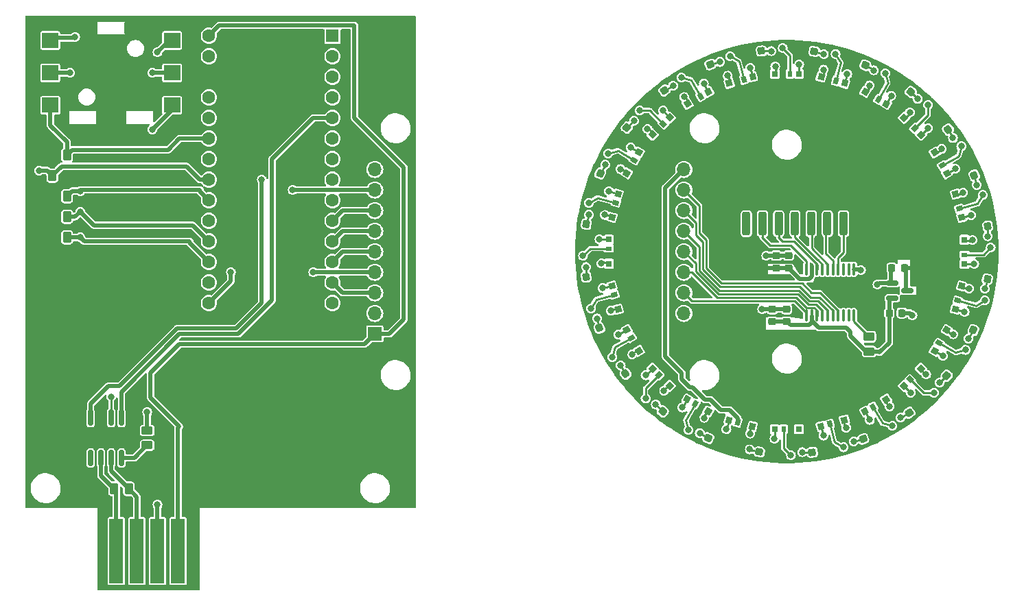
<source format=gbr>
G04 #@! TF.GenerationSoftware,KiCad,Pcbnew,7.0.2-0*
G04 #@! TF.CreationDate,2023-05-22T20:56:43-04:00*
G04 #@! TF.ProjectId,speed_joystick,73706565-645f-46a6-9f79-737469636b2e,rev?*
G04 #@! TF.SameCoordinates,Original*
G04 #@! TF.FileFunction,Copper,L1,Top*
G04 #@! TF.FilePolarity,Positive*
%FSLAX46Y46*%
G04 Gerber Fmt 4.6, Leading zero omitted, Abs format (unit mm)*
G04 Created by KiCad (PCBNEW 7.0.2-0) date 2023-05-22 20:56:43*
%MOMM*%
%LPD*%
G01*
G04 APERTURE LIST*
G04 Aperture macros list*
%AMRoundRect*
0 Rectangle with rounded corners*
0 $1 Rounding radius*
0 $2 $3 $4 $5 $6 $7 $8 $9 X,Y pos of 4 corners*
0 Add a 4 corners polygon primitive as box body*
4,1,4,$2,$3,$4,$5,$6,$7,$8,$9,$2,$3,0*
0 Add four circle primitives for the rounded corners*
1,1,$1+$1,$2,$3*
1,1,$1+$1,$4,$5*
1,1,$1+$1,$6,$7*
1,1,$1+$1,$8,$9*
0 Add four rect primitives between the rounded corners*
20,1,$1+$1,$2,$3,$4,$5,0*
20,1,$1+$1,$4,$5,$6,$7,0*
20,1,$1+$1,$6,$7,$8,$9,0*
20,1,$1+$1,$8,$9,$2,$3,0*%
%AMRotRect*
0 Rectangle, with rotation*
0 The origin of the aperture is its center*
0 $1 length*
0 $2 width*
0 $3 Rotation angle, in degrees counterclockwise*
0 Add horizontal line*
21,1,$1,$2,0,0,$3*%
G04 Aperture macros list end*
G04 #@! TA.AperFunction,SMDPad,CuDef*
%ADD10RoundRect,0.100000X0.100000X-0.637500X0.100000X0.637500X-0.100000X0.637500X-0.100000X-0.637500X0*%
G04 #@! TD*
G04 #@! TA.AperFunction,SMDPad,CuDef*
%ADD11RoundRect,0.150000X-0.587500X-0.150000X0.587500X-0.150000X0.587500X0.150000X-0.587500X0.150000X0*%
G04 #@! TD*
G04 #@! TA.AperFunction,SMDPad,CuDef*
%ADD12RoundRect,0.225000X0.225000X0.250000X-0.225000X0.250000X-0.225000X-0.250000X0.225000X-0.250000X0*%
G04 #@! TD*
G04 #@! TA.AperFunction,SMDPad,CuDef*
%ADD13RoundRect,0.225000X0.250000X-0.225000X0.250000X0.225000X-0.250000X0.225000X-0.250000X-0.225000X0*%
G04 #@! TD*
G04 #@! TA.AperFunction,SMDPad,CuDef*
%ADD14RoundRect,0.250000X0.450000X-0.262500X0.450000X0.262500X-0.450000X0.262500X-0.450000X-0.262500X0*%
G04 #@! TD*
G04 #@! TA.AperFunction,SMDPad,CuDef*
%ADD15RoundRect,0.225000X-0.225000X-0.250000X0.225000X-0.250000X0.225000X0.250000X-0.225000X0.250000X0*%
G04 #@! TD*
G04 #@! TA.AperFunction,SMDPad,CuDef*
%ADD16RoundRect,0.225000X-0.334506X0.035083X-0.070003X-0.328975X0.334506X-0.035083X0.070003X0.328975X0*%
G04 #@! TD*
G04 #@! TA.AperFunction,SMDPad,CuDef*
%ADD17RoundRect,0.225000X-0.035083X-0.334506X0.328975X-0.070003X0.035083X0.334506X-0.328975X0.070003X0*%
G04 #@! TD*
G04 #@! TA.AperFunction,ComponentPad*
%ADD18R,1.700000X1.700000*%
G04 #@! TD*
G04 #@! TA.AperFunction,ComponentPad*
%ADD19O,1.700000X1.700000*%
G04 #@! TD*
G04 #@! TA.AperFunction,SMDPad,CuDef*
%ADD20RotRect,0.750000X0.800000X165.000000*%
G04 #@! TD*
G04 #@! TA.AperFunction,SMDPad,CuDef*
%ADD21RotRect,0.600000X0.800000X165.000000*%
G04 #@! TD*
G04 #@! TA.AperFunction,SMDPad,CuDef*
%ADD22RotRect,0.400000X0.800000X165.000000*%
G04 #@! TD*
G04 #@! TA.AperFunction,SMDPad,CuDef*
%ADD23RotRect,0.800000X0.800000X165.000000*%
G04 #@! TD*
G04 #@! TA.AperFunction,SMDPad,CuDef*
%ADD24RoundRect,0.225000X0.035083X0.334506X-0.328975X0.070003X-0.035083X-0.334506X0.328975X-0.070003X0*%
G04 #@! TD*
G04 #@! TA.AperFunction,SMDPad,CuDef*
%ADD25R,0.800000X0.750000*%
G04 #@! TD*
G04 #@! TA.AperFunction,SMDPad,CuDef*
%ADD26R,0.800000X0.600000*%
G04 #@! TD*
G04 #@! TA.AperFunction,SMDPad,CuDef*
%ADD27R,0.800000X0.400000*%
G04 #@! TD*
G04 #@! TA.AperFunction,SMDPad,CuDef*
%ADD28R,0.800000X0.800000*%
G04 #@! TD*
G04 #@! TA.AperFunction,SMDPad,CuDef*
%ADD29RoundRect,0.225000X0.334506X-0.035083X0.070003X0.328975X-0.334506X0.035083X-0.070003X-0.328975X0*%
G04 #@! TD*
G04 #@! TA.AperFunction,SMDPad,CuDef*
%ADD30RoundRect,0.225000X-0.314028X0.120464X-0.152762X-0.299648X0.314028X-0.120464X0.152762X0.299648X0*%
G04 #@! TD*
G04 #@! TA.AperFunction,SMDPad,CuDef*
%ADD31RoundRect,0.225000X-0.272149X0.197635X-0.225112X-0.249900X0.272149X-0.197635X0.225112X0.249900X0*%
G04 #@! TD*
G04 #@! TA.AperFunction,SMDPad,CuDef*
%ADD32RotRect,0.750000X0.800000X45.000000*%
G04 #@! TD*
G04 #@! TA.AperFunction,SMDPad,CuDef*
%ADD33RotRect,0.600000X0.800000X45.000000*%
G04 #@! TD*
G04 #@! TA.AperFunction,SMDPad,CuDef*
%ADD34RotRect,0.400000X0.800000X45.000000*%
G04 #@! TD*
G04 #@! TA.AperFunction,SMDPad,CuDef*
%ADD35RotRect,0.800000X0.800000X45.000000*%
G04 #@! TD*
G04 #@! TA.AperFunction,SMDPad,CuDef*
%ADD36RotRect,0.750000X0.800000X345.000000*%
G04 #@! TD*
G04 #@! TA.AperFunction,SMDPad,CuDef*
%ADD37RotRect,0.600000X0.800000X345.000000*%
G04 #@! TD*
G04 #@! TA.AperFunction,SMDPad,CuDef*
%ADD38RotRect,0.400000X0.800000X345.000000*%
G04 #@! TD*
G04 #@! TA.AperFunction,SMDPad,CuDef*
%ADD39RotRect,0.800000X0.800000X345.000000*%
G04 #@! TD*
G04 #@! TA.AperFunction,SMDPad,CuDef*
%ADD40RotRect,0.750000X0.800000X315.000000*%
G04 #@! TD*
G04 #@! TA.AperFunction,SMDPad,CuDef*
%ADD41RotRect,0.600000X0.800000X315.000000*%
G04 #@! TD*
G04 #@! TA.AperFunction,SMDPad,CuDef*
%ADD42RotRect,0.400000X0.800000X315.000000*%
G04 #@! TD*
G04 #@! TA.AperFunction,SMDPad,CuDef*
%ADD43RotRect,0.800000X0.800000X315.000000*%
G04 #@! TD*
G04 #@! TA.AperFunction,SMDPad,CuDef*
%ADD44RotRect,0.750000X0.800000X195.000000*%
G04 #@! TD*
G04 #@! TA.AperFunction,SMDPad,CuDef*
%ADD45RotRect,0.600000X0.800000X195.000000*%
G04 #@! TD*
G04 #@! TA.AperFunction,SMDPad,CuDef*
%ADD46RotRect,0.400000X0.800000X195.000000*%
G04 #@! TD*
G04 #@! TA.AperFunction,SMDPad,CuDef*
%ADD47RotRect,0.800000X0.800000X195.000000*%
G04 #@! TD*
G04 #@! TA.AperFunction,SMDPad,CuDef*
%ADD48RotRect,0.750000X0.800000X150.000000*%
G04 #@! TD*
G04 #@! TA.AperFunction,SMDPad,CuDef*
%ADD49RotRect,0.600000X0.800000X150.000000*%
G04 #@! TD*
G04 #@! TA.AperFunction,SMDPad,CuDef*
%ADD50RotRect,0.400000X0.800000X150.000000*%
G04 #@! TD*
G04 #@! TA.AperFunction,SMDPad,CuDef*
%ADD51RotRect,0.800000X0.800000X150.000000*%
G04 #@! TD*
G04 #@! TA.AperFunction,SMDPad,CuDef*
%ADD52RotRect,0.750000X0.800000X75.000000*%
G04 #@! TD*
G04 #@! TA.AperFunction,SMDPad,CuDef*
%ADD53RotRect,0.600000X0.800000X75.000000*%
G04 #@! TD*
G04 #@! TA.AperFunction,SMDPad,CuDef*
%ADD54RotRect,0.400000X0.800000X75.000000*%
G04 #@! TD*
G04 #@! TA.AperFunction,SMDPad,CuDef*
%ADD55RotRect,0.800000X0.800000X75.000000*%
G04 #@! TD*
G04 #@! TA.AperFunction,SMDPad,CuDef*
%ADD56RotRect,0.750000X0.800000X285.000000*%
G04 #@! TD*
G04 #@! TA.AperFunction,SMDPad,CuDef*
%ADD57RotRect,0.600000X0.800000X285.000000*%
G04 #@! TD*
G04 #@! TA.AperFunction,SMDPad,CuDef*
%ADD58RotRect,0.400000X0.800000X285.000000*%
G04 #@! TD*
G04 #@! TA.AperFunction,SMDPad,CuDef*
%ADD59RotRect,0.800000X0.800000X285.000000*%
G04 #@! TD*
G04 #@! TA.AperFunction,SMDPad,CuDef*
%ADD60RotRect,0.750000X0.800000X30.000000*%
G04 #@! TD*
G04 #@! TA.AperFunction,SMDPad,CuDef*
%ADD61RotRect,0.600000X0.800000X30.000000*%
G04 #@! TD*
G04 #@! TA.AperFunction,SMDPad,CuDef*
%ADD62RotRect,0.400000X0.800000X30.000000*%
G04 #@! TD*
G04 #@! TA.AperFunction,SMDPad,CuDef*
%ADD63RotRect,0.800000X0.800000X30.000000*%
G04 #@! TD*
G04 #@! TA.AperFunction,SMDPad,CuDef*
%ADD64RoundRect,0.225000X-0.136871X0.307232X-0.319902X-0.103864X0.136871X-0.307232X0.319902X0.103864X0*%
G04 #@! TD*
G04 #@! TA.AperFunction,SMDPad,CuDef*
%ADD65RotRect,0.750000X0.800000X300.000000*%
G04 #@! TD*
G04 #@! TA.AperFunction,SMDPad,CuDef*
%ADD66RotRect,0.600000X0.800000X300.000000*%
G04 #@! TD*
G04 #@! TA.AperFunction,SMDPad,CuDef*
%ADD67RotRect,0.400000X0.800000X300.000000*%
G04 #@! TD*
G04 #@! TA.AperFunction,SMDPad,CuDef*
%ADD68RotRect,0.800000X0.800000X300.000000*%
G04 #@! TD*
G04 #@! TA.AperFunction,SMDPad,CuDef*
%ADD69RotRect,0.750000X0.800000X255.000000*%
G04 #@! TD*
G04 #@! TA.AperFunction,SMDPad,CuDef*
%ADD70RotRect,0.600000X0.800000X255.000000*%
G04 #@! TD*
G04 #@! TA.AperFunction,SMDPad,CuDef*
%ADD71RotRect,0.400000X0.800000X255.000000*%
G04 #@! TD*
G04 #@! TA.AperFunction,SMDPad,CuDef*
%ADD72RotRect,0.800000X0.800000X255.000000*%
G04 #@! TD*
G04 #@! TA.AperFunction,SMDPad,CuDef*
%ADD73RotRect,0.750000X0.800000X105.000000*%
G04 #@! TD*
G04 #@! TA.AperFunction,SMDPad,CuDef*
%ADD74RotRect,0.600000X0.800000X105.000000*%
G04 #@! TD*
G04 #@! TA.AperFunction,SMDPad,CuDef*
%ADD75RotRect,0.400000X0.800000X105.000000*%
G04 #@! TD*
G04 #@! TA.AperFunction,SMDPad,CuDef*
%ADD76RotRect,0.800000X0.800000X105.000000*%
G04 #@! TD*
G04 #@! TA.AperFunction,SMDPad,CuDef*
%ADD77RoundRect,0.150000X-0.150000X0.825000X-0.150000X-0.825000X0.150000X-0.825000X0.150000X0.825000X0*%
G04 #@! TD*
G04 #@! TA.AperFunction,SMDPad,CuDef*
%ADD78RotRect,0.750000X0.800000X15.000000*%
G04 #@! TD*
G04 #@! TA.AperFunction,SMDPad,CuDef*
%ADD79RotRect,0.600000X0.800000X15.000000*%
G04 #@! TD*
G04 #@! TA.AperFunction,SMDPad,CuDef*
%ADD80RotRect,0.400000X0.800000X15.000000*%
G04 #@! TD*
G04 #@! TA.AperFunction,SMDPad,CuDef*
%ADD81RotRect,0.800000X0.800000X15.000000*%
G04 #@! TD*
G04 #@! TA.AperFunction,SMDPad,CuDef*
%ADD82RoundRect,0.225000X0.197635X0.272149X-0.249900X0.225112X-0.197635X-0.272149X0.249900X-0.225112X0*%
G04 #@! TD*
G04 #@! TA.AperFunction,SMDPad,CuDef*
%ADD83RoundRect,0.225000X0.272149X-0.197635X0.225112X0.249900X-0.272149X0.197635X-0.225112X-0.249900X0*%
G04 #@! TD*
G04 #@! TA.AperFunction,SMDPad,CuDef*
%ADD84RoundRect,0.250000X-0.262500X-0.450000X0.262500X-0.450000X0.262500X0.450000X-0.262500X0.450000X0*%
G04 #@! TD*
G04 #@! TA.AperFunction,SMDPad,CuDef*
%ADD85RoundRect,0.250000X0.262500X0.450000X-0.262500X0.450000X-0.262500X-0.450000X0.262500X-0.450000X0*%
G04 #@! TD*
G04 #@! TA.AperFunction,SMDPad,CuDef*
%ADD86RotRect,0.750000X0.800000X210.000000*%
G04 #@! TD*
G04 #@! TA.AperFunction,SMDPad,CuDef*
%ADD87RotRect,0.600000X0.800000X210.000000*%
G04 #@! TD*
G04 #@! TA.AperFunction,SMDPad,CuDef*
%ADD88RotRect,0.400000X0.800000X210.000000*%
G04 #@! TD*
G04 #@! TA.AperFunction,SMDPad,CuDef*
%ADD89RotRect,0.800000X0.800000X210.000000*%
G04 #@! TD*
G04 #@! TA.AperFunction,SMDPad,CuDef*
%ADD90RoundRect,0.225000X0.136871X-0.307232X0.319902X0.103864X-0.136871X0.307232X-0.319902X-0.103864X0*%
G04 #@! TD*
G04 #@! TA.AperFunction,SMDPad,CuDef*
%ADD91RoundRect,0.225000X-0.120464X-0.314028X0.299648X-0.152762X0.120464X0.314028X-0.299648X0.152762X0*%
G04 #@! TD*
G04 #@! TA.AperFunction,SMDPad,CuDef*
%ADD92RotRect,0.750000X0.800000X240.000000*%
G04 #@! TD*
G04 #@! TA.AperFunction,SMDPad,CuDef*
%ADD93RotRect,0.600000X0.800000X240.000000*%
G04 #@! TD*
G04 #@! TA.AperFunction,SMDPad,CuDef*
%ADD94RotRect,0.400000X0.800000X240.000000*%
G04 #@! TD*
G04 #@! TA.AperFunction,SMDPad,CuDef*
%ADD95RotRect,0.800000X0.800000X240.000000*%
G04 #@! TD*
G04 #@! TA.AperFunction,SMDPad,CuDef*
%ADD96RoundRect,0.225000X0.211724X-0.261338X0.282120X0.183121X-0.211724X0.261338X-0.282120X-0.183121X0*%
G04 #@! TD*
G04 #@! TA.AperFunction,SMDPad,CuDef*
%ADD97RoundRect,0.225000X-0.307232X-0.136871X0.103864X-0.319902X0.307232X0.136871X-0.103864X0.319902X0*%
G04 #@! TD*
G04 #@! TA.AperFunction,SMDPad,CuDef*
%ADD98R,2.000000X1.900000*%
G04 #@! TD*
G04 #@! TA.AperFunction,SMDPad,CuDef*
%ADD99RotRect,0.750000X0.800000X225.000000*%
G04 #@! TD*
G04 #@! TA.AperFunction,SMDPad,CuDef*
%ADD100RotRect,0.600000X0.800000X225.000000*%
G04 #@! TD*
G04 #@! TA.AperFunction,SMDPad,CuDef*
%ADD101RotRect,0.400000X0.800000X225.000000*%
G04 #@! TD*
G04 #@! TA.AperFunction,SMDPad,CuDef*
%ADD102RotRect,0.800000X0.800000X225.000000*%
G04 #@! TD*
G04 #@! TA.AperFunction,ComponentPad*
%ADD103RoundRect,0.250000X-0.250000X-1.200000X0.250000X-1.200000X0.250000X1.200000X-0.250000X1.200000X0*%
G04 #@! TD*
G04 #@! TA.AperFunction,SMDPad,CuDef*
%ADD104RoundRect,0.225000X0.120464X0.314028X-0.299648X0.152762X-0.120464X-0.314028X0.299648X-0.152762X0*%
G04 #@! TD*
G04 #@! TA.AperFunction,SMDPad,CuDef*
%ADD105R,0.750000X0.800000*%
G04 #@! TD*
G04 #@! TA.AperFunction,SMDPad,CuDef*
%ADD106R,0.600000X0.800000*%
G04 #@! TD*
G04 #@! TA.AperFunction,SMDPad,CuDef*
%ADD107R,0.400000X0.800000*%
G04 #@! TD*
G04 #@! TA.AperFunction,SMDPad,CuDef*
%ADD108RoundRect,0.225000X-0.211724X0.261338X-0.282120X-0.183121X0.211724X-0.261338X0.282120X0.183121X0*%
G04 #@! TD*
G04 #@! TA.AperFunction,SMDPad,CuDef*
%ADD109RoundRect,0.225000X0.261338X0.211724X-0.183121X0.282120X-0.261338X-0.211724X0.183121X-0.282120X0*%
G04 #@! TD*
G04 #@! TA.AperFunction,SMDPad,CuDef*
%ADD110RoundRect,0.225000X0.052689X-0.332188X0.335884X0.017528X-0.052689X0.332188X-0.335884X-0.017528X0*%
G04 #@! TD*
G04 #@! TA.AperFunction,ConnectorPad*
%ADD111R,1.700000X8.000000*%
G04 #@! TD*
G04 #@! TA.AperFunction,SMDPad,CuDef*
%ADD112RoundRect,0.225000X0.307232X0.136871X-0.103864X0.319902X-0.307232X-0.136871X0.103864X-0.319902X0*%
G04 #@! TD*
G04 #@! TA.AperFunction,SMDPad,CuDef*
%ADD113RotRect,0.750000X0.800000X135.000000*%
G04 #@! TD*
G04 #@! TA.AperFunction,SMDPad,CuDef*
%ADD114RotRect,0.600000X0.800000X135.000000*%
G04 #@! TD*
G04 #@! TA.AperFunction,SMDPad,CuDef*
%ADD115RotRect,0.400000X0.800000X135.000000*%
G04 #@! TD*
G04 #@! TA.AperFunction,SMDPad,CuDef*
%ADD116RotRect,0.800000X0.800000X135.000000*%
G04 #@! TD*
G04 #@! TA.AperFunction,SMDPad,CuDef*
%ADD117RotRect,0.750000X0.800000X120.000000*%
G04 #@! TD*
G04 #@! TA.AperFunction,SMDPad,CuDef*
%ADD118RotRect,0.600000X0.800000X120.000000*%
G04 #@! TD*
G04 #@! TA.AperFunction,SMDPad,CuDef*
%ADD119RotRect,0.400000X0.800000X120.000000*%
G04 #@! TD*
G04 #@! TA.AperFunction,SMDPad,CuDef*
%ADD120RotRect,0.800000X0.800000X120.000000*%
G04 #@! TD*
G04 #@! TA.AperFunction,SMDPad,CuDef*
%ADD121RoundRect,0.225000X-0.197635X-0.272149X0.249900X-0.225112X0.197635X0.272149X-0.249900X0.225112X0*%
G04 #@! TD*
G04 #@! TA.AperFunction,SMDPad,CuDef*
%ADD122RoundRect,0.225000X0.332188X0.052689X-0.017528X0.335884X-0.332188X-0.052689X0.017528X-0.335884X0*%
G04 #@! TD*
G04 #@! TA.AperFunction,SMDPad,CuDef*
%ADD123RoundRect,0.225000X-0.261338X-0.211724X0.183121X-0.282120X0.261338X0.211724X-0.183121X0.282120X0*%
G04 #@! TD*
G04 #@! TA.AperFunction,SMDPad,CuDef*
%ADD124RoundRect,0.225000X-0.332188X-0.052689X0.017528X-0.335884X0.332188X0.052689X-0.017528X0.335884X0*%
G04 #@! TD*
G04 #@! TA.AperFunction,SMDPad,CuDef*
%ADD125RotRect,0.750000X0.800000X330.000000*%
G04 #@! TD*
G04 #@! TA.AperFunction,SMDPad,CuDef*
%ADD126RotRect,0.600000X0.800000X330.000000*%
G04 #@! TD*
G04 #@! TA.AperFunction,SMDPad,CuDef*
%ADD127RotRect,0.400000X0.800000X330.000000*%
G04 #@! TD*
G04 #@! TA.AperFunction,SMDPad,CuDef*
%ADD128RotRect,0.800000X0.800000X330.000000*%
G04 #@! TD*
G04 #@! TA.AperFunction,SMDPad,CuDef*
%ADD129RoundRect,0.225000X0.314028X-0.120464X0.152762X0.299648X-0.314028X0.120464X-0.152762X-0.299648X0*%
G04 #@! TD*
G04 #@! TA.AperFunction,SMDPad,CuDef*
%ADD130RoundRect,0.225000X-0.052689X0.332188X-0.335884X-0.017528X0.052689X-0.332188X0.335884X0.017528X0*%
G04 #@! TD*
G04 #@! TA.AperFunction,SMDPad,CuDef*
%ADD131RotRect,0.750000X0.800000X60.000000*%
G04 #@! TD*
G04 #@! TA.AperFunction,SMDPad,CuDef*
%ADD132RotRect,0.600000X0.800000X60.000000*%
G04 #@! TD*
G04 #@! TA.AperFunction,SMDPad,CuDef*
%ADD133RotRect,0.400000X0.800000X60.000000*%
G04 #@! TD*
G04 #@! TA.AperFunction,SMDPad,CuDef*
%ADD134RotRect,0.800000X0.800000X60.000000*%
G04 #@! TD*
G04 #@! TA.AperFunction,ComponentPad*
%ADD135R,1.600000X1.600000*%
G04 #@! TD*
G04 #@! TA.AperFunction,ComponentPad*
%ADD136C,1.600000*%
G04 #@! TD*
G04 #@! TA.AperFunction,ViaPad*
%ADD137C,0.800000*%
G04 #@! TD*
G04 #@! TA.AperFunction,Conductor*
%ADD138C,0.500000*%
G04 #@! TD*
G04 #@! TA.AperFunction,Conductor*
%ADD139C,0.250000*%
G04 #@! TD*
G04 APERTURE END LIST*
D10*
X116730400Y-71409400D03*
X117380400Y-71409400D03*
X118030400Y-71409400D03*
X118680400Y-71409400D03*
X119330400Y-71409400D03*
X119980400Y-71409400D03*
X120630400Y-71409400D03*
X121280400Y-71409400D03*
X121930400Y-71409400D03*
X122580400Y-71409400D03*
X122580400Y-65684400D03*
X121930400Y-65684400D03*
X121280400Y-65684400D03*
X120630400Y-65684400D03*
X119980400Y-65684400D03*
X119330400Y-65684400D03*
X118680400Y-65684400D03*
X118030400Y-65684400D03*
X117380400Y-65684400D03*
X116730400Y-65684400D03*
D11*
X127332500Y-67376000D03*
X127332500Y-69276000D03*
X129207500Y-68326000D03*
D12*
X128791000Y-65532000D03*
X127241000Y-65532000D03*
D13*
X112522000Y-72149000D03*
X112522000Y-70599000D03*
X113017000Y-65532000D03*
X113017000Y-63982000D03*
D14*
X124460000Y-75842500D03*
X124460000Y-74017500D03*
D15*
X126946500Y-71076000D03*
X128496500Y-71076000D03*
D13*
X114554000Y-65532000D03*
X114554000Y-63982000D03*
X114300000Y-72149000D03*
X114300000Y-70599000D03*
D16*
X128485611Y-82136220D03*
X129396679Y-83390196D03*
D17*
X132936220Y-49314389D03*
X134190196Y-48403321D03*
D18*
X63475000Y-73660000D03*
D19*
X63475000Y-71120000D03*
X63475000Y-68580000D03*
X63475000Y-66040000D03*
X63475000Y-63500000D03*
X63475000Y-60960000D03*
X63475000Y-58420000D03*
X63475000Y-55880000D03*
X63475000Y-53340000D03*
D20*
X121434449Y-42708063D03*
D21*
X120342953Y-42415598D03*
D22*
X119492938Y-42187837D03*
D23*
X118546331Y-41934194D03*
D24*
X95663780Y-77685611D03*
X94409804Y-78596679D03*
D25*
X92370000Y-61990000D03*
D26*
X92370000Y-63120000D03*
D27*
X92370000Y-64000000D03*
D28*
X92370000Y-64980000D03*
D29*
X100114389Y-44863780D03*
X99203321Y-43609804D03*
D30*
X123178840Y-85172712D03*
X123734310Y-86619762D03*
D31*
X117266990Y-86732246D03*
X117429010Y-88273754D03*
D32*
X128739120Y-80074583D03*
D33*
X129538151Y-79275552D03*
D34*
X130160405Y-78653298D03*
D35*
X130853369Y-77960333D03*
D25*
X136230000Y-65010000D03*
D26*
X136230000Y-63880000D03*
D27*
X136230000Y-63000000D03*
D28*
X136230000Y-62020000D03*
D36*
X107165551Y-84291937D03*
D37*
X108257047Y-84584402D03*
D38*
X109107062Y-84812163D03*
D39*
X110053669Y-85065806D03*
D40*
X97725417Y-77939120D03*
D41*
X98524448Y-78738151D03*
D42*
X99146702Y-79360405D03*
D43*
X99839667Y-80053369D03*
D44*
X110082647Y-41926430D03*
D45*
X108991151Y-42218895D03*
D46*
X108141136Y-42446656D03*
D47*
X107194529Y-42700299D03*
D48*
X126572698Y-45263063D03*
D49*
X125594090Y-44698063D03*
D50*
X124831987Y-44258063D03*
D51*
X123983282Y-43768063D03*
D52*
X135091937Y-70634449D03*
D53*
X135384402Y-69542953D03*
D54*
X135612163Y-68692938D03*
D55*
X135865806Y-67746331D03*
D56*
X92726430Y-67717353D03*
D57*
X93018895Y-68808849D03*
D58*
X93246656Y-69658864D03*
D59*
X93500299Y-70605471D03*
D60*
X123957302Y-83246937D03*
D61*
X124935910Y-82681937D03*
D62*
X125698013Y-82241937D03*
D63*
X126546718Y-81751937D03*
D64*
X105253366Y-85103210D03*
X104622924Y-86519206D03*
D65*
X94553063Y-73157302D03*
D66*
X95118063Y-74135910D03*
D67*
X95558063Y-74898013D03*
D68*
X96048063Y-75746718D03*
D69*
X93508063Y-56365551D03*
D70*
X93215598Y-57457047D03*
D71*
X92987837Y-58307062D03*
D72*
X92734194Y-59253669D03*
D73*
X135873570Y-59282647D03*
D74*
X135581105Y-58191151D03*
D75*
X135353344Y-57341136D03*
D76*
X135099701Y-56394529D03*
D77*
X32220000Y-84025000D03*
X30950000Y-84025000D03*
X29680000Y-84025000D03*
X28410000Y-84025000D03*
X28410000Y-88975000D03*
X29680000Y-88975000D03*
X30950000Y-88975000D03*
X32220000Y-88975000D03*
D78*
X118517353Y-85073570D03*
D79*
X119608849Y-84781105D03*
D80*
X120458864Y-84553344D03*
D81*
X121405471Y-84299701D03*
D82*
X91067754Y-66466990D03*
X89526246Y-66629010D03*
D83*
X111333010Y-40267754D03*
X111170990Y-38726246D03*
D84*
X23687500Y-56655000D03*
X25512500Y-56655000D03*
D85*
X25512500Y-54115000D03*
X23687500Y-54115000D03*
D86*
X104642698Y-43753063D03*
D87*
X103664090Y-44318063D03*
D88*
X102901987Y-44758063D03*
D89*
X102053282Y-45248063D03*
D90*
X123346634Y-41896790D03*
X123977076Y-40480794D03*
D91*
X135972712Y-54621160D03*
X137419762Y-54065690D03*
D92*
X96063063Y-51227302D03*
D93*
X95498063Y-52205910D03*
D94*
X95058063Y-52968013D03*
D95*
X94568063Y-53816718D03*
D96*
X117447055Y-40291460D03*
X117689529Y-38760544D03*
D97*
X135903210Y-72546634D03*
X137319206Y-73177076D03*
D98*
X23450000Y-37415000D03*
X23450000Y-41415000D03*
X23450000Y-45415000D03*
X38450000Y-37415000D03*
X38450000Y-41415000D03*
X38450000Y-45415000D03*
D99*
X99860880Y-46925417D03*
D100*
X99061849Y-47724448D03*
D101*
X98439595Y-48346702D03*
D102*
X97746631Y-49039667D03*
D14*
X35395000Y-87412500D03*
X35395000Y-85587500D03*
D103*
X107300000Y-60050000D03*
X109300000Y-60050000D03*
X111300000Y-60050000D03*
X113300000Y-60050000D03*
X115300000Y-60050000D03*
X117300000Y-60050000D03*
X119300000Y-60050000D03*
X121300000Y-60050000D03*
D104*
X92627288Y-72378840D03*
X91180238Y-72934310D03*
D105*
X112790000Y-85430000D03*
D106*
X113920000Y-85430000D03*
D107*
X114800000Y-85430000D03*
D28*
X115780000Y-85430000D03*
D84*
X23687500Y-61735000D03*
X25512500Y-61735000D03*
D108*
X111152945Y-86708540D03*
X110910471Y-88239456D03*
D109*
X91091460Y-60352945D03*
X89560544Y-60110471D03*
D84*
X23687500Y-51575000D03*
X25512500Y-51575000D03*
D110*
X128629700Y-44974342D03*
X129605146Y-43769766D03*
D18*
X101600000Y-73660000D03*
D19*
X101600000Y-71120000D03*
X101600000Y-68580000D03*
X101600000Y-66040000D03*
X101600000Y-63500000D03*
X101600000Y-60960000D03*
X101600000Y-58420000D03*
X101600000Y-55880000D03*
X101600000Y-53340000D03*
D111*
X31585000Y-100470000D03*
X34125000Y-100470000D03*
X36665000Y-100470000D03*
X39205000Y-100470000D03*
D105*
X115810000Y-41570000D03*
D106*
X114680000Y-41570000D03*
D107*
X113800000Y-41570000D03*
D28*
X112820000Y-41570000D03*
D112*
X92696790Y-54453366D03*
X91280794Y-53822924D03*
D113*
X130874583Y-49060880D03*
D114*
X130075552Y-48261849D03*
D115*
X129453298Y-47639595D03*
D116*
X128760333Y-46946631D03*
D117*
X134046937Y-53842698D03*
D118*
X133481937Y-52864090D03*
D119*
X133041937Y-52101987D03*
D120*
X132551937Y-51253282D03*
D121*
X137532246Y-60533010D03*
X139073754Y-60370990D03*
D84*
X31307500Y-92785000D03*
X33132500Y-92785000D03*
D122*
X95774342Y-49170300D03*
X94569766Y-48194854D03*
D84*
X23687500Y-59195000D03*
X25512500Y-59195000D03*
D123*
X137508540Y-66647055D03*
X139039456Y-66889529D03*
D124*
X132825658Y-77829700D03*
X134030234Y-78805146D03*
D125*
X102027302Y-81736937D03*
D126*
X103005910Y-82301937D03*
D127*
X103768013Y-82741937D03*
D128*
X104616718Y-83231937D03*
D129*
X105421160Y-41827288D03*
X104865690Y-40380238D03*
D130*
X99970300Y-82025658D03*
X98994854Y-83230234D03*
D131*
X132536937Y-75772698D03*
D132*
X133101937Y-74794090D03*
D133*
X133541937Y-74031987D03*
D134*
X134031937Y-73183282D03*
D135*
X58255000Y-36830000D03*
D136*
X58255000Y-39370000D03*
X58255000Y-41910000D03*
X58255000Y-44450000D03*
X58255000Y-46990000D03*
X58255000Y-49530000D03*
X58255000Y-52070000D03*
X58255000Y-54610000D03*
X58255000Y-57150000D03*
X58255000Y-59690000D03*
X58255000Y-62230000D03*
X58255000Y-64770000D03*
X58255000Y-67310000D03*
X58255000Y-69850000D03*
X43015000Y-69850000D03*
X43015000Y-67310000D03*
X43015000Y-64770000D03*
X43015000Y-62230000D03*
X43015000Y-59690000D03*
X43015000Y-57150000D03*
X43015000Y-54610000D03*
X43015000Y-52070000D03*
X43015000Y-49530000D03*
X43015000Y-46990000D03*
X43015000Y-44450000D03*
X43015000Y-41910000D03*
X43015000Y-39370000D03*
X43015000Y-36830000D03*
D137*
X123444000Y-65786000D03*
X125476000Y-67564000D03*
X129794000Y-71374000D03*
X111252000Y-70612000D03*
X111760000Y-64008000D03*
X36665000Y-94755000D03*
X26505000Y-36970000D03*
X35395000Y-83325000D03*
X30950000Y-81420000D03*
X49530000Y-54610000D03*
X25870000Y-41415000D03*
X22060000Y-53480000D03*
X36665000Y-38875000D03*
X27140000Y-56020000D03*
X36030000Y-41415000D03*
X27140000Y-58560000D03*
X36030000Y-48400000D03*
X27140000Y-61735000D03*
X124504076Y-42967613D03*
X131721697Y-45359883D03*
X129470553Y-46308246D03*
X135823075Y-50487059D03*
X55880000Y-66040000D03*
X45720000Y-66040000D03*
X53340000Y-55880000D03*
X121603219Y-85233961D03*
X114808000Y-88646000D03*
X126979531Y-82603182D03*
X121298954Y-87657691D03*
X131491754Y-78670553D03*
X127312941Y-85023075D03*
X134832387Y-73704076D03*
X132440117Y-80921697D03*
X136773772Y-68042207D03*
X136331075Y-75633059D03*
X138720651Y-69517573D03*
X137183606Y-62070795D03*
X139446000Y-62992000D03*
X136033961Y-56196781D03*
X133403182Y-50820469D03*
X138457691Y-56501046D03*
X118842207Y-41026228D03*
X126433059Y-41468925D03*
X120317573Y-39079349D03*
X112870795Y-40616394D03*
X106996781Y-41766039D03*
X113792000Y-38354000D03*
X107301046Y-39342309D03*
X101620469Y-44396818D03*
X97108246Y-48329447D03*
X101287059Y-41976925D03*
X96159883Y-46078303D03*
X93767613Y-53295924D03*
X92268925Y-51366941D03*
X91826228Y-58957793D03*
X89879349Y-57482427D03*
X91416394Y-64929205D03*
X92566039Y-70803219D03*
X89154000Y-64008000D03*
X90142309Y-70498954D03*
X95196818Y-76179531D03*
X99129447Y-80691754D03*
X92776925Y-76512941D03*
X96878303Y-81640117D03*
X104095924Y-84032387D03*
X102166941Y-85531075D03*
X109757793Y-85973772D03*
X89885797Y-58930435D03*
X91186000Y-61976000D03*
X138714203Y-68069565D03*
X129566435Y-80921697D03*
X122549742Y-86928103D03*
X124537177Y-84279311D03*
X109730435Y-87914203D03*
X109789728Y-40779150D03*
X99033565Y-46078303D03*
X127176823Y-44244689D03*
X112395000Y-38735000D03*
X95044689Y-50623177D03*
X131721697Y-48233565D03*
X89535000Y-65405000D03*
X98135539Y-82358538D03*
X130464461Y-44641462D03*
X137414000Y-65024000D03*
X115824000Y-40386000D03*
X106050258Y-40071897D03*
X92368031Y-56045586D03*
X128332278Y-83994619D03*
X93520689Y-73737177D03*
X125032722Y-41100381D03*
X118810272Y-86220850D03*
X134794619Y-49467722D03*
X101423177Y-82755311D03*
X106845586Y-85431969D03*
X100267722Y-43005381D03*
X91579150Y-68010272D03*
X118869565Y-39085797D03*
X95441462Y-47335539D03*
X133555311Y-76376823D03*
X135079311Y-53262823D03*
X121754414Y-41568031D03*
X90871897Y-71749742D03*
X136699619Y-74232722D03*
X93805381Y-77532278D03*
X137020850Y-58989728D03*
X116205000Y-88265000D03*
X137728103Y-55250258D03*
X139065000Y-61595000D03*
X91900381Y-52767278D03*
X103567278Y-85899619D03*
X96878303Y-78766435D03*
X136231969Y-70954414D03*
X133158538Y-79664461D03*
X104062823Y-42720689D03*
X112776000Y-86614000D03*
D138*
X63475000Y-73660000D02*
X65278000Y-73660000D01*
X65278000Y-73660000D02*
X67056000Y-71882000D01*
X67056000Y-71882000D02*
X67056000Y-53086000D01*
X60960000Y-46990000D02*
X60960000Y-35560000D01*
X60960000Y-35560000D02*
X44285000Y-35560000D01*
X67056000Y-53086000D02*
X60960000Y-46990000D01*
X44285000Y-35560000D02*
X43015000Y-36830000D01*
X28410000Y-84025000D02*
X28410000Y-82296000D01*
X28410000Y-82296000D02*
X30594400Y-80111600D01*
X30594400Y-80111600D02*
X31985020Y-80111600D01*
X49530000Y-69850000D02*
X49530000Y-54610000D01*
X31985020Y-80111600D02*
X39097020Y-72999600D01*
X39097020Y-72999600D02*
X46380400Y-72999600D01*
X46380400Y-72999600D02*
X49530000Y-69850000D01*
D139*
X118050000Y-71442500D02*
X118050000Y-70810528D01*
X102551372Y-66040000D02*
X101600000Y-66040000D01*
X118050000Y-70810528D02*
X117659472Y-70420000D01*
X117659472Y-70420000D02*
X116719828Y-70420000D01*
X105697372Y-69186000D02*
X102551372Y-66040000D01*
X116719828Y-70420000D02*
X115485828Y-69186000D01*
X115485828Y-69186000D02*
X105697372Y-69186000D01*
X120650000Y-71442500D02*
X120650000Y-70810528D01*
X104339114Y-65502514D02*
X104339114Y-62019114D01*
X120650000Y-70810528D02*
X118419472Y-68580000D01*
X116176000Y-67408000D02*
X106244600Y-67408000D01*
X104339114Y-62019114D02*
X103534000Y-61214000D01*
X118419472Y-68580000D02*
X117348000Y-68580000D01*
X103534000Y-61214000D02*
X103534000Y-57814000D01*
X117348000Y-68580000D02*
X116176000Y-67408000D01*
X106244600Y-67408000D02*
X104339114Y-65502514D01*
X103534000Y-57814000D02*
X101600000Y-55880000D01*
X120000000Y-71442500D02*
X120000000Y-70810528D01*
X117259828Y-69176172D02*
X115901656Y-67818000D01*
X115901656Y-67818000D02*
X106068856Y-67818000D01*
X103929114Y-62273114D02*
X103124000Y-61468000D01*
X120000000Y-70810528D02*
X118365644Y-69176172D01*
X103124000Y-59944000D02*
X101600000Y-58420000D01*
X118365644Y-69176172D02*
X117259828Y-69176172D01*
X106068856Y-67818000D02*
X103929114Y-65678258D01*
X103929114Y-65678258D02*
X103929114Y-62273114D01*
X103124000Y-61468000D02*
X103124000Y-59944000D01*
X119350000Y-71442500D02*
X119350000Y-70810528D01*
X103519114Y-62879114D02*
X101600000Y-60960000D01*
X119350000Y-70810528D02*
X118132558Y-69593086D01*
X118132558Y-69593086D02*
X117096914Y-69593086D01*
X117096914Y-69593086D02*
X115829828Y-68326000D01*
X115829828Y-68326000D02*
X105997028Y-68326000D01*
X105997028Y-68326000D02*
X103519114Y-65848086D01*
X103519114Y-65848086D02*
X103519114Y-62879114D01*
X118700000Y-71442500D02*
X118700000Y-70810528D01*
X118700000Y-70810528D02*
X117899471Y-70009999D01*
X117899471Y-70009999D02*
X116934000Y-70010000D01*
X115699999Y-68775999D02*
X105867200Y-68776000D01*
X103060500Y-64960500D02*
X101600000Y-63500000D01*
X116934000Y-70010000D02*
X115699999Y-68775999D01*
X105867200Y-68776000D02*
X103060500Y-65969300D01*
X103060500Y-65969300D02*
X103060500Y-64960500D01*
D138*
X43015000Y-62230000D02*
X41033800Y-60248800D01*
X41033800Y-60248800D02*
X28828800Y-60248800D01*
X28828800Y-60248800D02*
X27140000Y-58560000D01*
X111633000Y-65532000D02*
X111506000Y-65659000D01*
X113017000Y-65532000D02*
X111633000Y-65532000D01*
X113017000Y-65532000D02*
X114554000Y-65532000D01*
X122600000Y-65717500D02*
X123375500Y-65717500D01*
X117400000Y-71442500D02*
X117400000Y-71882000D01*
D139*
X122600000Y-71442500D02*
X122600000Y-72157500D01*
X122600000Y-72157500D02*
X124460000Y-74017500D01*
X120650000Y-64262000D02*
X120650000Y-65717500D01*
X120000000Y-65717500D02*
X120000000Y-64628000D01*
X119350000Y-65717500D02*
X119350000Y-65085528D01*
X119350000Y-65085528D02*
X117359064Y-63094592D01*
X117359064Y-63094592D02*
X117359064Y-60109064D01*
X118700000Y-65717500D02*
X118700000Y-65085528D01*
X118700000Y-65085528D02*
X118130472Y-64516000D01*
X118050000Y-65717500D02*
X118050000Y-65085528D01*
X118050000Y-65085528D02*
X115194472Y-62230000D01*
X115194472Y-62230000D02*
X113792000Y-62230000D01*
X116750000Y-65717500D02*
X116750000Y-64680000D01*
X116750000Y-71442500D02*
X116750000Y-71030000D01*
D138*
X123375500Y-65717500D02*
X123444000Y-65786000D01*
D139*
X121300000Y-63612000D02*
X120650000Y-64262000D01*
X120000000Y-64628000D02*
X119126000Y-63754000D01*
X119126000Y-63754000D02*
X119126000Y-60224000D01*
X117359064Y-60109064D02*
X117300000Y-60050000D01*
X118130472Y-64516000D02*
X118060300Y-64516000D01*
X118060300Y-64516000D02*
X115300000Y-61755700D01*
X115300000Y-61755700D02*
X115300000Y-60050000D01*
X113792000Y-62230000D02*
X113284000Y-61722000D01*
X113284000Y-61722000D02*
X113300000Y-61706000D01*
X116750000Y-64680000D02*
X114808000Y-62738000D01*
X116750000Y-71030000D02*
X115316000Y-69596000D01*
X115316000Y-69596000D02*
X102616000Y-69596000D01*
X102616000Y-69596000D02*
X101600000Y-68580000D01*
X121300000Y-60050000D02*
X121300000Y-63612000D01*
X119126000Y-60224000D02*
X119300000Y-60050000D01*
X113300000Y-61706000D02*
X113300000Y-60050000D01*
X114808000Y-62738000D02*
X112268000Y-62738000D01*
X112268000Y-62738000D02*
X111252000Y-61722000D01*
X111252000Y-61722000D02*
X111300000Y-61674000D01*
X111300000Y-61674000D02*
X111300000Y-60050000D01*
D138*
X117400000Y-72074472D02*
X117400000Y-71882000D01*
X108257047Y-84584402D02*
X108257047Y-84048542D01*
X108257047Y-84048542D02*
X107266505Y-83058000D01*
X107266505Y-83058000D02*
X106172000Y-83058000D01*
X106172000Y-83058000D02*
X104902000Y-81788000D01*
X99314000Y-55626000D02*
X101600000Y-53340000D01*
X104902000Y-81788000D02*
X104218152Y-81788000D01*
X104218152Y-81788000D02*
X102694152Y-80264000D01*
X102694152Y-80264000D02*
X102362000Y-80264000D01*
X102362000Y-80264000D02*
X101346000Y-79248000D01*
X101346000Y-79248000D02*
X101346000Y-78486000D01*
X101346000Y-78486000D02*
X99314000Y-76454000D01*
X99314000Y-76454000D02*
X99314000Y-55626000D01*
X128791000Y-65532000D02*
X130302000Y-65532000D01*
X129032000Y-68326000D02*
X129032000Y-65769500D01*
X129032000Y-65769500D02*
X128750500Y-65488000D01*
X127157000Y-67376000D02*
X127157000Y-65531500D01*
X127157000Y-65531500D02*
X127200500Y-65488000D01*
X125664000Y-67376000D02*
X125476000Y-67564000D01*
X127157000Y-67376000D02*
X125664000Y-67376000D01*
X126946500Y-71076000D02*
X126946500Y-69486500D01*
X126946500Y-69486500D02*
X127157000Y-69276000D01*
X129496000Y-71076000D02*
X129794000Y-71374000D01*
X128496500Y-71076000D02*
X129496000Y-71076000D01*
X126946500Y-74729500D02*
X125730000Y-75946000D01*
X126946500Y-71076000D02*
X126946500Y-74729500D01*
X125730000Y-75946000D02*
X125626500Y-75842500D01*
X125626500Y-75842500D02*
X124460000Y-75842500D01*
X122174000Y-73914000D02*
X122174000Y-73406000D01*
X117400000Y-71882000D02*
X117400000Y-72251249D01*
X122174000Y-73406000D02*
X121666000Y-72898000D01*
X124460000Y-75842500D02*
X124102500Y-75842500D01*
X124102500Y-75842500D02*
X122174000Y-73914000D01*
X121666000Y-72898000D02*
X118223528Y-72898000D01*
X118223528Y-72898000D02*
X117400000Y-72074472D01*
X111265000Y-70599000D02*
X111252000Y-70612000D01*
X112522000Y-70599000D02*
X111265000Y-70599000D01*
X114300000Y-70599000D02*
X112522000Y-70599000D01*
X111786000Y-63982000D02*
X111760000Y-64008000D01*
X113017000Y-63982000D02*
X111786000Y-63982000D01*
X114554000Y-63982000D02*
X113017000Y-63982000D01*
X117400000Y-65717500D02*
X117400000Y-66526249D01*
X115887000Y-66865000D02*
X114554000Y-65532000D01*
X117400000Y-66526249D02*
X117061249Y-66865000D01*
X117061249Y-66865000D02*
X115887000Y-66865000D01*
X114300000Y-72149000D02*
X112522000Y-72149000D01*
X117400000Y-72251249D02*
X117061249Y-72590000D01*
X117061249Y-72590000D02*
X114741000Y-72590000D01*
X114741000Y-72590000D02*
X114300000Y-72149000D01*
X63475000Y-73660000D02*
X62205000Y-74930000D01*
X62205000Y-74930000D02*
X39370000Y-74930000D01*
X39205000Y-85255000D02*
X39205000Y-100470000D01*
X39370000Y-74930000D02*
X35814000Y-78486000D01*
X35814000Y-81534000D02*
X39370000Y-85090000D01*
X39370000Y-85090000D02*
X39205000Y-85255000D01*
X35814000Y-78486000D02*
X35814000Y-81534000D01*
X23750000Y-37115000D02*
X26360000Y-37115000D01*
X26360000Y-37115000D02*
X26505000Y-36970000D01*
D139*
X30950000Y-84025000D02*
X30950000Y-81420000D01*
D138*
X35395000Y-85587500D02*
X35395000Y-83325000D01*
X23450000Y-37415000D02*
X23750000Y-37115000D01*
X36665000Y-100470000D02*
X36665000Y-94755000D01*
X32220000Y-84025000D02*
X32220000Y-80810000D01*
X46653380Y-73660000D02*
X50800000Y-69513380D01*
X50800000Y-52070000D02*
X55880000Y-46990000D01*
X50800000Y-69513380D02*
X50800000Y-52070000D01*
X39370000Y-73660000D02*
X46653380Y-73660000D01*
X32220000Y-80810000D02*
X39370000Y-73660000D01*
X55880000Y-46990000D02*
X58255000Y-46990000D01*
X23052500Y-53480000D02*
X23687500Y-54115000D01*
X41910000Y-54610000D02*
X43015000Y-54610000D01*
X23687500Y-54115000D02*
X24840267Y-52962233D01*
X22060000Y-53480000D02*
X23052500Y-53480000D01*
X40262233Y-52962233D02*
X41910000Y-54610000D01*
X23450000Y-41415000D02*
X25870000Y-41415000D01*
X24840267Y-52962233D02*
X40262233Y-52962233D01*
X27140000Y-56020000D02*
X26147500Y-56020000D01*
X27280000Y-55880000D02*
X27140000Y-56020000D01*
X41910000Y-55880000D02*
X27280000Y-55880000D01*
X38125000Y-37415000D02*
X36665000Y-38875000D01*
X26147500Y-56020000D02*
X25512500Y-56655000D01*
X41910000Y-56045000D02*
X41910000Y-55880000D01*
X38450000Y-37415000D02*
X38125000Y-37415000D01*
X43015000Y-57150000D02*
X41910000Y-56045000D01*
X25512500Y-59195000D02*
X26505000Y-59195000D01*
X26505000Y-59195000D02*
X27140000Y-58560000D01*
X36030000Y-41415000D02*
X38450000Y-41415000D01*
X40640000Y-62395000D02*
X40640000Y-62230000D01*
X27140000Y-61735000D02*
X25512500Y-61735000D01*
X43015000Y-64770000D02*
X40640000Y-62395000D01*
X40640000Y-62230000D02*
X27635000Y-62230000D01*
X38450000Y-45415000D02*
X38450000Y-45980000D01*
X38450000Y-45980000D02*
X36030000Y-48400000D01*
X27635000Y-62230000D02*
X27140000Y-61735000D01*
X29680000Y-91157500D02*
X29680000Y-88975000D01*
X31585000Y-93062500D02*
X31585000Y-100470000D01*
X31307500Y-92785000D02*
X29680000Y-91157500D01*
X31307500Y-92785000D02*
X31585000Y-93062500D01*
X34125000Y-100470000D02*
X34125000Y-93777500D01*
X30950000Y-90602500D02*
X30950000Y-88975000D01*
X34125000Y-93777500D02*
X33132500Y-92785000D01*
X33132500Y-92785000D02*
X30950000Y-90602500D01*
X37960000Y-50940000D02*
X39370000Y-49530000D01*
X39370000Y-49530000D02*
X43015000Y-49530000D01*
X23450000Y-45415000D02*
X23450000Y-47885000D01*
X25512500Y-51575000D02*
X26147500Y-50940000D01*
X23450000Y-47885000D02*
X25512500Y-49947500D01*
X26147500Y-50940000D02*
X37960000Y-50940000D01*
X25512500Y-49947500D02*
X25512500Y-51575000D01*
X32220000Y-88975000D02*
X33832500Y-88975000D01*
X33832500Y-88975000D02*
X35395000Y-87412500D01*
D139*
X130075552Y-48261849D02*
X131721697Y-46615704D01*
X124504076Y-43247271D02*
X124504076Y-42967613D01*
X131721697Y-46615704D02*
X131721697Y-45359882D01*
X123983283Y-43768064D02*
X124504076Y-43247271D01*
X133481937Y-52864090D02*
X135498044Y-51700090D01*
X129398172Y-46578375D02*
X129470553Y-46308246D01*
X135498044Y-51700090D02*
X135823075Y-50487059D01*
X128760334Y-46946631D02*
X129398172Y-46578375D01*
D138*
X63475000Y-66040000D02*
X55880000Y-66040000D01*
X45720000Y-67145000D02*
X45720000Y-66040000D01*
X43015000Y-69850000D02*
X45720000Y-67145000D01*
X63475000Y-68580000D02*
X59525000Y-68580000D01*
X59525000Y-68580000D02*
X58255000Y-67310000D01*
X63475000Y-60960000D02*
X59525000Y-60960000D01*
X59525000Y-60960000D02*
X58255000Y-62230000D01*
X59525000Y-58420000D02*
X58255000Y-59690000D01*
X63475000Y-58420000D02*
X59525000Y-58420000D01*
X63475000Y-63500000D02*
X59525000Y-63500000D01*
X59525000Y-63500000D02*
X58255000Y-64770000D01*
X63475000Y-55880000D02*
X53340000Y-55880000D01*
D139*
X113920000Y-87758000D02*
X114808000Y-88646000D01*
X121405471Y-85036213D02*
X121603219Y-85233961D01*
X113920000Y-85430000D02*
X113920000Y-87758000D01*
X121405471Y-84299701D02*
X121405471Y-85036213D01*
X119608850Y-84781105D02*
X120211381Y-87029780D01*
X120211381Y-87029780D02*
X121298954Y-87657691D01*
X126546717Y-81751937D02*
X126737340Y-82463353D01*
X126737340Y-82463353D02*
X126979531Y-82603182D01*
X124935910Y-82681937D02*
X126099910Y-84698044D01*
X130853369Y-77960334D02*
X131221625Y-78598172D01*
X126099910Y-84698044D02*
X127312941Y-85023075D01*
X131221625Y-78598172D02*
X131491754Y-78670553D01*
X134552729Y-73704076D02*
X134832387Y-73704076D01*
X131184296Y-80921697D02*
X132440118Y-80921697D01*
X129538151Y-79275552D02*
X131184296Y-80921697D01*
X134031936Y-73183283D02*
X134552729Y-73704076D01*
X135118044Y-75958090D02*
X136331075Y-75633059D01*
X135865805Y-67746332D02*
X136503643Y-68114588D01*
X133101937Y-74794090D02*
X135118044Y-75958090D01*
X136503643Y-68114588D02*
X136773772Y-68042207D01*
X136941416Y-62210624D02*
X137183607Y-62070795D01*
X137633077Y-70145484D02*
X138720650Y-69517573D01*
X136230000Y-62020001D02*
X136941416Y-62210624D01*
X135384402Y-69542953D02*
X137633077Y-70145484D01*
X135099701Y-56394529D02*
X135836213Y-56394529D01*
X136230000Y-63880000D02*
X138558000Y-63880000D01*
X138558000Y-63880000D02*
X139446000Y-62992000D01*
X135836213Y-56394529D02*
X136033961Y-56196781D01*
X132551937Y-51253283D02*
X133263353Y-51062660D01*
X137829780Y-57588619D02*
X138457691Y-56501046D01*
X133263353Y-51062660D02*
X133403182Y-50820469D01*
X135581105Y-58191150D02*
X137829780Y-57588619D01*
X118546332Y-41934195D02*
X118914588Y-41296357D01*
X125594090Y-44698063D02*
X126758090Y-42681956D01*
X126758090Y-42681956D02*
X126433059Y-41468925D01*
X118914588Y-41296357D02*
X118842207Y-41026228D01*
X113010624Y-40858584D02*
X112870795Y-40616393D01*
X120342953Y-42415598D02*
X120945484Y-40166923D01*
X112820001Y-41570000D02*
X113010624Y-40858584D01*
X120945484Y-40166923D02*
X120317573Y-39079350D01*
X114680000Y-41570000D02*
X114680000Y-39242000D01*
X114680000Y-39242000D02*
X113792000Y-38354000D01*
X107194529Y-41963787D02*
X106996781Y-41766039D01*
X107194529Y-42700299D02*
X107194529Y-41963787D01*
X101862660Y-44536647D02*
X101620469Y-44396818D01*
X102053283Y-45248063D02*
X101862660Y-44536647D01*
X108991150Y-42218895D02*
X108388619Y-39970220D01*
X108388619Y-39970220D02*
X107301046Y-39342309D01*
X103664090Y-44318063D02*
X102500090Y-42301956D01*
X102500090Y-42301956D02*
X101287059Y-41976925D01*
X97378375Y-48401828D02*
X97108246Y-48329447D01*
X97746631Y-49039666D02*
X97378375Y-48401828D01*
X94047271Y-53295924D02*
X93767613Y-53295924D01*
X94568064Y-53816717D02*
X94047271Y-53295924D01*
X99061849Y-47724448D02*
X97415704Y-46078303D01*
X97415704Y-46078303D02*
X96159882Y-46078303D01*
X93481956Y-51041910D02*
X92268925Y-51366941D01*
X95498063Y-52205910D02*
X93481956Y-51041910D01*
X92096357Y-58885412D02*
X91826228Y-58957793D01*
X92734195Y-59253668D02*
X92096357Y-58885412D01*
X93215598Y-57457047D02*
X90966923Y-56854516D01*
X90966923Y-56854516D02*
X89879350Y-57482427D01*
X92370000Y-64979999D02*
X91658584Y-64789376D01*
X91658584Y-64789376D02*
X91416393Y-64929205D01*
X92763787Y-70605471D02*
X92566039Y-70803219D01*
X92370000Y-63120000D02*
X90042000Y-63120000D01*
X93500299Y-70605471D02*
X92763787Y-70605471D01*
X90042000Y-63120000D02*
X89154000Y-64008000D01*
X90770220Y-69411381D02*
X90142309Y-70498954D01*
X93018895Y-68808850D02*
X90770220Y-69411381D01*
X95336647Y-75937340D02*
X95196818Y-76179531D01*
X96048063Y-75746717D02*
X95336647Y-75937340D01*
X99201828Y-80421625D02*
X99129447Y-80691754D01*
X93101956Y-75299910D02*
X92776925Y-76512941D01*
X95118063Y-74135910D02*
X93101956Y-75299910D01*
X99839666Y-80053369D02*
X99201828Y-80421625D01*
X98524448Y-78738151D02*
X96878303Y-80384296D01*
X104616717Y-83231936D02*
X104095924Y-83752729D01*
X96878303Y-80384296D02*
X96878303Y-81640118D01*
X104095924Y-83752729D02*
X104095924Y-84032387D01*
X109685412Y-85703643D02*
X109757793Y-85973772D01*
X110053668Y-85065805D02*
X109685412Y-85703643D01*
X101841910Y-84318044D02*
X102166941Y-85531075D01*
X103005910Y-82301937D02*
X101841910Y-84318044D01*
X119309770Y-40387070D02*
X118696407Y-40222720D01*
X132260512Y-78394845D02*
X132260512Y-78946040D01*
X93246656Y-69658865D02*
X92233400Y-69930366D01*
X117447055Y-40291460D02*
X118219058Y-40498317D01*
X115443000Y-87122000D02*
X116078000Y-87122000D01*
X117266990Y-86732246D02*
X116467754Y-86732246D01*
X103478867Y-84528752D02*
X104028793Y-84846252D01*
X98404947Y-80102160D02*
X98404947Y-81011499D01*
X133335838Y-50006547D02*
X133868252Y-50149207D01*
X123178840Y-85172713D02*
X122406837Y-85379570D01*
X122406837Y-85379570D02*
X122131239Y-85856919D01*
X118219058Y-40498318D02*
X118696407Y-40222720D01*
X137412930Y-68509770D02*
X137577280Y-67896407D01*
X93096408Y-53761207D02*
X92953748Y-53228793D01*
X128485612Y-82136220D02*
X127793453Y-82535838D01*
X107869634Y-41433400D02*
X107082123Y-40978730D01*
X95774343Y-49170300D02*
X96339488Y-48605155D01*
X108141135Y-42446656D02*
X107869634Y-41433400D01*
X105421160Y-41827287D02*
X106193163Y-41620430D01*
X121517877Y-86021270D02*
X122131240Y-85856920D01*
X91298318Y-59580942D02*
X91022720Y-59103593D01*
X137922000Y-62357000D02*
X137922000Y-61722000D01*
X107082123Y-40978730D02*
X106468760Y-41143080D01*
X123346634Y-41896790D02*
X124038793Y-42296408D01*
X91187070Y-58490230D02*
X91022720Y-59103593D01*
X109107061Y-84812163D02*
X108835560Y-85825419D01*
X113157000Y-39878000D02*
X112522000Y-39878000D01*
X113800000Y-40521000D02*
X113157000Y-39878000D01*
X92627287Y-72378840D02*
X92420430Y-71606837D01*
X125356487Y-43349602D02*
X125121133Y-42471248D01*
X91091460Y-60352945D02*
X91298317Y-59580942D01*
X124831987Y-44258063D02*
X125356487Y-43349602D01*
X137532246Y-61332246D02*
X137922000Y-61722000D01*
X133950398Y-51577487D02*
X134185752Y-50699133D01*
X92370000Y-64000000D02*
X91321000Y-64000000D01*
X91067754Y-66466990D02*
X91067754Y-65667754D01*
X104561207Y-84703592D02*
X104028793Y-84846252D01*
X99405155Y-81460512D02*
X98853960Y-81460512D01*
X92987837Y-58307061D02*
X91974581Y-58035560D01*
X124038793Y-42296408D02*
X124571207Y-42153748D01*
X103243513Y-83650398D02*
X103478867Y-84528752D01*
X134185752Y-50699133D02*
X133868252Y-50149207D01*
X109290230Y-86612930D02*
X109903593Y-86777280D01*
X136821270Y-56282123D02*
X136656920Y-55668760D01*
X91974581Y-58035560D02*
X91187070Y-58490230D01*
X135903210Y-72546634D02*
X135503592Y-73238793D01*
X95558063Y-74898013D02*
X94649602Y-75422513D01*
X99146702Y-79360405D02*
X98404947Y-80102160D01*
X91321000Y-64000000D02*
X90678000Y-64643000D01*
X100806547Y-44464162D02*
X100949207Y-43931748D01*
X116467754Y-86732246D02*
X116078000Y-87122000D01*
X135503592Y-73238793D02*
X135646252Y-73771207D01*
X91778730Y-70717877D02*
X91943080Y-71331240D01*
X110380942Y-86501682D02*
X109903593Y-86777280D01*
X112132246Y-40267754D02*
X112522000Y-39878000D01*
X94149602Y-52443513D02*
X93271248Y-52678867D01*
X96339488Y-48605155D02*
X96339488Y-48053960D01*
X130195053Y-46897840D02*
X130195053Y-45988501D01*
X130902160Y-79395053D02*
X131811499Y-79395053D01*
X137279000Y-63000000D02*
X137922000Y-62357000D01*
X127793453Y-82535838D02*
X127650793Y-83068252D01*
X108835560Y-85825419D02*
X109290230Y-86612930D01*
X113800000Y-41570000D02*
X113800000Y-40521000D01*
X111152945Y-86708540D02*
X110380942Y-86501683D01*
X120730366Y-85566600D02*
X121517877Y-86021270D01*
X105253366Y-85103210D02*
X104561207Y-84703592D01*
X96788501Y-47604947D02*
X96339488Y-48053960D01*
X128629700Y-44974343D02*
X129194845Y-45539488D01*
X90678000Y-64643000D02*
X90678000Y-65278000D01*
X135328752Y-74321133D02*
X135646252Y-73771207D01*
X101499133Y-43614248D02*
X100949207Y-43931748D01*
X132936220Y-49314388D02*
X133335838Y-50006547D01*
X134450398Y-74556487D02*
X135328752Y-74321133D01*
X137508540Y-66647055D02*
X137301683Y-67419058D01*
X133041937Y-52101987D02*
X133950398Y-51577487D01*
X106193163Y-41620430D02*
X106468761Y-41143081D01*
X94649602Y-75422513D02*
X94414248Y-76300867D01*
X136625419Y-68964440D02*
X137412930Y-68509770D01*
X103768013Y-82741937D02*
X103243513Y-83650398D01*
X136366600Y-57069634D02*
X136821270Y-56282123D01*
X92696790Y-54453366D02*
X93096408Y-53761207D01*
X102901987Y-44758063D02*
X102377487Y-43849602D01*
X91067754Y-65667754D02*
X90678000Y-65278000D01*
X100114388Y-44863780D02*
X100806547Y-44464162D01*
X93271248Y-52678867D02*
X92953748Y-53228793D01*
X92233400Y-69930366D02*
X91778730Y-70717877D01*
X97697840Y-47604947D02*
X96788501Y-47604947D01*
X114800000Y-85430000D02*
X114800000Y-86479000D01*
X125698013Y-82241937D02*
X126222513Y-83150398D01*
X102377487Y-43849602D02*
X101499133Y-43614248D01*
X137301682Y-67419058D02*
X137577280Y-67896407D01*
X98439595Y-48346702D02*
X97697840Y-47604947D01*
X129194845Y-45539488D02*
X129746040Y-45539488D01*
X120458865Y-84553344D02*
X120730366Y-85566600D01*
X114800000Y-86479000D02*
X115443000Y-87122000D01*
X92420430Y-71606837D02*
X91943081Y-71331239D01*
X119764440Y-41174581D02*
X119309770Y-40387070D01*
X119492939Y-42187837D02*
X119764440Y-41174581D01*
X135972713Y-54621160D02*
X136179570Y-55393163D01*
X111333010Y-40267754D02*
X112132246Y-40267754D01*
X133541937Y-74031987D02*
X134450398Y-74556487D01*
X95663780Y-77685612D02*
X95264162Y-76993453D01*
X125121133Y-42471248D02*
X124571207Y-42153748D01*
X132825657Y-77829700D02*
X132260512Y-78394845D01*
X126222513Y-83150398D02*
X127100867Y-83385752D01*
X127100867Y-83385752D02*
X127650793Y-83068252D01*
X130160405Y-78653298D02*
X130902160Y-79395053D01*
X135612163Y-68692939D02*
X136625419Y-68964440D01*
X94414248Y-76300867D02*
X94731748Y-76850793D01*
X98404947Y-81011499D02*
X98853960Y-81460512D01*
X136179570Y-55393163D02*
X136656919Y-55668761D01*
X129453298Y-47639595D02*
X130195053Y-46897840D01*
X136230000Y-63000000D02*
X137279000Y-63000000D01*
X95058063Y-52968013D02*
X94149602Y-52443513D01*
X131811499Y-79395053D02*
X132260512Y-78946040D01*
X99970300Y-82025657D02*
X99405155Y-81460512D01*
X135353344Y-57341135D02*
X136366600Y-57069634D01*
X130195053Y-45988501D02*
X129746040Y-45539488D01*
X137532246Y-60533010D02*
X137532246Y-61332246D01*
X95264162Y-76993453D02*
X94731748Y-76850793D01*
X96063063Y-51227302D02*
X95049813Y-50642302D01*
X92726430Y-67717354D02*
X91596297Y-68020172D01*
X104622925Y-86519205D02*
X103570482Y-85911577D01*
X139039456Y-66889528D02*
X138724925Y-68063375D01*
X92370000Y-61990000D02*
X91200000Y-61990000D01*
X99860880Y-46925417D02*
X99033565Y-46098102D01*
X104642698Y-43753063D02*
X104057698Y-42739813D01*
X137319205Y-73177075D02*
X136711577Y-74229518D01*
X126572698Y-45263063D02*
X127157698Y-44249813D01*
X123977075Y-40480795D02*
X125029518Y-41088423D01*
X116213754Y-88273754D02*
X116205000Y-88265000D01*
X130874583Y-49060880D02*
X131701898Y-48233565D01*
X117689528Y-38760544D02*
X118863375Y-39075075D01*
X134046937Y-53842698D02*
X135060187Y-53257698D01*
X123734311Y-86619761D02*
X122560464Y-86934292D01*
X128739120Y-80074583D02*
X129566435Y-80901898D01*
X102027302Y-81736937D02*
X101442302Y-82750187D01*
X135091937Y-70634450D02*
X136222070Y-70937268D01*
X91280795Y-53822925D02*
X91888423Y-52770482D01*
X134030234Y-78805145D02*
X133170918Y-79664461D01*
X99203321Y-43609805D02*
X100255764Y-43002177D01*
X94553063Y-73157302D02*
X93539813Y-73742302D01*
X89560544Y-60110472D02*
X89875075Y-58936625D01*
X94409805Y-78596679D02*
X93802177Y-77544236D01*
X97725417Y-77939120D02*
X96898102Y-78766435D01*
X135873570Y-59282646D02*
X137003703Y-58979828D01*
X134190195Y-48403321D02*
X134797823Y-49455764D01*
X107165550Y-84291937D02*
X106862732Y-85422070D01*
X123957302Y-83246937D02*
X124542302Y-84260187D01*
X137419761Y-54065689D02*
X137734292Y-55239536D01*
X115810000Y-41570000D02*
X115810000Y-40400000D01*
X132536937Y-75772698D02*
X133550187Y-76357698D01*
X129605145Y-43769766D02*
X130464461Y-44629082D01*
X139073754Y-60370990D02*
X139073754Y-61586246D01*
X110082646Y-41926430D02*
X109779828Y-40796297D01*
X136230000Y-65010000D02*
X137400000Y-65010000D01*
X110910472Y-88239456D02*
X109736625Y-87924925D01*
X98994855Y-83230234D02*
X98135539Y-82370918D01*
X93508063Y-56365550D02*
X92377930Y-56062732D01*
X111170990Y-38726246D02*
X112386246Y-38726246D01*
X104865689Y-40380239D02*
X106039536Y-40065708D01*
X118517354Y-85073570D02*
X118820172Y-86203703D01*
X91180239Y-72934311D02*
X90865708Y-71760464D01*
X117429010Y-88273754D02*
X116213754Y-88273754D01*
X129396679Y-83390195D02*
X128344236Y-83997823D01*
X89526246Y-66629010D02*
X89526246Y-65413754D01*
X112790000Y-85430000D02*
X112790000Y-86600000D01*
X121434450Y-42708063D02*
X121737268Y-41577930D01*
X94569766Y-48194855D02*
X95429082Y-47335539D01*
X112790000Y-86600000D02*
X112776000Y-86614000D01*
G04 #@! TA.AperFunction,Conductor*
G36*
X68472540Y-34360184D02*
G01*
X68518295Y-34412988D01*
X68529501Y-34464499D01*
X68529501Y-95075501D01*
X68509816Y-95142540D01*
X68457012Y-95188295D01*
X68405501Y-95199501D01*
X41944711Y-95199501D01*
X41923794Y-95195340D01*
X41910000Y-95195340D01*
X41899955Y-95199501D01*
X41871350Y-95211349D01*
X41855340Y-95250000D01*
X41855340Y-95263796D01*
X41859501Y-95284711D01*
X41859501Y-105235501D01*
X41839816Y-105302540D01*
X41787012Y-105348295D01*
X41735501Y-105359501D01*
X29384499Y-105359501D01*
X29317460Y-105339816D01*
X29271705Y-105287012D01*
X29260499Y-105235501D01*
X29260498Y-95284717D01*
X29264659Y-95263803D01*
X29264660Y-95250000D01*
X29248650Y-95211350D01*
X29248649Y-95211349D01*
X29220047Y-95199502D01*
X29220045Y-95199501D01*
X29210000Y-95195340D01*
X29209999Y-95195340D01*
X29196206Y-95195340D01*
X29175289Y-95199501D01*
X20494499Y-95199501D01*
X20427460Y-95179816D01*
X20381705Y-95127012D01*
X20370499Y-95075501D01*
X20370499Y-92777764D01*
X21005787Y-92777764D01*
X21035413Y-93047016D01*
X21069998Y-93179304D01*
X21103928Y-93309088D01*
X21191244Y-93514560D01*
X21209871Y-93558392D01*
X21350982Y-93789611D01*
X21517004Y-93989107D01*
X21524255Y-93997820D01*
X21725998Y-94178582D01*
X21951910Y-94328044D01*
X22058211Y-94377876D01*
X22197177Y-94443021D01*
X22456562Y-94521058D01*
X22456569Y-94521060D01*
X22724561Y-94560500D01*
X22724564Y-94560500D01*
X22925369Y-94560500D01*
X22927631Y-94560500D01*
X23130156Y-94545677D01*
X23394553Y-94486780D01*
X23647558Y-94390014D01*
X23883777Y-94257441D01*
X24098177Y-94091888D01*
X24286186Y-93896881D01*
X24443799Y-93676579D01*
X24567656Y-93435675D01*
X24655118Y-93179305D01*
X24704319Y-92912933D01*
X24714212Y-92642235D01*
X24684586Y-92372982D01*
X24616072Y-92110912D01*
X24510130Y-91861610D01*
X24369018Y-91630390D01*
X24369017Y-91630388D01*
X24195746Y-91422181D01*
X24090759Y-91328112D01*
X23994002Y-91241418D01*
X23768090Y-91091956D01*
X23768086Y-91091954D01*
X23522822Y-90976978D01*
X23263437Y-90898941D01*
X23263431Y-90898940D01*
X22995439Y-90859500D01*
X22792369Y-90859500D01*
X22790120Y-90859664D01*
X22790109Y-90859665D01*
X22589843Y-90874322D01*
X22325449Y-90933219D01*
X22072441Y-91029986D01*
X21836223Y-91162559D01*
X21621825Y-91328109D01*
X21433813Y-91523120D01*
X21276201Y-91743420D01*
X21152342Y-91984329D01*
X21064881Y-92240695D01*
X21015680Y-92507066D01*
X21005787Y-92777764D01*
X20370499Y-92777764D01*
X20370499Y-89833263D01*
X27909500Y-89833263D01*
X27919426Y-89901390D01*
X27970802Y-90006484D01*
X28053515Y-90089197D01*
X28053516Y-90089197D01*
X28053517Y-90089198D01*
X28158607Y-90140573D01*
X28185860Y-90144543D01*
X28226737Y-90150500D01*
X28226740Y-90150500D01*
X28593263Y-90150500D01*
X28627326Y-90145536D01*
X28661393Y-90140573D01*
X28766483Y-90089198D01*
X28849198Y-90006483D01*
X28900573Y-89901393D01*
X28910500Y-89833263D01*
X29179500Y-89833263D01*
X29189426Y-89901390D01*
X29216901Y-89957592D01*
X29229500Y-90012052D01*
X29229500Y-91125238D01*
X29228720Y-91139122D01*
X29224729Y-91174534D01*
X29235356Y-91230694D01*
X29236133Y-91235266D01*
X29245550Y-91297748D01*
X29247163Y-91302648D01*
X29276687Y-91358510D01*
X29278777Y-91362650D01*
X29306184Y-91419560D01*
X29309183Y-91423787D01*
X29353846Y-91468450D01*
X29357063Y-91471789D01*
X29400043Y-91518111D01*
X29414930Y-91529534D01*
X30558180Y-92672784D01*
X30591665Y-92734107D01*
X30594499Y-92760465D01*
X30594499Y-93286373D01*
X30594499Y-93286394D01*
X30594500Y-93289266D01*
X30594769Y-93292139D01*
X30594770Y-93292151D01*
X30597353Y-93319696D01*
X30642207Y-93447884D01*
X30722849Y-93557150D01*
X30832115Y-93637792D01*
X30832118Y-93637793D01*
X30960301Y-93682646D01*
X30990734Y-93685500D01*
X31010500Y-93685500D01*
X31077539Y-93705185D01*
X31123294Y-93757989D01*
X31134500Y-93809500D01*
X31134500Y-96145500D01*
X31114815Y-96212539D01*
X31062011Y-96258294D01*
X31010500Y-96269500D01*
X30715251Y-96269500D01*
X30656769Y-96281132D01*
X30590447Y-96325447D01*
X30546132Y-96391769D01*
X30534500Y-96450251D01*
X30534500Y-104489748D01*
X30546132Y-104548230D01*
X30590447Y-104614552D01*
X30656769Y-104658867D01*
X30715251Y-104670500D01*
X30715252Y-104670500D01*
X32454749Y-104670500D01*
X32483989Y-104664683D01*
X32513231Y-104658867D01*
X32579552Y-104614552D01*
X32623867Y-104548231D01*
X32635500Y-104489748D01*
X32635500Y-96450252D01*
X32623867Y-96391769D01*
X32623866Y-96391768D01*
X32579552Y-96325447D01*
X32513230Y-96281132D01*
X32454749Y-96269500D01*
X32454748Y-96269500D01*
X32159500Y-96269500D01*
X32092461Y-96249815D01*
X32046706Y-96197011D01*
X32035500Y-96145500D01*
X32035500Y-93094761D01*
X32036280Y-93080877D01*
X32040270Y-93045466D01*
X32040270Y-93045465D01*
X32029635Y-92989261D01*
X32028873Y-92984781D01*
X32021883Y-92938400D01*
X32020500Y-92919930D01*
X32020500Y-92609465D01*
X32040185Y-92542426D01*
X32092989Y-92496671D01*
X32162147Y-92486727D01*
X32225703Y-92515752D01*
X32232181Y-92521784D01*
X32383181Y-92672784D01*
X32416666Y-92734107D01*
X32419500Y-92760464D01*
X32419500Y-93289266D01*
X32419769Y-93292139D01*
X32419770Y-93292151D01*
X32422353Y-93319696D01*
X32467207Y-93447884D01*
X32547849Y-93557150D01*
X32657115Y-93637792D01*
X32657118Y-93637793D01*
X32785301Y-93682646D01*
X32815734Y-93685500D01*
X33344535Y-93685500D01*
X33411574Y-93705185D01*
X33432216Y-93721819D01*
X33638181Y-93927784D01*
X33671666Y-93989107D01*
X33674500Y-94015465D01*
X33674500Y-96145500D01*
X33654815Y-96212539D01*
X33602011Y-96258294D01*
X33550500Y-96269500D01*
X33255251Y-96269500D01*
X33196769Y-96281132D01*
X33130447Y-96325447D01*
X33086132Y-96391769D01*
X33074500Y-96450251D01*
X33074500Y-104489748D01*
X33086132Y-104548230D01*
X33130447Y-104614552D01*
X33196769Y-104658867D01*
X33255251Y-104670500D01*
X33255252Y-104670500D01*
X34994749Y-104670500D01*
X35023989Y-104664683D01*
X35053231Y-104658867D01*
X35119552Y-104614552D01*
X35163867Y-104548231D01*
X35175500Y-104489748D01*
X35614500Y-104489748D01*
X35626132Y-104548230D01*
X35670447Y-104614552D01*
X35736769Y-104658867D01*
X35795251Y-104670500D01*
X35795252Y-104670500D01*
X37534749Y-104670500D01*
X37563989Y-104664683D01*
X37593231Y-104658867D01*
X37659552Y-104614552D01*
X37703867Y-104548231D01*
X37715500Y-104489748D01*
X37715500Y-96450252D01*
X37703867Y-96391769D01*
X37703866Y-96391768D01*
X37659552Y-96325447D01*
X37593230Y-96281132D01*
X37534749Y-96269500D01*
X37534748Y-96269500D01*
X37239500Y-96269500D01*
X37172461Y-96249815D01*
X37126706Y-96197011D01*
X37115500Y-96145500D01*
X37115500Y-95196419D01*
X37135185Y-95129380D01*
X37141124Y-95120932D01*
X37189536Y-95057841D01*
X37250044Y-94911762D01*
X37270682Y-94755000D01*
X37250044Y-94598238D01*
X37189536Y-94452159D01*
X37141850Y-94390013D01*
X37093282Y-94326717D01*
X36967840Y-94230463D01*
X36821762Y-94169956D01*
X36664999Y-94149317D01*
X36508237Y-94169956D01*
X36362159Y-94230463D01*
X36236717Y-94326717D01*
X36140463Y-94452159D01*
X36079956Y-94598237D01*
X36059317Y-94755000D01*
X36079956Y-94911762D01*
X36140462Y-95057838D01*
X36188876Y-95120932D01*
X36214070Y-95186102D01*
X36214500Y-95196419D01*
X36214500Y-96145500D01*
X36194815Y-96212539D01*
X36142011Y-96258294D01*
X36090500Y-96269500D01*
X35795251Y-96269500D01*
X35736769Y-96281132D01*
X35670447Y-96325447D01*
X35626132Y-96391769D01*
X35614500Y-96450251D01*
X35614500Y-104489748D01*
X35175500Y-104489748D01*
X35175500Y-96450252D01*
X35163867Y-96391769D01*
X35163866Y-96391768D01*
X35119552Y-96325447D01*
X35053230Y-96281132D01*
X34994749Y-96269500D01*
X34994748Y-96269500D01*
X34699500Y-96269500D01*
X34632461Y-96249815D01*
X34586706Y-96197011D01*
X34575500Y-96145500D01*
X34575500Y-93809761D01*
X34576280Y-93795877D01*
X34580270Y-93760466D01*
X34572957Y-93721819D01*
X34569635Y-93704261D01*
X34568864Y-93699720D01*
X34566291Y-93682646D01*
X34560348Y-93643213D01*
X34560347Y-93643211D01*
X34559448Y-93637246D01*
X34557842Y-93632364D01*
X34555023Y-93627031D01*
X34555023Y-93627028D01*
X34528282Y-93576433D01*
X34526220Y-93572347D01*
X34498814Y-93515436D01*
X34495818Y-93511214D01*
X34451152Y-93466548D01*
X34447934Y-93463208D01*
X34409055Y-93421306D01*
X34409053Y-93421305D01*
X34404958Y-93416891D01*
X34390070Y-93405466D01*
X33881819Y-92897215D01*
X33848334Y-92835892D01*
X33845500Y-92809534D01*
X33845500Y-92283626D01*
X33845500Y-92280734D01*
X33842646Y-92250301D01*
X33797793Y-92122118D01*
X33797792Y-92122115D01*
X33717150Y-92012849D01*
X33607884Y-91932207D01*
X33479696Y-91887353D01*
X33452151Y-91884770D01*
X33452139Y-91884769D01*
X33449266Y-91884500D01*
X33446373Y-91884500D01*
X32920465Y-91884500D01*
X32853426Y-91864815D01*
X32832784Y-91848181D01*
X31436819Y-90452215D01*
X31403334Y-90390892D01*
X31400500Y-90364534D01*
X31400500Y-90012052D01*
X31413099Y-89957592D01*
X31413100Y-89957590D01*
X31440573Y-89901393D01*
X31450500Y-89833263D01*
X31719500Y-89833263D01*
X31729426Y-89901390D01*
X31780802Y-90006484D01*
X31863515Y-90089197D01*
X31863516Y-90089197D01*
X31863517Y-90089198D01*
X31968607Y-90140573D01*
X31995860Y-90144543D01*
X32036737Y-90150500D01*
X32036740Y-90150500D01*
X32403263Y-90150500D01*
X32437326Y-90145536D01*
X32471393Y-90140573D01*
X32576483Y-90089198D01*
X32659198Y-90006483D01*
X32710573Y-89901393D01*
X32720500Y-89833260D01*
X32720500Y-89549500D01*
X32740185Y-89482461D01*
X32792989Y-89436706D01*
X32844500Y-89425500D01*
X33800238Y-89425500D01*
X33814122Y-89426280D01*
X33849533Y-89430270D01*
X33849533Y-89430269D01*
X33849535Y-89430270D01*
X33905728Y-89419636D01*
X33910226Y-89418872D01*
X33966787Y-89410348D01*
X33966788Y-89410347D01*
X33972768Y-89409446D01*
X33977628Y-89407846D01*
X33982967Y-89405023D01*
X33982972Y-89405023D01*
X34033545Y-89378292D01*
X34037636Y-89376227D01*
X34089142Y-89351425D01*
X34089144Y-89351422D01*
X34094578Y-89348806D01*
X34098771Y-89345831D01*
X34103033Y-89341568D01*
X34103038Y-89341566D01*
X34143501Y-89301101D01*
X34146759Y-89297962D01*
X34188694Y-89259055D01*
X34188695Y-89259053D01*
X34193113Y-89254954D01*
X34204533Y-89240069D01*
X35282783Y-88161819D01*
X35344107Y-88128334D01*
X35370465Y-88125500D01*
X35896373Y-88125500D01*
X35899266Y-88125500D01*
X35929699Y-88122646D01*
X36057882Y-88077793D01*
X36057882Y-88077792D01*
X36057884Y-88077792D01*
X36167150Y-87997150D01*
X36247792Y-87887884D01*
X36247793Y-87887882D01*
X36292646Y-87759699D01*
X36295500Y-87729266D01*
X36295500Y-87095734D01*
X36292646Y-87065301D01*
X36247793Y-86937118D01*
X36247792Y-86937115D01*
X36167150Y-86827849D01*
X36057884Y-86747207D01*
X35929696Y-86702353D01*
X35902151Y-86699770D01*
X35902139Y-86699769D01*
X35899266Y-86699500D01*
X34890734Y-86699500D01*
X34887861Y-86699769D01*
X34887848Y-86699770D01*
X34860303Y-86702353D01*
X34732115Y-86747207D01*
X34622849Y-86827849D01*
X34542207Y-86937115D01*
X34497353Y-87065303D01*
X34494770Y-87092848D01*
X34494769Y-87092861D01*
X34494500Y-87095734D01*
X34494500Y-87098625D01*
X34494500Y-87098626D01*
X34494500Y-87624535D01*
X34474815Y-87691574D01*
X34458181Y-87712216D01*
X33682216Y-88488181D01*
X33620893Y-88521666D01*
X33594535Y-88524500D01*
X32844500Y-88524500D01*
X32777461Y-88504815D01*
X32731706Y-88452011D01*
X32720500Y-88400500D01*
X32720500Y-88116736D01*
X32710573Y-88048609D01*
X32710573Y-88048607D01*
X32659198Y-87943517D01*
X32659197Y-87943516D01*
X32659197Y-87943515D01*
X32576484Y-87860802D01*
X32522712Y-87834515D01*
X32471393Y-87809427D01*
X32471391Y-87809426D01*
X32471390Y-87809426D01*
X32403263Y-87799500D01*
X32403260Y-87799500D01*
X32036740Y-87799500D01*
X32036737Y-87799500D01*
X31968609Y-87809426D01*
X31863515Y-87860802D01*
X31780802Y-87943515D01*
X31729426Y-88048609D01*
X31719500Y-88116736D01*
X31719500Y-89833263D01*
X31450500Y-89833263D01*
X31450500Y-89833260D01*
X31450500Y-88116740D01*
X31450500Y-88116736D01*
X31440573Y-88048609D01*
X31440573Y-88048607D01*
X31389198Y-87943517D01*
X31389197Y-87943516D01*
X31389197Y-87943515D01*
X31306484Y-87860802D01*
X31252712Y-87834515D01*
X31201393Y-87809427D01*
X31201391Y-87809426D01*
X31201390Y-87809426D01*
X31133263Y-87799500D01*
X31133260Y-87799500D01*
X30766740Y-87799500D01*
X30766737Y-87799500D01*
X30698609Y-87809426D01*
X30593515Y-87860802D01*
X30510802Y-87943515D01*
X30459426Y-88048609D01*
X30449500Y-88116736D01*
X30449500Y-89833263D01*
X30459426Y-89901390D01*
X30459426Y-89901391D01*
X30459427Y-89901393D01*
X30486900Y-89957592D01*
X30499499Y-90012050D01*
X30499499Y-90570238D01*
X30498720Y-90584120D01*
X30494730Y-90619535D01*
X30505356Y-90675694D01*
X30506133Y-90680266D01*
X30515550Y-90742748D01*
X30517163Y-90747648D01*
X30546687Y-90803510D01*
X30548777Y-90807650D01*
X30576184Y-90864560D01*
X30579183Y-90868787D01*
X30623846Y-90913450D01*
X30627063Y-90916789D01*
X30670043Y-90963111D01*
X30684930Y-90974534D01*
X31383215Y-91672819D01*
X31416700Y-91734142D01*
X31411716Y-91803834D01*
X31369844Y-91859767D01*
X31304380Y-91884184D01*
X31295534Y-91884500D01*
X31095465Y-91884500D01*
X31028426Y-91864815D01*
X31007784Y-91848181D01*
X30166819Y-91007216D01*
X30133334Y-90945893D01*
X30130500Y-90919535D01*
X30130500Y-90012052D01*
X30143099Y-89957592D01*
X30143100Y-89957590D01*
X30170573Y-89901393D01*
X30180500Y-89833260D01*
X30180500Y-88116740D01*
X30180500Y-88116736D01*
X30170573Y-88048609D01*
X30170573Y-88048607D01*
X30119198Y-87943517D01*
X30119197Y-87943516D01*
X30119197Y-87943515D01*
X30036484Y-87860802D01*
X29982712Y-87834515D01*
X29931393Y-87809427D01*
X29931391Y-87809426D01*
X29931390Y-87809426D01*
X29863263Y-87799500D01*
X29863260Y-87799500D01*
X29496740Y-87799500D01*
X29496737Y-87799500D01*
X29428609Y-87809426D01*
X29323515Y-87860802D01*
X29240802Y-87943515D01*
X29189426Y-88048609D01*
X29179500Y-88116736D01*
X29179500Y-89833263D01*
X28910500Y-89833263D01*
X28910500Y-89833260D01*
X28910500Y-88116740D01*
X28910500Y-88116736D01*
X28900573Y-88048609D01*
X28900573Y-88048607D01*
X28849198Y-87943517D01*
X28849197Y-87943516D01*
X28849197Y-87943515D01*
X28766484Y-87860802D01*
X28712712Y-87834515D01*
X28661393Y-87809427D01*
X28661391Y-87809426D01*
X28661390Y-87809426D01*
X28593263Y-87799500D01*
X28593260Y-87799500D01*
X28226740Y-87799500D01*
X28226737Y-87799500D01*
X28158609Y-87809426D01*
X28053515Y-87860802D01*
X27970802Y-87943515D01*
X27919426Y-88048609D01*
X27909500Y-88116736D01*
X27909500Y-89833263D01*
X20370499Y-89833263D01*
X20370499Y-85904266D01*
X34494500Y-85904266D01*
X34494769Y-85907139D01*
X34494770Y-85907151D01*
X34497353Y-85934696D01*
X34542207Y-86062884D01*
X34622849Y-86172150D01*
X34732115Y-86252792D01*
X34732118Y-86252793D01*
X34860301Y-86297646D01*
X34890734Y-86300500D01*
X34893627Y-86300500D01*
X35896373Y-86300500D01*
X35899266Y-86300500D01*
X35929699Y-86297646D01*
X36057882Y-86252793D01*
X36057882Y-86252792D01*
X36057884Y-86252792D01*
X36167150Y-86172150D01*
X36247792Y-86062884D01*
X36247793Y-86062882D01*
X36292646Y-85934699D01*
X36295500Y-85904266D01*
X36295500Y-85270734D01*
X36292646Y-85240301D01*
X36247793Y-85112118D01*
X36247792Y-85112115D01*
X36167150Y-85002849D01*
X36057882Y-84922206D01*
X35928545Y-84876949D01*
X35871769Y-84836228D01*
X35846022Y-84771275D01*
X35845500Y-84759908D01*
X35845500Y-83766419D01*
X35865185Y-83699380D01*
X35871124Y-83690932D01*
X35919536Y-83627841D01*
X35980044Y-83481762D01*
X36000682Y-83325000D01*
X35980044Y-83168238D01*
X35919536Y-83022159D01*
X35838183Y-82916137D01*
X35823282Y-82896717D01*
X35697840Y-82800463D01*
X35551762Y-82739956D01*
X35394999Y-82719317D01*
X35238237Y-82739956D01*
X35092159Y-82800463D01*
X34966717Y-82896717D01*
X34870463Y-83022159D01*
X34809956Y-83168237D01*
X34789317Y-83325000D01*
X34809956Y-83481762D01*
X34870462Y-83627838D01*
X34918876Y-83690932D01*
X34944070Y-83756102D01*
X34944500Y-83766419D01*
X34944500Y-84759908D01*
X34924815Y-84826947D01*
X34872011Y-84872702D01*
X34861455Y-84876949D01*
X34732117Y-84922206D01*
X34622849Y-85002849D01*
X34542207Y-85112115D01*
X34497353Y-85240303D01*
X34494770Y-85267848D01*
X34494769Y-85267861D01*
X34494500Y-85270734D01*
X34494500Y-85904266D01*
X20370499Y-85904266D01*
X20370499Y-84883263D01*
X27909500Y-84883263D01*
X27919426Y-84951390D01*
X27970802Y-85056484D01*
X28053515Y-85139197D01*
X28053516Y-85139197D01*
X28053517Y-85139198D01*
X28158607Y-85190573D01*
X28185860Y-85194543D01*
X28226737Y-85200500D01*
X28226740Y-85200500D01*
X28593263Y-85200500D01*
X28627326Y-85195536D01*
X28661393Y-85190573D01*
X28766483Y-85139198D01*
X28849198Y-85056483D01*
X28900573Y-84951393D01*
X28910500Y-84883260D01*
X28910500Y-83166740D01*
X28910500Y-83166736D01*
X28900573Y-83098607D01*
X28873099Y-83042406D01*
X28860500Y-82987947D01*
X28860500Y-82533965D01*
X28880185Y-82466926D01*
X28896819Y-82446284D01*
X29498152Y-81844951D01*
X30149881Y-81193221D01*
X30211202Y-81159738D01*
X30280894Y-81164722D01*
X30336827Y-81206594D01*
X30361244Y-81272058D01*
X30360499Y-81297089D01*
X30344317Y-81419999D01*
X30364956Y-81576762D01*
X30425463Y-81722840D01*
X30521717Y-81848281D01*
X30575986Y-81889923D01*
X30617189Y-81946350D01*
X30624500Y-81988299D01*
X30624500Y-82828456D01*
X30604815Y-82895495D01*
X30588181Y-82916137D01*
X30510802Y-82993515D01*
X30459426Y-83098609D01*
X30449500Y-83166736D01*
X30449500Y-84883263D01*
X30459426Y-84951390D01*
X30510802Y-85056484D01*
X30593515Y-85139197D01*
X30593516Y-85139197D01*
X30593517Y-85139198D01*
X30698607Y-85190573D01*
X30725860Y-85194543D01*
X30766737Y-85200500D01*
X30766740Y-85200500D01*
X31133263Y-85200500D01*
X31167326Y-85195536D01*
X31201393Y-85190573D01*
X31306483Y-85139198D01*
X31389198Y-85056483D01*
X31440573Y-84951393D01*
X31450500Y-84883260D01*
X31450500Y-83166740D01*
X31450500Y-83166736D01*
X31440573Y-83098609D01*
X31440573Y-83098608D01*
X31440573Y-83098607D01*
X31389198Y-82993517D01*
X31389197Y-82993516D01*
X31389197Y-82993515D01*
X31311819Y-82916137D01*
X31278334Y-82854814D01*
X31275500Y-82828456D01*
X31275500Y-81988299D01*
X31295185Y-81921260D01*
X31324014Y-81889923D01*
X31378282Y-81848282D01*
X31474536Y-81722841D01*
X31530939Y-81586671D01*
X31574778Y-81532269D01*
X31641072Y-81510204D01*
X31708772Y-81527483D01*
X31756383Y-81578620D01*
X31769499Y-81634125D01*
X31769499Y-82987948D01*
X31756901Y-83042406D01*
X31729426Y-83098609D01*
X31719500Y-83166736D01*
X31719500Y-84883263D01*
X31729426Y-84951390D01*
X31780802Y-85056484D01*
X31863515Y-85139197D01*
X31863516Y-85139197D01*
X31863517Y-85139198D01*
X31968607Y-85190573D01*
X31995860Y-85194543D01*
X32036737Y-85200500D01*
X32036740Y-85200500D01*
X32403263Y-85200500D01*
X32437326Y-85195536D01*
X32471393Y-85190573D01*
X32576483Y-85139198D01*
X32659198Y-85056483D01*
X32710573Y-84951393D01*
X32720500Y-84883260D01*
X32720500Y-83166740D01*
X32720500Y-83166739D01*
X32720500Y-83166736D01*
X32710573Y-83098608D01*
X32683099Y-83042408D01*
X32670500Y-82987951D01*
X32670500Y-81047965D01*
X32690185Y-80980925D01*
X32706819Y-80960284D01*
X35151819Y-78515284D01*
X35213142Y-78481799D01*
X35282834Y-78486783D01*
X35338767Y-78528655D01*
X35363184Y-78594119D01*
X35363500Y-78602965D01*
X35363500Y-81501738D01*
X35362720Y-81515622D01*
X35358729Y-81551034D01*
X35369356Y-81607194D01*
X35370133Y-81611766D01*
X35379550Y-81674248D01*
X35381163Y-81679148D01*
X35410687Y-81735010D01*
X35412777Y-81739150D01*
X35440184Y-81796060D01*
X35443183Y-81800287D01*
X35487847Y-81844951D01*
X35491064Y-81848291D01*
X35534040Y-81894608D01*
X35548930Y-81906034D01*
X38719465Y-85076569D01*
X38752950Y-85137892D01*
X38751655Y-85168416D01*
X38754500Y-85168416D01*
X38754500Y-85244261D01*
X38754413Y-85248898D01*
X38752050Y-85312029D01*
X38754500Y-85330635D01*
X38754500Y-96145500D01*
X38734815Y-96212539D01*
X38682011Y-96258294D01*
X38630500Y-96269500D01*
X38335251Y-96269500D01*
X38276769Y-96281132D01*
X38210447Y-96325447D01*
X38166132Y-96391769D01*
X38154500Y-96450251D01*
X38154500Y-104489748D01*
X38166132Y-104548230D01*
X38210447Y-104614552D01*
X38276769Y-104658867D01*
X38335251Y-104670500D01*
X38335252Y-104670500D01*
X40074749Y-104670500D01*
X40103989Y-104664683D01*
X40133231Y-104658867D01*
X40199552Y-104614552D01*
X40243867Y-104548231D01*
X40255500Y-104489748D01*
X40255500Y-96450252D01*
X40243867Y-96391769D01*
X40243866Y-96391768D01*
X40199552Y-96325447D01*
X40133230Y-96281132D01*
X40074749Y-96269500D01*
X40074748Y-96269500D01*
X39779500Y-96269500D01*
X39712461Y-96249815D01*
X39666706Y-96197011D01*
X39655500Y-96145500D01*
X39655500Y-92777764D01*
X61645787Y-92777764D01*
X61675413Y-93047016D01*
X61709998Y-93179304D01*
X61743928Y-93309088D01*
X61831244Y-93514560D01*
X61849871Y-93558392D01*
X61990982Y-93789611D01*
X62157004Y-93989107D01*
X62164255Y-93997820D01*
X62365998Y-94178582D01*
X62591910Y-94328044D01*
X62698211Y-94377876D01*
X62837177Y-94443021D01*
X63096562Y-94521058D01*
X63096569Y-94521060D01*
X63364561Y-94560500D01*
X63364564Y-94560500D01*
X63565369Y-94560500D01*
X63567631Y-94560500D01*
X63770156Y-94545677D01*
X64034553Y-94486780D01*
X64287558Y-94390014D01*
X64523777Y-94257441D01*
X64738177Y-94091888D01*
X64926186Y-93896881D01*
X65083799Y-93676579D01*
X65207656Y-93435675D01*
X65295118Y-93179305D01*
X65344319Y-92912933D01*
X65354212Y-92642235D01*
X65324586Y-92372982D01*
X65256072Y-92110912D01*
X65150130Y-91861610D01*
X65009018Y-91630390D01*
X65009017Y-91630388D01*
X64835746Y-91422181D01*
X64730759Y-91328112D01*
X64634002Y-91241418D01*
X64408090Y-91091956D01*
X64408086Y-91091954D01*
X64162822Y-90976978D01*
X63903437Y-90898941D01*
X63903431Y-90898940D01*
X63635439Y-90859500D01*
X63432369Y-90859500D01*
X63430120Y-90859664D01*
X63430109Y-90859665D01*
X63229843Y-90874322D01*
X62965449Y-90933219D01*
X62712441Y-91029986D01*
X62476223Y-91162559D01*
X62261825Y-91328109D01*
X62073813Y-91523120D01*
X61916201Y-91743420D01*
X61792342Y-91984329D01*
X61704881Y-92240695D01*
X61655680Y-92507066D01*
X61645787Y-92777764D01*
X39655500Y-92777764D01*
X39655500Y-85494898D01*
X39675185Y-85427859D01*
X39685511Y-85414015D01*
X39697441Y-85400152D01*
X39703752Y-85393351D01*
X39707397Y-85389705D01*
X39712425Y-85384678D01*
X39719722Y-85374790D01*
X39725479Y-85367571D01*
X39755758Y-85332387D01*
X39757022Y-85329490D01*
X39770915Y-85305426D01*
X39772794Y-85302880D01*
X39788119Y-85259081D01*
X39791499Y-85250465D01*
X39810065Y-85207915D01*
X39810420Y-85204761D01*
X39816601Y-85177685D01*
X39817646Y-85174700D01*
X39819380Y-85128320D01*
X39820071Y-85119096D01*
X39825270Y-85072965D01*
X39824680Y-85069850D01*
X39822605Y-85042155D01*
X39822724Y-85038990D01*
X39810707Y-84994145D01*
X39808655Y-84985156D01*
X39800023Y-84939528D01*
X39798539Y-84936720D01*
X39788393Y-84910867D01*
X39787574Y-84907810D01*
X39762884Y-84868518D01*
X39758261Y-84860513D01*
X39736565Y-84819462D01*
X39734324Y-84817221D01*
X39717012Y-84795513D01*
X39715323Y-84792825D01*
X39680143Y-84762550D01*
X39673346Y-84756243D01*
X36300819Y-81383716D01*
X36267334Y-81322393D01*
X36264500Y-81296035D01*
X36264500Y-78807764D01*
X64185787Y-78807764D01*
X64215413Y-79077016D01*
X64283928Y-79339087D01*
X64389871Y-79588392D01*
X64530982Y-79819611D01*
X64620253Y-79926881D01*
X64704255Y-80027820D01*
X64905998Y-80208582D01*
X65131910Y-80358044D01*
X65238211Y-80407876D01*
X65377177Y-80473021D01*
X65636562Y-80551058D01*
X65636569Y-80551060D01*
X65904561Y-80590500D01*
X65904564Y-80590500D01*
X66105369Y-80590500D01*
X66107631Y-80590500D01*
X66310156Y-80575677D01*
X66574553Y-80516780D01*
X66827558Y-80420014D01*
X67063777Y-80287441D01*
X67278177Y-80121888D01*
X67466186Y-79926881D01*
X67623799Y-79706579D01*
X67747656Y-79465675D01*
X67835118Y-79209305D01*
X67884319Y-78942933D01*
X67894212Y-78672235D01*
X67864586Y-78402982D01*
X67796072Y-78140912D01*
X67690130Y-77891610D01*
X67549018Y-77660390D01*
X67549017Y-77660388D01*
X67375746Y-77452181D01*
X67270759Y-77358112D01*
X67174002Y-77271418D01*
X66948090Y-77121956D01*
X66948086Y-77121954D01*
X66702822Y-77006978D01*
X66443437Y-76928941D01*
X66443431Y-76928940D01*
X66175439Y-76889500D01*
X65972369Y-76889500D01*
X65970120Y-76889664D01*
X65970109Y-76889665D01*
X65769843Y-76904322D01*
X65505449Y-76963219D01*
X65252441Y-77059986D01*
X65016223Y-77192559D01*
X64801825Y-77358109D01*
X64613813Y-77553120D01*
X64456201Y-77773420D01*
X64332342Y-78014329D01*
X64244881Y-78270695D01*
X64195680Y-78537066D01*
X64185787Y-78807764D01*
X36264500Y-78807764D01*
X36264500Y-78723965D01*
X36284185Y-78656926D01*
X36300814Y-78636289D01*
X39520284Y-75416819D01*
X39581608Y-75383334D01*
X39607966Y-75380500D01*
X62172738Y-75380500D01*
X62186622Y-75381280D01*
X62222033Y-75385270D01*
X62222033Y-75385269D01*
X62222035Y-75385270D01*
X62278228Y-75374636D01*
X62282726Y-75373872D01*
X62339287Y-75365348D01*
X62339288Y-75365347D01*
X62345268Y-75364446D01*
X62350128Y-75362846D01*
X62355467Y-75360023D01*
X62355472Y-75360023D01*
X62406045Y-75333292D01*
X62410136Y-75331227D01*
X62461642Y-75306425D01*
X62461644Y-75306422D01*
X62467078Y-75303806D01*
X62471271Y-75300831D01*
X62475533Y-75296568D01*
X62475538Y-75296566D01*
X62516001Y-75256101D01*
X62519259Y-75252962D01*
X62561194Y-75214055D01*
X62561195Y-75214053D01*
X62565613Y-75209954D01*
X62577033Y-75195069D01*
X63025284Y-74746819D01*
X63086608Y-74713334D01*
X63112966Y-74710500D01*
X64344749Y-74710500D01*
X64373989Y-74704683D01*
X64403231Y-74698867D01*
X64469552Y-74654552D01*
X64513867Y-74588231D01*
X64525500Y-74529748D01*
X64525500Y-74234499D01*
X64545185Y-74167461D01*
X64597989Y-74121706D01*
X64649500Y-74110500D01*
X65245738Y-74110500D01*
X65259622Y-74111280D01*
X65295033Y-74115270D01*
X65295033Y-74115269D01*
X65295035Y-74115270D01*
X65351228Y-74104636D01*
X65355726Y-74103872D01*
X65412287Y-74095348D01*
X65412288Y-74095347D01*
X65418268Y-74094446D01*
X65423128Y-74092846D01*
X65428467Y-74090023D01*
X65428472Y-74090023D01*
X65479045Y-74063292D01*
X65483136Y-74061227D01*
X65534642Y-74036425D01*
X65534644Y-74036422D01*
X65540078Y-74033806D01*
X65544271Y-74030831D01*
X65548533Y-74026568D01*
X65548538Y-74026566D01*
X65589001Y-73986101D01*
X65592259Y-73982962D01*
X65634194Y-73944055D01*
X65634195Y-73944053D01*
X65638613Y-73939954D01*
X65650033Y-73925069D01*
X67351744Y-72223357D01*
X67362093Y-72214109D01*
X67389970Y-72191879D01*
X67422191Y-72144618D01*
X67424859Y-72140859D01*
X67458793Y-72094882D01*
X67458794Y-72094877D01*
X67462381Y-72090018D01*
X67464692Y-72085441D01*
X67466470Y-72079675D01*
X67466472Y-72079673D01*
X67483330Y-72025014D01*
X67484775Y-72020626D01*
X67503646Y-71966699D01*
X67503646Y-71966695D01*
X67505637Y-71961006D01*
X67506500Y-71955932D01*
X67506500Y-71892754D01*
X67506587Y-71888116D01*
X67508950Y-71824974D01*
X67506500Y-71806361D01*
X67506500Y-53118261D01*
X67507280Y-53104376D01*
X67511270Y-53068965D01*
X67511270Y-53068964D01*
X67500632Y-53012741D01*
X67499871Y-53008262D01*
X67491348Y-52951713D01*
X67491347Y-52951711D01*
X67490448Y-52945744D01*
X67488838Y-52940852D01*
X67459306Y-52884977D01*
X67457214Y-52880835D01*
X67454076Y-52874318D01*
X67432425Y-52829358D01*
X67432423Y-52829355D01*
X67429812Y-52823934D01*
X67426818Y-52819714D01*
X67382151Y-52775047D01*
X67378933Y-52771707D01*
X67335958Y-52725391D01*
X67321070Y-52713966D01*
X62934868Y-48327764D01*
X64185787Y-48327764D01*
X64215413Y-48597016D01*
X64240792Y-48694090D01*
X64283928Y-48859088D01*
X64337453Y-48985043D01*
X64389871Y-49108392D01*
X64530982Y-49339611D01*
X64620253Y-49446881D01*
X64704255Y-49547820D01*
X64905998Y-49728582D01*
X65131910Y-49878044D01*
X65210160Y-49914726D01*
X65377177Y-49993021D01*
X65636562Y-50071058D01*
X65636569Y-50071060D01*
X65904561Y-50110500D01*
X65904564Y-50110500D01*
X66105369Y-50110500D01*
X66107631Y-50110500D01*
X66310156Y-50095677D01*
X66574553Y-50036780D01*
X66827558Y-49940014D01*
X67063777Y-49807441D01*
X67278177Y-49641888D01*
X67466186Y-49446881D01*
X67623799Y-49226579D01*
X67747656Y-48985675D01*
X67835118Y-48729305D01*
X67884319Y-48462933D01*
X67894212Y-48192235D01*
X67864586Y-47922982D01*
X67796072Y-47660912D01*
X67690130Y-47411610D01*
X67597932Y-47260538D01*
X67549017Y-47180388D01*
X67375746Y-46972181D01*
X67270759Y-46878112D01*
X67174002Y-46791418D01*
X66948090Y-46641956D01*
X66939628Y-46637989D01*
X66702822Y-46526978D01*
X66443437Y-46448941D01*
X66443431Y-46448940D01*
X66175439Y-46409500D01*
X65972369Y-46409500D01*
X65970120Y-46409664D01*
X65970109Y-46409665D01*
X65769843Y-46424322D01*
X65505449Y-46483219D01*
X65252441Y-46579986D01*
X65016223Y-46712559D01*
X64801825Y-46878109D01*
X64613813Y-47073120D01*
X64456201Y-47293420D01*
X64332342Y-47534329D01*
X64244881Y-47790695D01*
X64195680Y-48057066D01*
X64185787Y-48327764D01*
X62934868Y-48327764D01*
X61446819Y-46839715D01*
X61413334Y-46778392D01*
X61410500Y-46752034D01*
X61410500Y-35624732D01*
X61413609Y-35597138D01*
X61414315Y-35594044D01*
X61410847Y-35547770D01*
X61410500Y-35538503D01*
X61410500Y-35526237D01*
X61408672Y-35514113D01*
X61407633Y-35504890D01*
X61404166Y-35458623D01*
X61403010Y-35455677D01*
X61395819Y-35428845D01*
X61395348Y-35425713D01*
X61375216Y-35383909D01*
X61371506Y-35375406D01*
X61354552Y-35332206D01*
X61352571Y-35329722D01*
X61337800Y-35306212D01*
X61336426Y-35303359D01*
X61304863Y-35269343D01*
X61298820Y-35262321D01*
X61269879Y-35226030D01*
X61267254Y-35224240D01*
X61246213Y-35206132D01*
X61244054Y-35203805D01*
X61203865Y-35180602D01*
X61196014Y-35175668D01*
X61157672Y-35149527D01*
X61154635Y-35148590D01*
X61129190Y-35137489D01*
X61126445Y-35135904D01*
X61081196Y-35125576D01*
X61072243Y-35123176D01*
X61027905Y-35109500D01*
X61027902Y-35109500D01*
X61024732Y-35109500D01*
X60997139Y-35106391D01*
X60994045Y-35105684D01*
X60947770Y-35109153D01*
X60938503Y-35109500D01*
X44317262Y-35109500D01*
X44303378Y-35108720D01*
X44267963Y-35104729D01*
X44211811Y-35115354D01*
X44207241Y-35116131D01*
X44144758Y-35125549D01*
X44139851Y-35127163D01*
X44083985Y-35156690D01*
X44079847Y-35158779D01*
X44022936Y-35186186D01*
X44018712Y-35189183D01*
X43974059Y-35233836D01*
X43970722Y-35237051D01*
X43924392Y-35280039D01*
X43912967Y-35294928D01*
X43380914Y-35826981D01*
X43319591Y-35860466D01*
X43257240Y-35857961D01*
X43211135Y-35843976D01*
X43015000Y-35824659D01*
X42818866Y-35843976D01*
X42630273Y-35901185D01*
X42456463Y-35994089D01*
X42304117Y-36119117D01*
X42179089Y-36271463D01*
X42086185Y-36445273D01*
X42028976Y-36633866D01*
X42009659Y-36830000D01*
X42028976Y-37026133D01*
X42086185Y-37214726D01*
X42166241Y-37364500D01*
X42179090Y-37388538D01*
X42304117Y-37540883D01*
X42456462Y-37665910D01*
X42630273Y-37758814D01*
X42818868Y-37816024D01*
X43015000Y-37835341D01*
X43211132Y-37816024D01*
X43399727Y-37758814D01*
X43573538Y-37665910D01*
X43725883Y-37540883D01*
X43850910Y-37388538D01*
X43943814Y-37214727D01*
X44001024Y-37026132D01*
X44020341Y-36830000D01*
X44001024Y-36633868D01*
X43987038Y-36587762D01*
X43986414Y-36517895D01*
X44018015Y-36464087D01*
X44435284Y-36046819D01*
X44496607Y-36013334D01*
X44522965Y-36010500D01*
X57130500Y-36010500D01*
X57197539Y-36030185D01*
X57243294Y-36082989D01*
X57254500Y-36134500D01*
X57254499Y-37649748D01*
X57266132Y-37708230D01*
X57310447Y-37774552D01*
X57376769Y-37818867D01*
X57435251Y-37830500D01*
X57435252Y-37830500D01*
X59074749Y-37830500D01*
X59103989Y-37824683D01*
X59133231Y-37818867D01*
X59199552Y-37774552D01*
X59243867Y-37708231D01*
X59255500Y-37649748D01*
X59255500Y-36134500D01*
X59275185Y-36067461D01*
X59327989Y-36021706D01*
X59379500Y-36010500D01*
X60385500Y-36010500D01*
X60452539Y-36030185D01*
X60498294Y-36082989D01*
X60509500Y-36134500D01*
X60509500Y-46957738D01*
X60508720Y-46971622D01*
X60504729Y-47007034D01*
X60515356Y-47063194D01*
X60516133Y-47067766D01*
X60525550Y-47130248D01*
X60527163Y-47135148D01*
X60556687Y-47191010D01*
X60558777Y-47195150D01*
X60586184Y-47252060D01*
X60589183Y-47256287D01*
X60633847Y-47300951D01*
X60637064Y-47304291D01*
X60680040Y-47350608D01*
X60694930Y-47362034D01*
X66569181Y-53236284D01*
X66602666Y-53297607D01*
X66605500Y-53323965D01*
X66605500Y-71644035D01*
X66585815Y-71711074D01*
X66569181Y-71731716D01*
X65127716Y-73173181D01*
X65066393Y-73206666D01*
X65040035Y-73209500D01*
X64649500Y-73209500D01*
X64582461Y-73189815D01*
X64536706Y-73137011D01*
X64525500Y-73085500D01*
X64525500Y-72790251D01*
X64513867Y-72731769D01*
X64469552Y-72665447D01*
X64403230Y-72621132D01*
X64344749Y-72609500D01*
X64344748Y-72609500D01*
X62605252Y-72609500D01*
X62605251Y-72609500D01*
X62546769Y-72621132D01*
X62480447Y-72665447D01*
X62436132Y-72731769D01*
X62424500Y-72790251D01*
X62424500Y-74022035D01*
X62404815Y-74089074D01*
X62388181Y-74109716D01*
X62054716Y-74443181D01*
X61993393Y-74476666D01*
X61967035Y-74479500D01*
X39486965Y-74479500D01*
X39419926Y-74459815D01*
X39374171Y-74407011D01*
X39364227Y-74337853D01*
X39393252Y-74274297D01*
X39399284Y-74267819D01*
X39520284Y-74146819D01*
X39581607Y-74113334D01*
X39607965Y-74110500D01*
X46621118Y-74110500D01*
X46635002Y-74111280D01*
X46670413Y-74115270D01*
X46670413Y-74115269D01*
X46670415Y-74115270D01*
X46726608Y-74104636D01*
X46731106Y-74103872D01*
X46787667Y-74095348D01*
X46787668Y-74095347D01*
X46793648Y-74094446D01*
X46798508Y-74092846D01*
X46803847Y-74090023D01*
X46803852Y-74090023D01*
X46854425Y-74063292D01*
X46858516Y-74061227D01*
X46910022Y-74036425D01*
X46910024Y-74036422D01*
X46915458Y-74033806D01*
X46919651Y-74030831D01*
X46923913Y-74026568D01*
X46923918Y-74026566D01*
X46964382Y-73986100D01*
X46967640Y-73982962D01*
X47009574Y-73944055D01*
X47009575Y-73944053D01*
X47013993Y-73939954D01*
X47025413Y-73925069D01*
X49830481Y-71120000D01*
X62419417Y-71120000D01*
X62439699Y-71325932D01*
X62439700Y-71325934D01*
X62499768Y-71523954D01*
X62597315Y-71706450D01*
X62648609Y-71768952D01*
X62728589Y-71866410D01*
X62760690Y-71892754D01*
X62888550Y-71997685D01*
X63071046Y-72095232D01*
X63269066Y-72155300D01*
X63475000Y-72175583D01*
X63680934Y-72155300D01*
X63878954Y-72095232D01*
X64061450Y-71997685D01*
X64221410Y-71866410D01*
X64352685Y-71706450D01*
X64450232Y-71523954D01*
X64510300Y-71325934D01*
X64530583Y-71120000D01*
X64510300Y-70914066D01*
X64450232Y-70716046D01*
X64352685Y-70533550D01*
X64250091Y-70408538D01*
X64221410Y-70373589D01*
X64123952Y-70293609D01*
X64061450Y-70242315D01*
X63878954Y-70144768D01*
X63779944Y-70114733D01*
X63680932Y-70084699D01*
X63497497Y-70066632D01*
X63475000Y-70064417D01*
X63474999Y-70064417D01*
X63269067Y-70084699D01*
X63071043Y-70144769D01*
X62888551Y-70242314D01*
X62728589Y-70373589D01*
X62597314Y-70533551D01*
X62499769Y-70716043D01*
X62439699Y-70914067D01*
X62419417Y-71120000D01*
X49830481Y-71120000D01*
X51095744Y-69854737D01*
X51101045Y-69850000D01*
X57249659Y-69850000D01*
X57268976Y-70046133D01*
X57326185Y-70234726D01*
X57400409Y-70373589D01*
X57419090Y-70408538D01*
X57544117Y-70560883D01*
X57696462Y-70685910D01*
X57870273Y-70778814D01*
X58058868Y-70836024D01*
X58255000Y-70855341D01*
X58451132Y-70836024D01*
X58639727Y-70778814D01*
X58813538Y-70685910D01*
X58965883Y-70560883D01*
X59090910Y-70408538D01*
X59183814Y-70234727D01*
X59241024Y-70046132D01*
X59260341Y-69850000D01*
X59241024Y-69653868D01*
X59183814Y-69465273D01*
X59090910Y-69291462D01*
X58965883Y-69139117D01*
X58813538Y-69014090D01*
X58769352Y-68990472D01*
X58639726Y-68921185D01*
X58451133Y-68863976D01*
X58353066Y-68854317D01*
X58255000Y-68844659D01*
X58254999Y-68844659D01*
X58058866Y-68863976D01*
X57870273Y-68921185D01*
X57696463Y-69014089D01*
X57544117Y-69139117D01*
X57419089Y-69291463D01*
X57326185Y-69465273D01*
X57268976Y-69653866D01*
X57249659Y-69850000D01*
X51101045Y-69850000D01*
X51106093Y-69845489D01*
X51133970Y-69823259D01*
X51166191Y-69775998D01*
X51168859Y-69772239D01*
X51202793Y-69726262D01*
X51202794Y-69726257D01*
X51206381Y-69721398D01*
X51208692Y-69716821D01*
X51210470Y-69711055D01*
X51210472Y-69711053D01*
X51227334Y-69656382D01*
X51228761Y-69652049D01*
X51247646Y-69598080D01*
X51247646Y-69598076D01*
X51249637Y-69592387D01*
X51250500Y-69587312D01*
X51250500Y-69524118D01*
X51250587Y-69519481D01*
X51252949Y-69456351D01*
X51250500Y-69437745D01*
X51250500Y-66040000D01*
X55274317Y-66040000D01*
X55294956Y-66196762D01*
X55355463Y-66342840D01*
X55451717Y-66468282D01*
X55504036Y-66508427D01*
X55577159Y-66564536D01*
X55723238Y-66625044D01*
X55880000Y-66645682D01*
X56036762Y-66625044D01*
X56182841Y-66564536D01*
X56245934Y-66516123D01*
X56311102Y-66490930D01*
X56321419Y-66490500D01*
X57371080Y-66490500D01*
X57438119Y-66510185D01*
X57483874Y-66562989D01*
X57493818Y-66632147D01*
X57466933Y-66693165D01*
X57419089Y-66751462D01*
X57326185Y-66925273D01*
X57268976Y-67113866D01*
X57249659Y-67309999D01*
X57268976Y-67506133D01*
X57326185Y-67694726D01*
X57400409Y-67833589D01*
X57419090Y-67868538D01*
X57544117Y-68020883D01*
X57696462Y-68145910D01*
X57870273Y-68238814D01*
X58058868Y-68296024D01*
X58255000Y-68315341D01*
X58451132Y-68296024D01*
X58497236Y-68282037D01*
X58567102Y-68281413D01*
X58620913Y-68313017D01*
X59183630Y-68875733D01*
X59192896Y-68886101D01*
X59215121Y-68913970D01*
X59225705Y-68921186D01*
X59262364Y-68946180D01*
X59266145Y-68948863D01*
X59316973Y-68986376D01*
X59321564Y-68988694D01*
X59327325Y-68990471D01*
X59327327Y-68990472D01*
X59381983Y-69007330D01*
X59386342Y-69008765D01*
X59440300Y-69027646D01*
X59440303Y-69027646D01*
X59445991Y-69029636D01*
X59451071Y-69030500D01*
X59457098Y-69030500D01*
X59514261Y-69030500D01*
X59518898Y-69030587D01*
X59576010Y-69032724D01*
X59576010Y-69032723D01*
X59582029Y-69032949D01*
X59600635Y-69030500D01*
X62450326Y-69030500D01*
X62517365Y-69050185D01*
X62559684Y-69096047D01*
X62597314Y-69166449D01*
X62728589Y-69326410D01*
X62773292Y-69363096D01*
X62888550Y-69457685D01*
X63071046Y-69555232D01*
X63269066Y-69615300D01*
X63475000Y-69635583D01*
X63680934Y-69615300D01*
X63878954Y-69555232D01*
X64061450Y-69457685D01*
X64221410Y-69326410D01*
X64352685Y-69166450D01*
X64450232Y-68983954D01*
X64510300Y-68785934D01*
X64530583Y-68580000D01*
X64510300Y-68374066D01*
X64450232Y-68176046D01*
X64352685Y-67993550D01*
X64250091Y-67868538D01*
X64221410Y-67833589D01*
X64123952Y-67753609D01*
X64061450Y-67702315D01*
X63878954Y-67604768D01*
X63779944Y-67574733D01*
X63680932Y-67544699D01*
X63475000Y-67524417D01*
X63269067Y-67544699D01*
X63071043Y-67604769D01*
X62888551Y-67702314D01*
X62728589Y-67833589D01*
X62597314Y-67993550D01*
X62559684Y-68063953D01*
X62510722Y-68113797D01*
X62450326Y-68129500D01*
X59762965Y-68129500D01*
X59695926Y-68109815D01*
X59675284Y-68093181D01*
X59258017Y-67675914D01*
X59224532Y-67614591D01*
X59227038Y-67552236D01*
X59229325Y-67544699D01*
X59241024Y-67506132D01*
X59260341Y-67310000D01*
X59241024Y-67113868D01*
X59183814Y-66925273D01*
X59090910Y-66751462D01*
X59043067Y-66693165D01*
X59015754Y-66628855D01*
X59027545Y-66559987D01*
X59074697Y-66508427D01*
X59138920Y-66490500D01*
X62450326Y-66490500D01*
X62517365Y-66510185D01*
X62559683Y-66556046D01*
X62564221Y-66564536D01*
X62597314Y-66626449D01*
X62728589Y-66786410D01*
X62808570Y-66852047D01*
X62888550Y-66917685D01*
X63071046Y-67015232D01*
X63269066Y-67075300D01*
X63475000Y-67095583D01*
X63680934Y-67075300D01*
X63878954Y-67015232D01*
X64061450Y-66917685D01*
X64221410Y-66786410D01*
X64352685Y-66626450D01*
X64450232Y-66443954D01*
X64510300Y-66245934D01*
X64530583Y-66040000D01*
X64510300Y-65834066D01*
X64450232Y-65636046D01*
X64352685Y-65453550D01*
X64250091Y-65328538D01*
X64221410Y-65293589D01*
X64123952Y-65213608D01*
X64061450Y-65162315D01*
X63878954Y-65064768D01*
X63779944Y-65034733D01*
X63680932Y-65004699D01*
X63497497Y-64986632D01*
X63475000Y-64984417D01*
X63474999Y-64984417D01*
X63269067Y-65004699D01*
X63071043Y-65064769D01*
X62888551Y-65162314D01*
X62728589Y-65293589D01*
X62597314Y-65453550D01*
X62559684Y-65523953D01*
X62510722Y-65573797D01*
X62450326Y-65589500D01*
X59138920Y-65589500D01*
X59071881Y-65569815D01*
X59026126Y-65517011D01*
X59016182Y-65447853D01*
X59043067Y-65386835D01*
X59058081Y-65368539D01*
X59090910Y-65328538D01*
X59183814Y-65154727D01*
X59241024Y-64966132D01*
X59260341Y-64770000D01*
X59241024Y-64573868D01*
X59231911Y-64543827D01*
X59227038Y-64527762D01*
X59226414Y-64457895D01*
X59258015Y-64404087D01*
X59675283Y-63986819D01*
X59736607Y-63953334D01*
X59762965Y-63950500D01*
X62450326Y-63950500D01*
X62517365Y-63970185D01*
X62559684Y-64016047D01*
X62597314Y-64086449D01*
X62728589Y-64246410D01*
X62808570Y-64312047D01*
X62888550Y-64377685D01*
X63071046Y-64475232D01*
X63269066Y-64535300D01*
X63475000Y-64555583D01*
X63680934Y-64535300D01*
X63878954Y-64475232D01*
X64061450Y-64377685D01*
X64221410Y-64246410D01*
X64352685Y-64086450D01*
X64450232Y-63903954D01*
X64510300Y-63705934D01*
X64530583Y-63500000D01*
X64510300Y-63294066D01*
X64450232Y-63096046D01*
X64352685Y-62913550D01*
X64250091Y-62788538D01*
X64221410Y-62753589D01*
X64077673Y-62635629D01*
X64061450Y-62622315D01*
X63878954Y-62524768D01*
X63779944Y-62494733D01*
X63680932Y-62464699D01*
X63497497Y-62446632D01*
X63475000Y-62444417D01*
X63474999Y-62444417D01*
X63269067Y-62464699D01*
X63071043Y-62524769D01*
X62888551Y-62622314D01*
X62728589Y-62753589D01*
X62597314Y-62913550D01*
X62559684Y-62983953D01*
X62510722Y-63033797D01*
X62450326Y-63049500D01*
X59557262Y-63049500D01*
X59543378Y-63048720D01*
X59507963Y-63044729D01*
X59451811Y-63055354D01*
X59447241Y-63056131D01*
X59384758Y-63065549D01*
X59379851Y-63067163D01*
X59323985Y-63096690D01*
X59319847Y-63098779D01*
X59262936Y-63126186D01*
X59258712Y-63129183D01*
X59214059Y-63173836D01*
X59210722Y-63177051D01*
X59164392Y-63220039D01*
X59152967Y-63234928D01*
X58620914Y-63766981D01*
X58559591Y-63800466D01*
X58497240Y-63797961D01*
X58451135Y-63783976D01*
X58278576Y-63766981D01*
X58255000Y-63764659D01*
X58254999Y-63764659D01*
X58058866Y-63783976D01*
X57870273Y-63841185D01*
X57696463Y-63934089D01*
X57544117Y-64059117D01*
X57419089Y-64211463D01*
X57326185Y-64385273D01*
X57268976Y-64573866D01*
X57249659Y-64770000D01*
X57268976Y-64966133D01*
X57326185Y-65154726D01*
X57419089Y-65328537D01*
X57466933Y-65386835D01*
X57494246Y-65451145D01*
X57482455Y-65520013D01*
X57435303Y-65571573D01*
X57371080Y-65589500D01*
X56321419Y-65589500D01*
X56254380Y-65569815D01*
X56245944Y-65563884D01*
X56182841Y-65515464D01*
X56182840Y-65515463D01*
X56182838Y-65515462D01*
X56036762Y-65454956D01*
X55880000Y-65434317D01*
X55723237Y-65454956D01*
X55577159Y-65515463D01*
X55451717Y-65611717D01*
X55355463Y-65737159D01*
X55294956Y-65883237D01*
X55274317Y-66040000D01*
X51250500Y-66040000D01*
X51250500Y-62230000D01*
X57249659Y-62230000D01*
X57250856Y-62242151D01*
X57268976Y-62426133D01*
X57326185Y-62614726D01*
X57407092Y-62766091D01*
X57419090Y-62788538D01*
X57544117Y-62940883D01*
X57696462Y-63065910D01*
X57870273Y-63158814D01*
X58058868Y-63216024D01*
X58255000Y-63235341D01*
X58451132Y-63216024D01*
X58639727Y-63158814D01*
X58813538Y-63065910D01*
X58965883Y-62940883D01*
X59090910Y-62788538D01*
X59183814Y-62614727D01*
X59241024Y-62426132D01*
X59260341Y-62230000D01*
X59241024Y-62033868D01*
X59230666Y-61999722D01*
X59227038Y-61987762D01*
X59226414Y-61917895D01*
X59258015Y-61864087D01*
X59675284Y-61446819D01*
X59736607Y-61413334D01*
X59762965Y-61410500D01*
X62450326Y-61410500D01*
X62517365Y-61430185D01*
X62559684Y-61476047D01*
X62597314Y-61546449D01*
X62728589Y-61706410D01*
X62808570Y-61772047D01*
X62888550Y-61837685D01*
X63071046Y-61935232D01*
X63269066Y-61995300D01*
X63475000Y-62015583D01*
X63680934Y-61995300D01*
X63878954Y-61935232D01*
X64061450Y-61837685D01*
X64221410Y-61706410D01*
X64352685Y-61546450D01*
X64450232Y-61363954D01*
X64510300Y-61165934D01*
X64530583Y-60960000D01*
X64510300Y-60754066D01*
X64450232Y-60556046D01*
X64352685Y-60373550D01*
X64250091Y-60248538D01*
X64221410Y-60213589D01*
X64123952Y-60133608D01*
X64061450Y-60082315D01*
X63878954Y-59984768D01*
X63740263Y-59942697D01*
X63680932Y-59924699D01*
X63497497Y-59906632D01*
X63475000Y-59904417D01*
X63474999Y-59904417D01*
X63269067Y-59924699D01*
X63071043Y-59984769D01*
X62888551Y-60082314D01*
X62728589Y-60213589D01*
X62597314Y-60373550D01*
X62559684Y-60443953D01*
X62510722Y-60493797D01*
X62450326Y-60509500D01*
X59557262Y-60509500D01*
X59543378Y-60508720D01*
X59507963Y-60504729D01*
X59451811Y-60515354D01*
X59447241Y-60516131D01*
X59384758Y-60525549D01*
X59379851Y-60527163D01*
X59323985Y-60556690D01*
X59319847Y-60558779D01*
X59262936Y-60586186D01*
X59258712Y-60589183D01*
X59214059Y-60633836D01*
X59210722Y-60637051D01*
X59164392Y-60680039D01*
X59152967Y-60694928D01*
X58620914Y-61226981D01*
X58559591Y-61260466D01*
X58497240Y-61257961D01*
X58451135Y-61243976D01*
X58278576Y-61226981D01*
X58255000Y-61224659D01*
X58254999Y-61224659D01*
X58058866Y-61243976D01*
X57870273Y-61301185D01*
X57696463Y-61394089D01*
X57544117Y-61519117D01*
X57419089Y-61671463D01*
X57326185Y-61845273D01*
X57268976Y-62033866D01*
X57267414Y-62049727D01*
X57249659Y-62230000D01*
X51250500Y-62230000D01*
X51250500Y-59690000D01*
X57249659Y-59690000D01*
X57268976Y-59886133D01*
X57326185Y-60074726D01*
X57337289Y-60095500D01*
X57419090Y-60248538D01*
X57544117Y-60400883D01*
X57696462Y-60525910D01*
X57870273Y-60618814D01*
X58058868Y-60676024D01*
X58255000Y-60695341D01*
X58451132Y-60676024D01*
X58639727Y-60618814D01*
X58813538Y-60525910D01*
X58965883Y-60400883D01*
X59090910Y-60248538D01*
X59183814Y-60074727D01*
X59241024Y-59886132D01*
X59260341Y-59690000D01*
X59241024Y-59493868D01*
X59230770Y-59460065D01*
X59227038Y-59447762D01*
X59226414Y-59377895D01*
X59258015Y-59324087D01*
X59675284Y-58906818D01*
X59736607Y-58873334D01*
X59762965Y-58870500D01*
X62450326Y-58870500D01*
X62517365Y-58890185D01*
X62559684Y-58936047D01*
X62597314Y-59006449D01*
X62728589Y-59166410D01*
X62808570Y-59232047D01*
X62888550Y-59297685D01*
X63071046Y-59395232D01*
X63269066Y-59455300D01*
X63475000Y-59475583D01*
X63680934Y-59455300D01*
X63878954Y-59395232D01*
X64061450Y-59297685D01*
X64221410Y-59166410D01*
X64352685Y-59006450D01*
X64450232Y-58823954D01*
X64510300Y-58625934D01*
X64530583Y-58420000D01*
X64510300Y-58214066D01*
X64450232Y-58016046D01*
X64352685Y-57833550D01*
X64250091Y-57708538D01*
X64221410Y-57673589D01*
X64123952Y-57593608D01*
X64061450Y-57542315D01*
X63878954Y-57444768D01*
X63779944Y-57414733D01*
X63680932Y-57384699D01*
X63475000Y-57364417D01*
X63269067Y-57384699D01*
X63071043Y-57444769D01*
X62888551Y-57542314D01*
X62728589Y-57673589D01*
X62597314Y-57833550D01*
X62559684Y-57903953D01*
X62510722Y-57953797D01*
X62450326Y-57969500D01*
X59557262Y-57969500D01*
X59543378Y-57968720D01*
X59507963Y-57964729D01*
X59451811Y-57975354D01*
X59447241Y-57976131D01*
X59384758Y-57985549D01*
X59379851Y-57987163D01*
X59323985Y-58016690D01*
X59319847Y-58018779D01*
X59262936Y-58046186D01*
X59258712Y-58049183D01*
X59214059Y-58093836D01*
X59210722Y-58097051D01*
X59164392Y-58140039D01*
X59152967Y-58154928D01*
X58620914Y-58686981D01*
X58559591Y-58720466D01*
X58497240Y-58717961D01*
X58451135Y-58703976D01*
X58287379Y-58687848D01*
X58255000Y-58684659D01*
X58254999Y-58684659D01*
X58058866Y-58703976D01*
X57870273Y-58761185D01*
X57696463Y-58854089D01*
X57544117Y-58979117D01*
X57419089Y-59131463D01*
X57326185Y-59305273D01*
X57268976Y-59493866D01*
X57249659Y-59690000D01*
X51250500Y-59690000D01*
X51250500Y-55880000D01*
X52734317Y-55880000D01*
X52754956Y-56036762D01*
X52815463Y-56182840D01*
X52911717Y-56308282D01*
X52964036Y-56348427D01*
X53037159Y-56404536D01*
X53183238Y-56465044D01*
X53340000Y-56485682D01*
X53496762Y-56465044D01*
X53642841Y-56404536D01*
X53705934Y-56356123D01*
X53771102Y-56330930D01*
X53781419Y-56330500D01*
X57371080Y-56330500D01*
X57438119Y-56350185D01*
X57483874Y-56402989D01*
X57493818Y-56472147D01*
X57466933Y-56533165D01*
X57419089Y-56591462D01*
X57326185Y-56765273D01*
X57268976Y-56953866D01*
X57249659Y-57149999D01*
X57268976Y-57346133D01*
X57326185Y-57534726D01*
X57337289Y-57555500D01*
X57419090Y-57708538D01*
X57544117Y-57860883D01*
X57696462Y-57985910D01*
X57870273Y-58078814D01*
X58058868Y-58136024D01*
X58255000Y-58155341D01*
X58451132Y-58136024D01*
X58639727Y-58078814D01*
X58813538Y-57985910D01*
X58965883Y-57860883D01*
X59090910Y-57708538D01*
X59183814Y-57534727D01*
X59241024Y-57346132D01*
X59260341Y-57150000D01*
X59241024Y-56953868D01*
X59183814Y-56765273D01*
X59090910Y-56591462D01*
X59080767Y-56579103D01*
X59043067Y-56533165D01*
X59015754Y-56468855D01*
X59027545Y-56399987D01*
X59074697Y-56348427D01*
X59138920Y-56330500D01*
X62450326Y-56330500D01*
X62517365Y-56350185D01*
X62559683Y-56396046D01*
X62564221Y-56404536D01*
X62597314Y-56466449D01*
X62728589Y-56626410D01*
X62808570Y-56692047D01*
X62888550Y-56757685D01*
X63071046Y-56855232D01*
X63269066Y-56915300D01*
X63475000Y-56935583D01*
X63680934Y-56915300D01*
X63878954Y-56855232D01*
X64061450Y-56757685D01*
X64221410Y-56626410D01*
X64352685Y-56466450D01*
X64450232Y-56283954D01*
X64510300Y-56085934D01*
X64530583Y-55880000D01*
X64510300Y-55674066D01*
X64450232Y-55476046D01*
X64352685Y-55293550D01*
X64250091Y-55168538D01*
X64221410Y-55133589D01*
X64083574Y-55020472D01*
X64061450Y-55002315D01*
X63894052Y-54912838D01*
X63878956Y-54904769D01*
X63878955Y-54904768D01*
X63878954Y-54904768D01*
X63779944Y-54874733D01*
X63680932Y-54844699D01*
X63497497Y-54826632D01*
X63475000Y-54824417D01*
X63474999Y-54824417D01*
X63269067Y-54844699D01*
X63071043Y-54904769D01*
X62888551Y-55002314D01*
X62728589Y-55133589D01*
X62597314Y-55293550D01*
X62559684Y-55363953D01*
X62510722Y-55413797D01*
X62450326Y-55429500D01*
X59138920Y-55429500D01*
X59071881Y-55409815D01*
X59026126Y-55357011D01*
X59016182Y-55287853D01*
X59043067Y-55226835D01*
X59058081Y-55208539D01*
X59090910Y-55168538D01*
X59183814Y-54994727D01*
X59241024Y-54806132D01*
X59260341Y-54610000D01*
X59241024Y-54413868D01*
X59183814Y-54225273D01*
X59090910Y-54051462D01*
X58965883Y-53899117D01*
X58813538Y-53774090D01*
X58757158Y-53743954D01*
X58639726Y-53681185D01*
X58451133Y-53623976D01*
X58353065Y-53614317D01*
X58255000Y-53604659D01*
X58254999Y-53604659D01*
X58058866Y-53623976D01*
X57870273Y-53681185D01*
X57696463Y-53774089D01*
X57544117Y-53899117D01*
X57419089Y-54051463D01*
X57326185Y-54225273D01*
X57268976Y-54413866D01*
X57249659Y-54610000D01*
X57268976Y-54806133D01*
X57326185Y-54994726D01*
X57419089Y-55168537D01*
X57466933Y-55226835D01*
X57494246Y-55291145D01*
X57482455Y-55360013D01*
X57435303Y-55411573D01*
X57371080Y-55429500D01*
X53781419Y-55429500D01*
X53714380Y-55409815D01*
X53705944Y-55403884D01*
X53642841Y-55355464D01*
X53642840Y-55355463D01*
X53642838Y-55355462D01*
X53496762Y-55294956D01*
X53340000Y-55274317D01*
X53183237Y-55294956D01*
X53037159Y-55355463D01*
X52911717Y-55451717D01*
X52815463Y-55577159D01*
X52754956Y-55723237D01*
X52734317Y-55880000D01*
X51250500Y-55880000D01*
X51250500Y-53340000D01*
X62419417Y-53340000D01*
X62439699Y-53545932D01*
X62467252Y-53636762D01*
X62499768Y-53743954D01*
X62597315Y-53926450D01*
X62600639Y-53930500D01*
X62728589Y-54086410D01*
X62808569Y-54152047D01*
X62888550Y-54217685D01*
X63071046Y-54315232D01*
X63269066Y-54375300D01*
X63475000Y-54395583D01*
X63680934Y-54375300D01*
X63878954Y-54315232D01*
X64061450Y-54217685D01*
X64221410Y-54086410D01*
X64352685Y-53926450D01*
X64450232Y-53743954D01*
X64510300Y-53545934D01*
X64530583Y-53340000D01*
X64510300Y-53134066D01*
X64450232Y-52936046D01*
X64352685Y-52753550D01*
X64257623Y-52637716D01*
X64221410Y-52593589D01*
X64115854Y-52506963D01*
X64061450Y-52462315D01*
X63878954Y-52364768D01*
X63779944Y-52334733D01*
X63680932Y-52304699D01*
X63497497Y-52286632D01*
X63475000Y-52284417D01*
X63474999Y-52284417D01*
X63269067Y-52304699D01*
X63071043Y-52364769D01*
X62888551Y-52462314D01*
X62728589Y-52593589D01*
X62597314Y-52753551D01*
X62499769Y-52936043D01*
X62499768Y-52936045D01*
X62499768Y-52936046D01*
X62496826Y-52945744D01*
X62439699Y-53134067D01*
X62419417Y-53340000D01*
X51250500Y-53340000D01*
X51250500Y-52307965D01*
X51270185Y-52240926D01*
X51286819Y-52220284D01*
X51437104Y-52069999D01*
X57249659Y-52069999D01*
X57268976Y-52266133D01*
X57326185Y-52454726D01*
X57399373Y-52591651D01*
X57419090Y-52628538D01*
X57544117Y-52780883D01*
X57696462Y-52905910D01*
X57870273Y-52998814D01*
X58058868Y-53056024D01*
X58255000Y-53075341D01*
X58451132Y-53056024D01*
X58639727Y-52998814D01*
X58813538Y-52905910D01*
X58965883Y-52780883D01*
X59090910Y-52628538D01*
X59183814Y-52454727D01*
X59241024Y-52266132D01*
X59260341Y-52070000D01*
X59241024Y-51873868D01*
X59183814Y-51685273D01*
X59090910Y-51511462D01*
X58965883Y-51359117D01*
X58813538Y-51234090D01*
X58759236Y-51205065D01*
X58639726Y-51141185D01*
X58451133Y-51083976D01*
X58346045Y-51073626D01*
X58255000Y-51064659D01*
X58254999Y-51064659D01*
X58058866Y-51083976D01*
X57870273Y-51141185D01*
X57696463Y-51234089D01*
X57544117Y-51359117D01*
X57419089Y-51511463D01*
X57326185Y-51685273D01*
X57268976Y-51873866D01*
X57249659Y-52069999D01*
X51437104Y-52069999D01*
X53977103Y-49530000D01*
X57249659Y-49530000D01*
X57268976Y-49726133D01*
X57326185Y-49914726D01*
X57368035Y-49993021D01*
X57419090Y-50088538D01*
X57544117Y-50240883D01*
X57696462Y-50365910D01*
X57870273Y-50458814D01*
X58058868Y-50516024D01*
X58255000Y-50535341D01*
X58451132Y-50516024D01*
X58639727Y-50458814D01*
X58813538Y-50365910D01*
X58965883Y-50240883D01*
X59090910Y-50088538D01*
X59183814Y-49914727D01*
X59241024Y-49726132D01*
X59260341Y-49530000D01*
X59241024Y-49333868D01*
X59183814Y-49145273D01*
X59090910Y-48971462D01*
X58965883Y-48819117D01*
X58813538Y-48694090D01*
X58791091Y-48682092D01*
X58639726Y-48601185D01*
X58451133Y-48543976D01*
X58353065Y-48534317D01*
X58255000Y-48524659D01*
X58254999Y-48524659D01*
X58058866Y-48543976D01*
X57870273Y-48601185D01*
X57696463Y-48694089D01*
X57544117Y-48819117D01*
X57419089Y-48971463D01*
X57326185Y-49145273D01*
X57268976Y-49333866D01*
X57249659Y-49530000D01*
X53977103Y-49530000D01*
X56030284Y-47476819D01*
X56091607Y-47443334D01*
X56117965Y-47440500D01*
X57287020Y-47440500D01*
X57354059Y-47460185D01*
X57396377Y-47506046D01*
X57419090Y-47548538D01*
X57544117Y-47700883D01*
X57696462Y-47825910D01*
X57870273Y-47918814D01*
X58058868Y-47976024D01*
X58255000Y-47995341D01*
X58451132Y-47976024D01*
X58639727Y-47918814D01*
X58813538Y-47825910D01*
X58965883Y-47700883D01*
X59090910Y-47548538D01*
X59183814Y-47374727D01*
X59241024Y-47186132D01*
X59260341Y-46990000D01*
X59241024Y-46793868D01*
X59183814Y-46605273D01*
X59090910Y-46431462D01*
X58965883Y-46279117D01*
X58813538Y-46154090D01*
X58791091Y-46142092D01*
X58639726Y-46061185D01*
X58451133Y-46003976D01*
X58353065Y-45994317D01*
X58255000Y-45984659D01*
X58254999Y-45984659D01*
X58058866Y-46003976D01*
X57870273Y-46061185D01*
X57696463Y-46154089D01*
X57544117Y-46279117D01*
X57419089Y-46431463D01*
X57396378Y-46473953D01*
X57347416Y-46523797D01*
X57287020Y-46539500D01*
X55912262Y-46539500D01*
X55898379Y-46538720D01*
X55893926Y-46538218D01*
X55862964Y-46534729D01*
X55806784Y-46545358D01*
X55802219Y-46546134D01*
X55739761Y-46555549D01*
X55734834Y-46557170D01*
X55678964Y-46586699D01*
X55674825Y-46588789D01*
X55617949Y-46616179D01*
X55613708Y-46619188D01*
X55569045Y-46663850D01*
X55565708Y-46667064D01*
X55519394Y-46710037D01*
X55507968Y-46724926D01*
X50504264Y-51728631D01*
X50493898Y-51737895D01*
X50466031Y-51760118D01*
X50433824Y-51807356D01*
X50431144Y-51811132D01*
X50393633Y-51861959D01*
X50391301Y-51866578D01*
X50372674Y-51926966D01*
X50371225Y-51931369D01*
X50350369Y-51990973D01*
X50349500Y-51996089D01*
X50349500Y-52059261D01*
X50349413Y-52063898D01*
X50347050Y-52127029D01*
X50349500Y-52145635D01*
X50349500Y-54395875D01*
X50329815Y-54462914D01*
X50277011Y-54508669D01*
X50207853Y-54518613D01*
X50144297Y-54489588D01*
X50110939Y-54443328D01*
X50098736Y-54413868D01*
X50054536Y-54307159D01*
X49991703Y-54225273D01*
X49958282Y-54181717D01*
X49832840Y-54085463D01*
X49686762Y-54024956D01*
X49530000Y-54004317D01*
X49373237Y-54024956D01*
X49227159Y-54085463D01*
X49101717Y-54181717D01*
X49005463Y-54307159D01*
X48944956Y-54453237D01*
X48924317Y-54610000D01*
X48944956Y-54766762D01*
X49005462Y-54912838D01*
X49005463Y-54912840D01*
X49005464Y-54912841D01*
X49053876Y-54975932D01*
X49079070Y-55041102D01*
X49079500Y-55051419D01*
X49079500Y-69612034D01*
X49059815Y-69679073D01*
X49043181Y-69699715D01*
X46230116Y-72512781D01*
X46168793Y-72546266D01*
X46142435Y-72549100D01*
X39129282Y-72549100D01*
X39115399Y-72548320D01*
X39110946Y-72547818D01*
X39079984Y-72544329D01*
X39023804Y-72554958D01*
X39019239Y-72555734D01*
X38956781Y-72565149D01*
X38951854Y-72566770D01*
X38895984Y-72596299D01*
X38891845Y-72598389D01*
X38834969Y-72625779D01*
X38830728Y-72628788D01*
X38786065Y-72673450D01*
X38782728Y-72676664D01*
X38736414Y-72719637D01*
X38724988Y-72734526D01*
X31834736Y-79624781D01*
X31773413Y-79658266D01*
X31747055Y-79661100D01*
X30626662Y-79661100D01*
X30612778Y-79660320D01*
X30577363Y-79656329D01*
X30521211Y-79666954D01*
X30516641Y-79667731D01*
X30454158Y-79677149D01*
X30449251Y-79678763D01*
X30393385Y-79708290D01*
X30389247Y-79710379D01*
X30332336Y-79737786D01*
X30328112Y-79740783D01*
X30283459Y-79785436D01*
X30280122Y-79788651D01*
X30233792Y-79831639D01*
X30222367Y-79846528D01*
X28114264Y-81954631D01*
X28103898Y-81963895D01*
X28076031Y-81986118D01*
X28043824Y-82033356D01*
X28041144Y-82037132D01*
X28003633Y-82087959D01*
X28001301Y-82092578D01*
X27982674Y-82152966D01*
X27981225Y-82157369D01*
X27960369Y-82216973D01*
X27959500Y-82222089D01*
X27959500Y-82285260D01*
X27959413Y-82289897D01*
X27957050Y-82353022D01*
X27959499Y-82371627D01*
X27959499Y-82987947D01*
X27946901Y-83042405D01*
X27919426Y-83098608D01*
X27909500Y-83166736D01*
X27909500Y-84883263D01*
X20370499Y-84883263D01*
X20370499Y-69850000D01*
X42009659Y-69850000D01*
X42028976Y-70046133D01*
X42086185Y-70234726D01*
X42160409Y-70373589D01*
X42179090Y-70408538D01*
X42304117Y-70560883D01*
X42456462Y-70685910D01*
X42630273Y-70778814D01*
X42818868Y-70836024D01*
X43015000Y-70855341D01*
X43211132Y-70836024D01*
X43399727Y-70778814D01*
X43573538Y-70685910D01*
X43725883Y-70560883D01*
X43850910Y-70408538D01*
X43943814Y-70234727D01*
X44001024Y-70046132D01*
X44020341Y-69850000D01*
X44001024Y-69653868D01*
X43991911Y-69623827D01*
X43987038Y-69607762D01*
X43986414Y-69537895D01*
X44018015Y-69484087D01*
X46015744Y-67486357D01*
X46026093Y-67477109D01*
X46053970Y-67454879D01*
X46086191Y-67407618D01*
X46088859Y-67403859D01*
X46122793Y-67357882D01*
X46122794Y-67357877D01*
X46126381Y-67353018D01*
X46128692Y-67348441D01*
X46130470Y-67342675D01*
X46130472Y-67342673D01*
X46147330Y-67288014D01*
X46148775Y-67283626D01*
X46167646Y-67229699D01*
X46167646Y-67229695D01*
X46169637Y-67224006D01*
X46170500Y-67218932D01*
X46170500Y-67155754D01*
X46170587Y-67151116D01*
X46172950Y-67087974D01*
X46170500Y-67069361D01*
X46170500Y-66481419D01*
X46190185Y-66414380D01*
X46196124Y-66405932D01*
X46244536Y-66342841D01*
X46305044Y-66196762D01*
X46325682Y-66040000D01*
X46305044Y-65883238D01*
X46244536Y-65737159D01*
X46215113Y-65698814D01*
X46148282Y-65611717D01*
X46022840Y-65515463D01*
X45876762Y-65454956D01*
X45720000Y-65434317D01*
X45563237Y-65454956D01*
X45417159Y-65515463D01*
X45291717Y-65611717D01*
X45195463Y-65737159D01*
X45134956Y-65883237D01*
X45114317Y-66040000D01*
X45134956Y-66196762D01*
X45195462Y-66342838D01*
X45195463Y-66342840D01*
X45195464Y-66342841D01*
X45243876Y-66405932D01*
X45269070Y-66471102D01*
X45269500Y-66481419D01*
X45269500Y-66907033D01*
X45249815Y-66974072D01*
X45233181Y-66994714D01*
X43380914Y-68846981D01*
X43319591Y-68880466D01*
X43257240Y-68877961D01*
X43211135Y-68863976D01*
X43038576Y-68846981D01*
X43015000Y-68844659D01*
X43014999Y-68844659D01*
X42818866Y-68863976D01*
X42630273Y-68921185D01*
X42456463Y-69014089D01*
X42304117Y-69139117D01*
X42179089Y-69291463D01*
X42086185Y-69465273D01*
X42028976Y-69653866D01*
X42009659Y-69850000D01*
X20370499Y-69850000D01*
X20370499Y-67309999D01*
X42009659Y-67309999D01*
X42028976Y-67506133D01*
X42086185Y-67694726D01*
X42160409Y-67833589D01*
X42179090Y-67868538D01*
X42304117Y-68020883D01*
X42456462Y-68145910D01*
X42630273Y-68238814D01*
X42818868Y-68296024D01*
X43015000Y-68315341D01*
X43211132Y-68296024D01*
X43399727Y-68238814D01*
X43573538Y-68145910D01*
X43725883Y-68020883D01*
X43850910Y-67868538D01*
X43943814Y-67694727D01*
X44001024Y-67506132D01*
X44020341Y-67310000D01*
X44001024Y-67113868D01*
X43943814Y-66925273D01*
X43850910Y-66751462D01*
X43725883Y-66599117D01*
X43573538Y-66474090D01*
X43461829Y-66414380D01*
X43399726Y-66381185D01*
X43211133Y-66323976D01*
X43113065Y-66314317D01*
X43015000Y-66304659D01*
X43014999Y-66304659D01*
X42818866Y-66323976D01*
X42630273Y-66381185D01*
X42456463Y-66474089D01*
X42304117Y-66599117D01*
X42179089Y-66751463D01*
X42086185Y-66925273D01*
X42028976Y-67113866D01*
X42009659Y-67309999D01*
X20370499Y-67309999D01*
X20370499Y-62239266D01*
X24799500Y-62239266D01*
X24799769Y-62242139D01*
X24799770Y-62242151D01*
X24802353Y-62269696D01*
X24847207Y-62397884D01*
X24927849Y-62507150D01*
X25037115Y-62587792D01*
X25037118Y-62587793D01*
X25165301Y-62632646D01*
X25195734Y-62635500D01*
X25198627Y-62635500D01*
X25826373Y-62635500D01*
X25829266Y-62635500D01*
X25859699Y-62632646D01*
X25987882Y-62587793D01*
X25987882Y-62587792D01*
X25987884Y-62587792D01*
X26097150Y-62507150D01*
X26177792Y-62397884D01*
X26177793Y-62397882D01*
X26222646Y-62269699D01*
X26222646Y-62269697D01*
X26223049Y-62268546D01*
X26263771Y-62211770D01*
X26328723Y-62186022D01*
X26340091Y-62185500D01*
X26698581Y-62185500D01*
X26765620Y-62205185D01*
X26774055Y-62211115D01*
X26837159Y-62259536D01*
X26983238Y-62320044D01*
X27062083Y-62330424D01*
X27125978Y-62358689D01*
X27133567Y-62365671D01*
X27212314Y-62444417D01*
X27293630Y-62525733D01*
X27302896Y-62536101D01*
X27325120Y-62563969D01*
X27372364Y-62596180D01*
X27376145Y-62598863D01*
X27426973Y-62636376D01*
X27431568Y-62638695D01*
X27437325Y-62640470D01*
X27437327Y-62640472D01*
X27462351Y-62648190D01*
X27491980Y-62657330D01*
X27496371Y-62658774D01*
X27550301Y-62677646D01*
X27550303Y-62677646D01*
X27555990Y-62679636D01*
X27561071Y-62680500D01*
X27567098Y-62680500D01*
X27624246Y-62680500D01*
X27628883Y-62680586D01*
X27686010Y-62682725D01*
X27686010Y-62682724D01*
X27692026Y-62682950D01*
X27710638Y-62680500D01*
X40236250Y-62680500D01*
X40303289Y-62700185D01*
X40327148Y-62720159D01*
X40360040Y-62755608D01*
X40374930Y-62767034D01*
X42011981Y-64404085D01*
X42045466Y-64465408D01*
X42042962Y-64527758D01*
X42028975Y-64573868D01*
X42009659Y-64770000D01*
X42028976Y-64966133D01*
X42086185Y-65154726D01*
X42160409Y-65293589D01*
X42179090Y-65328538D01*
X42304117Y-65480883D01*
X42456462Y-65605910D01*
X42630273Y-65698814D01*
X42818868Y-65756024D01*
X43015000Y-65775341D01*
X43211132Y-65756024D01*
X43399727Y-65698814D01*
X43573538Y-65605910D01*
X43725883Y-65480883D01*
X43850910Y-65328538D01*
X43943814Y-65154727D01*
X44001024Y-64966132D01*
X44020341Y-64770000D01*
X44001024Y-64573868D01*
X43943814Y-64385273D01*
X43850910Y-64211462D01*
X43725883Y-64059117D01*
X43573538Y-63934090D01*
X43517158Y-63903954D01*
X43399726Y-63841185D01*
X43211133Y-63783976D01*
X43113066Y-63774317D01*
X43015000Y-63764659D01*
X43014999Y-63764659D01*
X42818867Y-63783976D01*
X42772760Y-63797962D01*
X42702893Y-63798585D01*
X42649085Y-63766982D01*
X41122648Y-62240544D01*
X41089163Y-62179221D01*
X41086677Y-62162144D01*
X41084166Y-62128622D01*
X41083009Y-62125676D01*
X41075819Y-62098845D01*
X41075348Y-62095713D01*
X41055216Y-62053909D01*
X41051506Y-62045406D01*
X41039801Y-62015582D01*
X41034552Y-62002206D01*
X41032570Y-61999721D01*
X41017800Y-61976212D01*
X41016426Y-61973359D01*
X40984863Y-61939343D01*
X40978820Y-61932321D01*
X40949879Y-61896030D01*
X40947254Y-61894240D01*
X40926213Y-61876132D01*
X40924054Y-61873805D01*
X40883865Y-61850602D01*
X40876014Y-61845668D01*
X40837672Y-61819527D01*
X40834635Y-61818590D01*
X40809190Y-61807489D01*
X40806445Y-61805904D01*
X40761196Y-61795576D01*
X40752243Y-61793176D01*
X40707905Y-61779500D01*
X40707902Y-61779500D01*
X40704732Y-61779500D01*
X40677139Y-61776391D01*
X40674045Y-61775684D01*
X40627770Y-61779153D01*
X40618503Y-61779500D01*
X27872965Y-61779500D01*
X27805926Y-61759815D01*
X27785284Y-61743181D01*
X27770681Y-61728578D01*
X27737196Y-61667255D01*
X27735425Y-61657097D01*
X27725044Y-61578238D01*
X27664536Y-61432159D01*
X27635324Y-61394089D01*
X27568282Y-61306717D01*
X27442840Y-61210463D01*
X27296762Y-61149956D01*
X27140000Y-61129317D01*
X26983237Y-61149956D01*
X26837161Y-61210462D01*
X26814504Y-61227848D01*
X26774065Y-61258876D01*
X26708898Y-61284070D01*
X26698581Y-61284500D01*
X26340091Y-61284500D01*
X26273052Y-61264815D01*
X26227297Y-61212011D01*
X26223049Y-61201454D01*
X26210620Y-61165934D01*
X26177793Y-61072118D01*
X26177792Y-61072115D01*
X26097150Y-60962849D01*
X25987884Y-60882207D01*
X25859696Y-60837353D01*
X25832151Y-60834770D01*
X25832139Y-60834769D01*
X25829266Y-60834500D01*
X25195734Y-60834500D01*
X25192861Y-60834769D01*
X25192848Y-60834770D01*
X25165303Y-60837353D01*
X25037115Y-60882207D01*
X24927849Y-60962849D01*
X24847207Y-61072115D01*
X24802353Y-61200303D01*
X24799770Y-61227848D01*
X24799769Y-61227861D01*
X24799500Y-61230734D01*
X24799500Y-62239266D01*
X20370499Y-62239266D01*
X20370499Y-59699266D01*
X24799500Y-59699266D01*
X24799769Y-59702139D01*
X24799770Y-59702151D01*
X24802353Y-59729696D01*
X24847207Y-59857884D01*
X24927849Y-59967150D01*
X25037115Y-60047792D01*
X25037118Y-60047793D01*
X25165301Y-60092646D01*
X25195734Y-60095500D01*
X25198627Y-60095500D01*
X25826373Y-60095500D01*
X25829266Y-60095500D01*
X25859699Y-60092646D01*
X25987882Y-60047793D01*
X25987882Y-60047792D01*
X25987884Y-60047792D01*
X26097150Y-59967150D01*
X26177792Y-59857884D01*
X26197643Y-59801154D01*
X26222646Y-59729699D01*
X26222646Y-59729697D01*
X26223049Y-59728546D01*
X26263771Y-59671770D01*
X26328723Y-59646022D01*
X26340091Y-59645500D01*
X26472738Y-59645500D01*
X26486622Y-59646280D01*
X26522033Y-59650270D01*
X26522033Y-59650269D01*
X26522035Y-59650270D01*
X26578228Y-59639636D01*
X26582726Y-59638872D01*
X26639287Y-59630348D01*
X26639288Y-59630347D01*
X26645268Y-59629446D01*
X26650128Y-59627846D01*
X26655467Y-59625023D01*
X26655472Y-59625023D01*
X26706045Y-59598292D01*
X26710136Y-59596227D01*
X26761642Y-59571425D01*
X26761644Y-59571422D01*
X26767078Y-59568806D01*
X26771271Y-59565831D01*
X26775533Y-59561568D01*
X26775538Y-59561566D01*
X26816001Y-59521101D01*
X26819259Y-59517962D01*
X26861194Y-59479055D01*
X26861195Y-59479053D01*
X26865613Y-59474954D01*
X26877033Y-59460069D01*
X27052318Y-59284783D01*
X27113641Y-59251299D01*
X27183333Y-59256283D01*
X27227680Y-59284784D01*
X28487430Y-60544533D01*
X28496696Y-60554901D01*
X28518921Y-60582770D01*
X28528327Y-60589183D01*
X28566164Y-60614980D01*
X28569941Y-60617660D01*
X28596214Y-60637051D01*
X28620773Y-60655176D01*
X28625368Y-60657495D01*
X28631125Y-60659270D01*
X28631127Y-60659272D01*
X28656151Y-60666990D01*
X28685780Y-60676130D01*
X28690171Y-60677574D01*
X28744101Y-60696446D01*
X28744103Y-60696446D01*
X28749790Y-60698436D01*
X28754871Y-60699300D01*
X28760898Y-60699300D01*
X28818046Y-60699300D01*
X28822683Y-60699386D01*
X28879810Y-60701525D01*
X28879810Y-60701524D01*
X28885826Y-60701750D01*
X28904438Y-60699300D01*
X40795834Y-60699300D01*
X40862873Y-60718985D01*
X40883515Y-60735619D01*
X42011981Y-61864085D01*
X42045466Y-61925408D01*
X42042962Y-61987758D01*
X42028975Y-62033868D01*
X42013990Y-62186022D01*
X42009659Y-62230000D01*
X42010856Y-62242151D01*
X42028976Y-62426133D01*
X42086185Y-62614726D01*
X42167092Y-62766091D01*
X42179090Y-62788538D01*
X42304117Y-62940883D01*
X42456462Y-63065910D01*
X42630273Y-63158814D01*
X42818868Y-63216024D01*
X43015000Y-63235341D01*
X43211132Y-63216024D01*
X43399727Y-63158814D01*
X43573538Y-63065910D01*
X43725883Y-62940883D01*
X43850910Y-62788538D01*
X43943814Y-62614727D01*
X44001024Y-62426132D01*
X44020341Y-62230000D01*
X44001024Y-62033868D01*
X43943814Y-61845273D01*
X43850910Y-61671462D01*
X43725883Y-61519117D01*
X43573538Y-61394090D01*
X43410077Y-61306718D01*
X43399726Y-61301185D01*
X43211133Y-61243976D01*
X43106045Y-61233626D01*
X43015000Y-61224659D01*
X43014999Y-61224659D01*
X42818868Y-61243975D01*
X42772758Y-61257962D01*
X42702891Y-61258583D01*
X42649085Y-61226981D01*
X41375168Y-59953065D01*
X41365902Y-59942697D01*
X41343679Y-59914830D01*
X41296408Y-59882600D01*
X41292670Y-59879948D01*
X41241835Y-59842429D01*
X41237224Y-59840102D01*
X41176849Y-59821479D01*
X41172444Y-59820030D01*
X41112823Y-59799168D01*
X41107714Y-59798300D01*
X41101702Y-59798300D01*
X41044538Y-59798300D01*
X41039901Y-59798213D01*
X40976770Y-59795850D01*
X40958165Y-59798300D01*
X29066766Y-59798300D01*
X28999727Y-59778615D01*
X28979085Y-59761981D01*
X28907104Y-59690000D01*
X42009659Y-59690000D01*
X42028976Y-59886133D01*
X42086185Y-60074726D01*
X42097289Y-60095500D01*
X42179090Y-60248538D01*
X42304117Y-60400883D01*
X42456462Y-60525910D01*
X42630273Y-60618814D01*
X42818868Y-60676024D01*
X43015000Y-60695341D01*
X43211132Y-60676024D01*
X43399727Y-60618814D01*
X43573538Y-60525910D01*
X43725883Y-60400883D01*
X43850910Y-60248538D01*
X43943814Y-60074727D01*
X44001024Y-59886132D01*
X44020341Y-59690000D01*
X44001024Y-59493868D01*
X43943814Y-59305273D01*
X43850910Y-59131462D01*
X43725883Y-58979117D01*
X43573538Y-58854090D01*
X43517158Y-58823954D01*
X43399726Y-58761185D01*
X43211133Y-58703976D01*
X43106045Y-58693626D01*
X43015000Y-58684659D01*
X43014999Y-58684659D01*
X42818866Y-58703976D01*
X42630273Y-58761185D01*
X42456463Y-58854089D01*
X42304117Y-58979117D01*
X42179089Y-59131463D01*
X42086185Y-59305273D01*
X42028976Y-59493866D01*
X42009659Y-59690000D01*
X28907104Y-59690000D01*
X27770681Y-58553578D01*
X27737196Y-58492255D01*
X27735424Y-58482084D01*
X27725044Y-58403238D01*
X27664536Y-58257159D01*
X27664535Y-58257158D01*
X27568282Y-58131717D01*
X27442840Y-58035463D01*
X27296762Y-57974956D01*
X27140000Y-57954317D01*
X26983237Y-57974956D01*
X26837159Y-58035463D01*
X26711717Y-58131717D01*
X26615464Y-58257158D01*
X26554956Y-58403237D01*
X26544575Y-58482084D01*
X26516308Y-58545980D01*
X26509318Y-58553578D01*
X26436963Y-58625934D01*
X26408836Y-58654061D01*
X26347513Y-58687546D01*
X26277821Y-58682562D01*
X26221887Y-58640691D01*
X26204112Y-58607334D01*
X26177792Y-58532115D01*
X26097150Y-58422849D01*
X25987884Y-58342207D01*
X25859696Y-58297353D01*
X25832151Y-58294770D01*
X25832139Y-58294769D01*
X25829266Y-58294500D01*
X25195734Y-58294500D01*
X25192861Y-58294769D01*
X25192848Y-58294770D01*
X25165303Y-58297353D01*
X25037115Y-58342207D01*
X24927849Y-58422849D01*
X24847207Y-58532115D01*
X24802353Y-58660303D01*
X24799770Y-58687848D01*
X24799769Y-58687861D01*
X24799500Y-58690734D01*
X24799500Y-59699266D01*
X20370499Y-59699266D01*
X20370499Y-53480000D01*
X21454317Y-53480000D01*
X21474956Y-53636762D01*
X21535463Y-53782840D01*
X21631717Y-53908282D01*
X21754876Y-54002784D01*
X21757159Y-54004536D01*
X21903238Y-54065044D01*
X22060000Y-54085682D01*
X22216762Y-54065044D01*
X22362841Y-54004536D01*
X22425934Y-53956123D01*
X22491102Y-53930930D01*
X22501419Y-53930500D01*
X22814533Y-53930500D01*
X22881572Y-53950185D01*
X22902213Y-53966818D01*
X22938180Y-54002784D01*
X22971666Y-54064106D01*
X22974500Y-54090465D01*
X22974500Y-54619266D01*
X22974769Y-54622139D01*
X22974770Y-54622151D01*
X22977353Y-54649696D01*
X23022207Y-54777884D01*
X23102849Y-54887150D01*
X23212115Y-54967792D01*
X23212118Y-54967793D01*
X23340301Y-55012646D01*
X23370734Y-55015500D01*
X23373627Y-55015500D01*
X24001373Y-55015500D01*
X24004266Y-55015500D01*
X24034699Y-55012646D01*
X24162882Y-54967793D01*
X24162882Y-54967792D01*
X24162884Y-54967792D01*
X24272150Y-54887150D01*
X24352792Y-54777884D01*
X24356684Y-54766762D01*
X24397646Y-54649699D01*
X24400500Y-54619266D01*
X24400500Y-54090465D01*
X24420185Y-54023426D01*
X24436819Y-54002784D01*
X24990551Y-53449052D01*
X25051874Y-53415567D01*
X25078232Y-53412733D01*
X40024267Y-53412733D01*
X40091306Y-53432418D01*
X40111948Y-53449052D01*
X41568634Y-54905738D01*
X41577900Y-54916106D01*
X41600121Y-54943970D01*
X41647336Y-54976161D01*
X41651117Y-54978843D01*
X41701968Y-55016372D01*
X41706576Y-55018698D01*
X41712326Y-55020471D01*
X41712327Y-55020472D01*
X41767001Y-55037336D01*
X41771337Y-55038763D01*
X41825300Y-55057646D01*
X41825302Y-55057646D01*
X41830989Y-55059636D01*
X41836070Y-55060500D01*
X41842098Y-55060500D01*
X41899261Y-55060500D01*
X41903898Y-55060587D01*
X41961010Y-55062724D01*
X41961010Y-55062723D01*
X41967029Y-55062949D01*
X41985635Y-55060500D01*
X42047020Y-55060500D01*
X42114059Y-55080185D01*
X42156378Y-55126047D01*
X42179089Y-55168537D01*
X42282661Y-55294739D01*
X42309974Y-55359049D01*
X42298183Y-55427916D01*
X42251031Y-55479477D01*
X42183489Y-55497360D01*
X42117000Y-55475887D01*
X42116954Y-55475856D01*
X42107670Y-55469526D01*
X42104635Y-55468590D01*
X42079190Y-55457489D01*
X42076445Y-55455904D01*
X42031196Y-55445576D01*
X42022243Y-55443176D01*
X41977905Y-55429500D01*
X41977902Y-55429500D01*
X41974732Y-55429500D01*
X41947139Y-55426391D01*
X41944045Y-55425684D01*
X41897770Y-55429153D01*
X41888503Y-55429500D01*
X27312262Y-55429500D01*
X27298379Y-55428720D01*
X27291242Y-55427916D01*
X27261222Y-55424533D01*
X27225255Y-55425541D01*
X27140001Y-55414317D01*
X26983237Y-55434956D01*
X26837161Y-55495462D01*
X26829608Y-55501258D01*
X26774065Y-55543876D01*
X26708898Y-55569070D01*
X26698581Y-55569500D01*
X26179762Y-55569500D01*
X26165878Y-55568720D01*
X26130464Y-55564729D01*
X26074282Y-55575358D01*
X26069717Y-55576134D01*
X26007263Y-55585548D01*
X26002340Y-55587169D01*
X25946465Y-55616699D01*
X25942354Y-55618774D01*
X25908513Y-55635072D01*
X25885448Y-55646180D01*
X25881209Y-55649188D01*
X25836559Y-55693837D01*
X25833223Y-55697050D01*
X25806986Y-55721396D01*
X25744455Y-55752566D01*
X25722642Y-55754500D01*
X25195734Y-55754500D01*
X25192861Y-55754769D01*
X25192848Y-55754770D01*
X25165303Y-55757353D01*
X25037115Y-55802207D01*
X24927849Y-55882849D01*
X24847207Y-55992115D01*
X24802353Y-56120303D01*
X24799770Y-56147848D01*
X24799769Y-56147861D01*
X24799500Y-56150734D01*
X24799500Y-57159266D01*
X24799769Y-57162139D01*
X24799770Y-57162151D01*
X24802353Y-57189696D01*
X24847207Y-57317884D01*
X24927849Y-57427150D01*
X25037115Y-57507792D01*
X25037118Y-57507793D01*
X25165301Y-57552646D01*
X25195734Y-57555500D01*
X25198627Y-57555500D01*
X25826373Y-57555500D01*
X25829266Y-57555500D01*
X25859699Y-57552646D01*
X25987882Y-57507793D01*
X25987882Y-57507792D01*
X25987884Y-57507792D01*
X26097150Y-57427150D01*
X26177792Y-57317884D01*
X26177793Y-57317882D01*
X26222646Y-57189699D01*
X26225500Y-57159266D01*
X26225500Y-56630465D01*
X26245185Y-56563426D01*
X26261819Y-56542784D01*
X26297784Y-56506819D01*
X26359107Y-56473334D01*
X26385465Y-56470500D01*
X26698581Y-56470500D01*
X26765620Y-56490185D01*
X26774055Y-56496115D01*
X26837159Y-56544536D01*
X26983238Y-56605044D01*
X27140000Y-56625682D01*
X27296762Y-56605044D01*
X27442841Y-56544536D01*
X27568282Y-56448282D01*
X27621433Y-56379013D01*
X27677860Y-56337811D01*
X27719809Y-56330500D01*
X41506250Y-56330500D01*
X41573289Y-56350185D01*
X41597148Y-56370159D01*
X41630040Y-56405608D01*
X41644930Y-56417034D01*
X42011981Y-56784085D01*
X42045466Y-56845408D01*
X42042962Y-56907758D01*
X42028975Y-56953868D01*
X42009659Y-57149999D01*
X42028976Y-57346133D01*
X42086185Y-57534726D01*
X42097289Y-57555500D01*
X42179090Y-57708538D01*
X42304117Y-57860883D01*
X42456462Y-57985910D01*
X42630273Y-58078814D01*
X42818868Y-58136024D01*
X43015000Y-58155341D01*
X43211132Y-58136024D01*
X43399727Y-58078814D01*
X43573538Y-57985910D01*
X43725883Y-57860883D01*
X43850910Y-57708538D01*
X43943814Y-57534727D01*
X44001024Y-57346132D01*
X44020341Y-57150000D01*
X44001024Y-56953868D01*
X43943814Y-56765273D01*
X43850910Y-56591462D01*
X43725883Y-56439117D01*
X43573538Y-56314090D01*
X43517158Y-56283954D01*
X43399726Y-56221185D01*
X43211133Y-56163976D01*
X43106045Y-56153626D01*
X43015000Y-56144659D01*
X43014999Y-56144659D01*
X42818868Y-56163975D01*
X42772758Y-56177962D01*
X42702891Y-56178583D01*
X42649085Y-56146981D01*
X42392648Y-55890544D01*
X42359163Y-55829221D01*
X42356677Y-55812144D01*
X42354166Y-55778622D01*
X42353009Y-55775676D01*
X42345819Y-55748845D01*
X42345348Y-55745713D01*
X42325216Y-55703909D01*
X42321506Y-55695406D01*
X42313131Y-55674067D01*
X42304552Y-55652206D01*
X42302570Y-55649721D01*
X42287800Y-55626212D01*
X42278316Y-55606518D01*
X42281510Y-55604979D01*
X42264430Y-55570715D01*
X42272014Y-55501258D01*
X42315946Y-55446928D01*
X42382277Y-55424974D01*
X42445165Y-55441136D01*
X42445691Y-55440153D01*
X42449723Y-55442308D01*
X42449948Y-55442366D01*
X42450320Y-55442627D01*
X42456461Y-55445909D01*
X42456462Y-55445910D01*
X42630273Y-55538814D01*
X42818868Y-55596024D01*
X43015000Y-55615341D01*
X43211132Y-55596024D01*
X43399727Y-55538814D01*
X43573538Y-55445910D01*
X43725883Y-55320883D01*
X43850910Y-55168538D01*
X43943814Y-54994727D01*
X44001024Y-54806132D01*
X44020341Y-54610000D01*
X44001024Y-54413868D01*
X43943814Y-54225273D01*
X43850910Y-54051462D01*
X43725883Y-53899117D01*
X43573538Y-53774090D01*
X43517158Y-53743954D01*
X43399726Y-53681185D01*
X43211133Y-53623976D01*
X43113066Y-53614317D01*
X43015000Y-53604659D01*
X43014999Y-53604659D01*
X42818866Y-53623976D01*
X42630273Y-53681185D01*
X42456463Y-53774089D01*
X42304116Y-53899118D01*
X42180001Y-54050350D01*
X42122255Y-54089684D01*
X42052411Y-54091553D01*
X41996468Y-54059365D01*
X40603601Y-52666498D01*
X40594335Y-52656130D01*
X40572112Y-52628263D01*
X40524841Y-52596033D01*
X40521103Y-52593381D01*
X40518447Y-52591421D01*
X40507670Y-52583466D01*
X40470268Y-52555862D01*
X40465657Y-52553535D01*
X40405282Y-52534912D01*
X40400877Y-52533463D01*
X40397293Y-52532209D01*
X40346932Y-52514587D01*
X40346931Y-52514586D01*
X40341256Y-52512601D01*
X40336147Y-52511733D01*
X40330135Y-52511733D01*
X40272971Y-52511733D01*
X40268334Y-52511646D01*
X40205203Y-52509283D01*
X40186598Y-52511733D01*
X26221313Y-52511733D01*
X26154274Y-52492048D01*
X26108519Y-52439244D01*
X26098575Y-52370086D01*
X26121543Y-52314099D01*
X26143449Y-52284417D01*
X26177793Y-52237882D01*
X26222646Y-52109699D01*
X26225500Y-52079266D01*
X26225500Y-52070000D01*
X42009659Y-52070000D01*
X42028976Y-52266133D01*
X42086185Y-52454726D01*
X42159373Y-52591651D01*
X42179090Y-52628538D01*
X42304117Y-52780883D01*
X42456462Y-52905910D01*
X42630273Y-52998814D01*
X42818868Y-53056024D01*
X43015000Y-53075341D01*
X43211132Y-53056024D01*
X43399727Y-52998814D01*
X43573538Y-52905910D01*
X43725883Y-52780883D01*
X43850910Y-52628538D01*
X43943814Y-52454727D01*
X44001024Y-52266132D01*
X44020341Y-52070000D01*
X44001024Y-51873868D01*
X43943814Y-51685273D01*
X43850910Y-51511462D01*
X43725883Y-51359117D01*
X43573538Y-51234090D01*
X43519236Y-51205065D01*
X43399726Y-51141185D01*
X43211133Y-51083976D01*
X43106045Y-51073626D01*
X43015000Y-51064659D01*
X43014999Y-51064659D01*
X42818866Y-51083976D01*
X42630273Y-51141185D01*
X42456463Y-51234089D01*
X42304117Y-51359117D01*
X42179089Y-51511463D01*
X42086185Y-51685273D01*
X42028976Y-51873866D01*
X42009659Y-52070000D01*
X26225500Y-52070000D01*
X26225500Y-51550464D01*
X26245185Y-51483426D01*
X26261819Y-51462784D01*
X26297784Y-51426819D01*
X26359107Y-51393334D01*
X26385465Y-51390500D01*
X37927738Y-51390500D01*
X37941622Y-51391280D01*
X37977033Y-51395270D01*
X37977033Y-51395269D01*
X37977035Y-51395270D01*
X38033228Y-51384636D01*
X38037726Y-51383872D01*
X38094287Y-51375348D01*
X38094288Y-51375347D01*
X38100268Y-51374446D01*
X38105128Y-51372846D01*
X38110467Y-51370023D01*
X38110472Y-51370023D01*
X38161045Y-51343292D01*
X38165136Y-51341227D01*
X38216642Y-51316425D01*
X38216644Y-51316422D01*
X38222078Y-51313806D01*
X38226271Y-51310831D01*
X38230533Y-51306568D01*
X38230538Y-51306566D01*
X38271001Y-51266101D01*
X38274259Y-51262962D01*
X38316194Y-51224055D01*
X38316195Y-51224053D01*
X38320613Y-51219954D01*
X38332033Y-51205069D01*
X39520284Y-50016819D01*
X39581607Y-49983334D01*
X39607965Y-49980500D01*
X42047020Y-49980500D01*
X42114059Y-50000185D01*
X42156377Y-50046046D01*
X42179090Y-50088538D01*
X42304117Y-50240883D01*
X42456462Y-50365910D01*
X42630273Y-50458814D01*
X42818868Y-50516024D01*
X43015000Y-50535341D01*
X43211132Y-50516024D01*
X43399727Y-50458814D01*
X43573538Y-50365910D01*
X43725883Y-50240883D01*
X43850910Y-50088538D01*
X43943814Y-49914727D01*
X44001024Y-49726132D01*
X44020341Y-49530000D01*
X44001024Y-49333868D01*
X43943814Y-49145273D01*
X43850910Y-48971462D01*
X43725883Y-48819117D01*
X43573538Y-48694090D01*
X43551091Y-48682092D01*
X43399726Y-48601185D01*
X43211133Y-48543976D01*
X43113066Y-48534317D01*
X43015000Y-48524659D01*
X43014999Y-48524659D01*
X42818866Y-48543976D01*
X42630273Y-48601185D01*
X42456463Y-48694089D01*
X42304117Y-48819117D01*
X42179089Y-48971463D01*
X42156378Y-49013953D01*
X42107416Y-49063797D01*
X42047020Y-49079500D01*
X39402262Y-49079500D01*
X39388378Y-49078720D01*
X39352963Y-49074729D01*
X39296811Y-49085354D01*
X39292241Y-49086131D01*
X39229758Y-49095549D01*
X39224851Y-49097163D01*
X39168985Y-49126690D01*
X39164847Y-49128779D01*
X39107936Y-49156186D01*
X39103712Y-49159183D01*
X39059059Y-49203836D01*
X39055722Y-49207051D01*
X39009392Y-49250039D01*
X38997967Y-49264928D01*
X37809716Y-50453181D01*
X37748393Y-50486666D01*
X37722035Y-50489500D01*
X26179762Y-50489500D01*
X26165878Y-50488720D01*
X26130465Y-50484729D01*
X26110050Y-50488592D01*
X26040520Y-50481712D01*
X25985747Y-50438334D01*
X25963121Y-50372229D01*
X25963000Y-50366753D01*
X25963000Y-50185465D01*
X25963000Y-49979743D01*
X25963777Y-49965897D01*
X25967770Y-49930465D01*
X25957135Y-49874261D01*
X25956364Y-49869720D01*
X25946948Y-49807244D01*
X25945342Y-49802361D01*
X25938122Y-49788702D01*
X25915796Y-49746461D01*
X25913741Y-49742392D01*
X25888925Y-49690858D01*
X25888923Y-49690856D01*
X25886307Y-49685423D01*
X25883327Y-49681223D01*
X25838665Y-49636562D01*
X25835446Y-49633221D01*
X25792458Y-49586891D01*
X25777567Y-49575464D01*
X23936819Y-47734715D01*
X23903334Y-47673392D01*
X23902432Y-47665000D01*
X25795340Y-47665000D01*
X25798817Y-47673392D01*
X25799501Y-47675044D01*
X25811349Y-47703649D01*
X25811350Y-47703650D01*
X25850000Y-47719660D01*
X25863795Y-47719660D01*
X25884712Y-47715499D01*
X29015288Y-47715499D01*
X29036205Y-47719660D01*
X29050000Y-47719660D01*
X29088650Y-47703650D01*
X29100499Y-47675045D01*
X29104660Y-47665000D01*
X32795340Y-47665000D01*
X32798817Y-47673392D01*
X32799501Y-47675044D01*
X32811349Y-47703649D01*
X32811350Y-47703650D01*
X32850000Y-47719660D01*
X32863795Y-47719660D01*
X32884712Y-47715499D01*
X35570337Y-47715499D01*
X35637376Y-47735184D01*
X35683131Y-47787988D01*
X35693075Y-47857146D01*
X35664050Y-47920702D01*
X35645823Y-47937875D01*
X35601717Y-47971717D01*
X35505463Y-48097159D01*
X35444956Y-48243237D01*
X35424317Y-48400000D01*
X35444956Y-48556762D01*
X35505463Y-48702840D01*
X35601717Y-48828282D01*
X35641865Y-48859088D01*
X35727159Y-48924536D01*
X35873238Y-48985044D01*
X36030000Y-49005682D01*
X36186762Y-48985044D01*
X36332841Y-48924536D01*
X36458282Y-48828282D01*
X36554536Y-48702841D01*
X36615044Y-48556762D01*
X36625424Y-48477915D01*
X36653689Y-48414021D01*
X36660669Y-48406433D01*
X38077103Y-46990000D01*
X42009659Y-46990000D01*
X42028976Y-47186133D01*
X42086185Y-47374726D01*
X42105900Y-47411610D01*
X42179090Y-47548538D01*
X42304117Y-47700883D01*
X42456462Y-47825910D01*
X42630273Y-47918814D01*
X42818868Y-47976024D01*
X43015000Y-47995341D01*
X43211132Y-47976024D01*
X43399727Y-47918814D01*
X43573538Y-47825910D01*
X43725883Y-47700883D01*
X43850910Y-47548538D01*
X43943814Y-47374727D01*
X44001024Y-47186132D01*
X44020341Y-46990000D01*
X44001024Y-46793868D01*
X43943814Y-46605273D01*
X43850910Y-46431462D01*
X43725883Y-46279117D01*
X43573538Y-46154090D01*
X43551091Y-46142092D01*
X43399726Y-46061185D01*
X43211133Y-46003976D01*
X43113066Y-45994317D01*
X43015000Y-45984659D01*
X43014999Y-45984659D01*
X42818866Y-46003976D01*
X42630273Y-46061185D01*
X42456463Y-46154089D01*
X42304117Y-46279117D01*
X42179089Y-46431463D01*
X42086185Y-46605273D01*
X42028976Y-46793866D01*
X42009659Y-46990000D01*
X38077103Y-46990000D01*
X38465284Y-46601819D01*
X38526607Y-46568334D01*
X38552965Y-46565500D01*
X39469749Y-46565500D01*
X39498989Y-46559683D01*
X39528231Y-46553867D01*
X39594552Y-46509552D01*
X39638867Y-46443231D01*
X39650500Y-46384748D01*
X39650500Y-44450000D01*
X42009659Y-44450000D01*
X42028976Y-44646133D01*
X42086185Y-44834726D01*
X42086186Y-44834727D01*
X42179090Y-45008538D01*
X42304117Y-45160883D01*
X42456462Y-45285910D01*
X42630273Y-45378814D01*
X42818868Y-45436024D01*
X43015000Y-45455341D01*
X43211132Y-45436024D01*
X43399727Y-45378814D01*
X43573538Y-45285910D01*
X43725883Y-45160883D01*
X43850910Y-45008538D01*
X43943814Y-44834727D01*
X44001024Y-44646132D01*
X44020341Y-44450000D01*
X57249659Y-44450000D01*
X57268976Y-44646133D01*
X57326185Y-44834726D01*
X57326186Y-44834727D01*
X57419090Y-45008538D01*
X57544117Y-45160883D01*
X57696462Y-45285910D01*
X57870273Y-45378814D01*
X58058868Y-45436024D01*
X58255000Y-45455341D01*
X58451132Y-45436024D01*
X58639727Y-45378814D01*
X58813538Y-45285910D01*
X58965883Y-45160883D01*
X59090910Y-45008538D01*
X59183814Y-44834727D01*
X59241024Y-44646132D01*
X59260341Y-44450000D01*
X59241024Y-44253868D01*
X59183814Y-44065273D01*
X59090910Y-43891462D01*
X58965883Y-43739117D01*
X58813538Y-43614090D01*
X58791091Y-43602092D01*
X58639726Y-43521185D01*
X58451133Y-43463976D01*
X58353065Y-43454317D01*
X58255000Y-43444659D01*
X58254999Y-43444659D01*
X58058866Y-43463976D01*
X57870273Y-43521185D01*
X57696463Y-43614089D01*
X57544117Y-43739117D01*
X57419089Y-43891463D01*
X57326185Y-44065273D01*
X57268976Y-44253866D01*
X57249659Y-44450000D01*
X44020341Y-44450000D01*
X44001024Y-44253868D01*
X43943814Y-44065273D01*
X43850910Y-43891462D01*
X43725883Y-43739117D01*
X43573538Y-43614090D01*
X43551091Y-43602092D01*
X43399726Y-43521185D01*
X43211133Y-43463976D01*
X43113066Y-43454317D01*
X43015000Y-43444659D01*
X43014999Y-43444659D01*
X42818866Y-43463976D01*
X42630273Y-43521185D01*
X42456463Y-43614089D01*
X42304117Y-43739117D01*
X42179089Y-43891463D01*
X42086185Y-44065273D01*
X42028976Y-44253866D01*
X42009659Y-44450000D01*
X39650500Y-44450000D01*
X39650500Y-44445252D01*
X39644482Y-44415000D01*
X39638867Y-44386769D01*
X39594552Y-44320447D01*
X39528230Y-44276132D01*
X39469749Y-44264500D01*
X39469748Y-44264500D01*
X37430252Y-44264500D01*
X37430251Y-44264500D01*
X37371769Y-44276132D01*
X37305447Y-44320447D01*
X37261132Y-44386769D01*
X37249500Y-44445251D01*
X37249500Y-46384750D01*
X37262890Y-46452068D01*
X37256663Y-46521660D01*
X37228954Y-46563940D01*
X36312180Y-47480715D01*
X36250857Y-47514200D01*
X36181166Y-47509216D01*
X36125232Y-47467344D01*
X36100815Y-47401880D01*
X36100499Y-47393034D01*
X36100499Y-46249711D01*
X36104660Y-46228796D01*
X36104660Y-46215000D01*
X36088650Y-46176350D01*
X36088649Y-46176349D01*
X36060047Y-46164502D01*
X36060045Y-46164501D01*
X36050000Y-46160340D01*
X36049999Y-46160340D01*
X36036206Y-46160340D01*
X36015289Y-46164501D01*
X32884711Y-46164501D01*
X32863794Y-46160340D01*
X32850000Y-46160340D01*
X32839955Y-46164501D01*
X32811350Y-46176349D01*
X32795340Y-46215000D01*
X32795340Y-46228796D01*
X32799501Y-46249711D01*
X32799501Y-47630290D01*
X32795340Y-47651210D01*
X32795340Y-47664999D01*
X32795340Y-47665000D01*
X29104660Y-47665000D01*
X29104660Y-47664999D01*
X29104660Y-47651210D01*
X29100499Y-47630290D01*
X29100499Y-46249711D01*
X29104660Y-46228796D01*
X29104659Y-46215002D01*
X29104660Y-46215000D01*
X29088650Y-46176350D01*
X29088649Y-46176349D01*
X29060047Y-46164502D01*
X29060045Y-46164501D01*
X29050000Y-46160340D01*
X29049999Y-46160340D01*
X29036206Y-46160340D01*
X29015289Y-46164501D01*
X25884711Y-46164501D01*
X25863794Y-46160340D01*
X25850000Y-46160340D01*
X25839955Y-46164501D01*
X25811350Y-46176349D01*
X25795340Y-46215000D01*
X25795340Y-46228796D01*
X25799501Y-46249711D01*
X25799501Y-47630290D01*
X25795340Y-47651210D01*
X25795340Y-47664999D01*
X25795340Y-47665000D01*
X23902432Y-47665000D01*
X23900500Y-47647034D01*
X23900500Y-46689500D01*
X23920185Y-46622461D01*
X23972989Y-46576706D01*
X24024500Y-46565500D01*
X24469749Y-46565500D01*
X24498989Y-46559683D01*
X24528231Y-46553867D01*
X24594552Y-46509552D01*
X24638867Y-46443231D01*
X24650500Y-46384748D01*
X24650500Y-44445252D01*
X24644482Y-44415000D01*
X26894417Y-44415000D01*
X26914699Y-44620932D01*
X26922344Y-44646133D01*
X26974768Y-44818954D01*
X27072315Y-45001450D01*
X27123608Y-45063952D01*
X27203589Y-45161410D01*
X27283570Y-45227047D01*
X27363550Y-45292685D01*
X27546046Y-45390232D01*
X27744066Y-45450300D01*
X27898392Y-45465500D01*
X27901442Y-45465500D01*
X27998558Y-45465500D01*
X28001608Y-45465500D01*
X28155934Y-45450300D01*
X28353954Y-45390232D01*
X28536450Y-45292685D01*
X28696410Y-45161410D01*
X28827685Y-45001450D01*
X28925232Y-44818954D01*
X28985300Y-44620934D01*
X29005583Y-44415000D01*
X28985300Y-44209066D01*
X28925232Y-44011046D01*
X28827685Y-43828550D01*
X28754290Y-43739117D01*
X28696410Y-43668589D01*
X28598952Y-43588608D01*
X28536450Y-43537315D01*
X28353954Y-43439768D01*
X28254944Y-43409733D01*
X28155932Y-43379699D01*
X28004641Y-43364798D01*
X28004626Y-43364797D01*
X28001608Y-43364500D01*
X27898392Y-43364500D01*
X27895374Y-43364797D01*
X27895358Y-43364798D01*
X27744067Y-43379699D01*
X27546043Y-43439769D01*
X27363551Y-43537314D01*
X27203589Y-43668589D01*
X27072314Y-43828551D01*
X26974769Y-44011043D01*
X26914699Y-44209067D01*
X26894417Y-44415000D01*
X24644482Y-44415000D01*
X24638867Y-44386769D01*
X24594552Y-44320447D01*
X24528230Y-44276132D01*
X24469749Y-44264500D01*
X24469748Y-44264500D01*
X22430252Y-44264500D01*
X22430251Y-44264500D01*
X22371769Y-44276132D01*
X22305447Y-44320447D01*
X22261132Y-44386769D01*
X22249500Y-44445251D01*
X22249500Y-46384748D01*
X22261132Y-46443230D01*
X22305447Y-46509552D01*
X22371769Y-46553867D01*
X22430251Y-46565500D01*
X22430252Y-46565500D01*
X22875500Y-46565500D01*
X22942539Y-46585185D01*
X22988294Y-46637989D01*
X22999500Y-46689500D01*
X22999500Y-47852738D01*
X22998720Y-47866622D01*
X22994729Y-47902034D01*
X23005356Y-47958194D01*
X23006133Y-47962766D01*
X23015550Y-48025248D01*
X23017163Y-48030148D01*
X23046687Y-48086010D01*
X23048777Y-48090150D01*
X23076184Y-48147060D01*
X23079183Y-48151287D01*
X23123847Y-48195951D01*
X23127064Y-48199291D01*
X23170040Y-48245608D01*
X23184930Y-48257034D01*
X25025681Y-50097784D01*
X25059166Y-50159107D01*
X25062000Y-50185465D01*
X25062000Y-50641245D01*
X25042315Y-50708284D01*
X25011633Y-50741016D01*
X24927847Y-50802851D01*
X24847207Y-50912115D01*
X24802353Y-51040303D01*
X24799770Y-51067848D01*
X24799769Y-51067861D01*
X24799500Y-51070734D01*
X24799500Y-52079266D01*
X24799769Y-52082139D01*
X24799770Y-52082151D01*
X24802353Y-52109696D01*
X24847207Y-52237885D01*
X24901337Y-52311228D01*
X24925308Y-52376857D01*
X24909992Y-52445027D01*
X24860252Y-52494095D01*
X24824617Y-52506700D01*
X24767050Y-52517591D01*
X24762484Y-52518367D01*
X24700030Y-52527781D01*
X24695107Y-52529402D01*
X24639232Y-52558932D01*
X24635121Y-52561007D01*
X24601280Y-52577305D01*
X24578215Y-52588413D01*
X24573976Y-52591421D01*
X24529326Y-52636070D01*
X24525989Y-52639284D01*
X24479659Y-52682272D01*
X24468234Y-52697161D01*
X23987216Y-53178181D01*
X23925893Y-53211666D01*
X23899535Y-53214500D01*
X23476697Y-53214500D01*
X23409658Y-53194815D01*
X23379750Y-53167813D01*
X23362379Y-53146030D01*
X23315108Y-53113800D01*
X23311370Y-53111148D01*
X23260535Y-53073629D01*
X23255924Y-53071302D01*
X23206393Y-53056024D01*
X23195545Y-53052677D01*
X23191144Y-53051230D01*
X23131523Y-53030368D01*
X23126414Y-53029500D01*
X23120402Y-53029500D01*
X23063238Y-53029500D01*
X23058601Y-53029413D01*
X22995470Y-53027050D01*
X22976865Y-53029500D01*
X22501419Y-53029500D01*
X22434380Y-53009815D01*
X22425944Y-53003884D01*
X22362841Y-52955464D01*
X22362840Y-52955463D01*
X22362838Y-52955462D01*
X22216762Y-52894956D01*
X22060000Y-52874317D01*
X21903237Y-52894956D01*
X21757159Y-52955463D01*
X21631717Y-53051717D01*
X21535463Y-53177159D01*
X21474956Y-53323237D01*
X21454317Y-53480000D01*
X20370499Y-53480000D01*
X20370499Y-42384748D01*
X22249500Y-42384748D01*
X22261132Y-42443230D01*
X22305447Y-42509552D01*
X22371769Y-42553867D01*
X22430251Y-42565500D01*
X22430252Y-42565500D01*
X24469749Y-42565500D01*
X24498989Y-42559683D01*
X24528231Y-42553867D01*
X24594552Y-42509552D01*
X24638867Y-42443231D01*
X24650500Y-42384748D01*
X24650500Y-41989499D01*
X24670185Y-41922461D01*
X24722989Y-41876706D01*
X24774500Y-41865500D01*
X25428581Y-41865500D01*
X25495620Y-41885185D01*
X25504055Y-41891115D01*
X25567159Y-41939536D01*
X25713238Y-42000044D01*
X25870000Y-42020682D01*
X26026762Y-42000044D01*
X26172841Y-41939536D01*
X26298282Y-41843282D01*
X26394536Y-41717841D01*
X26455044Y-41571762D01*
X26475682Y-41415000D01*
X26475682Y-41414999D01*
X35424317Y-41414999D01*
X35444956Y-41571762D01*
X35505463Y-41717840D01*
X35601717Y-41843282D01*
X35688667Y-41910000D01*
X35727159Y-41939536D01*
X35873238Y-42000044D01*
X36030000Y-42020682D01*
X36186762Y-42000044D01*
X36332841Y-41939536D01*
X36395934Y-41891123D01*
X36461102Y-41865930D01*
X36471419Y-41865500D01*
X37125500Y-41865500D01*
X37192539Y-41885185D01*
X37238294Y-41937989D01*
X37249500Y-41989500D01*
X37249500Y-42384748D01*
X37261132Y-42443230D01*
X37305447Y-42509552D01*
X37371769Y-42553867D01*
X37430251Y-42565500D01*
X37430252Y-42565500D01*
X39469749Y-42565500D01*
X39498989Y-42559683D01*
X39528231Y-42553867D01*
X39594552Y-42509552D01*
X39638867Y-42443231D01*
X39650500Y-42384748D01*
X39650500Y-41909999D01*
X57249659Y-41909999D01*
X57268976Y-42106133D01*
X57326185Y-42294726D01*
X57326186Y-42294727D01*
X57419090Y-42468538D01*
X57544117Y-42620883D01*
X57696462Y-42745910D01*
X57870273Y-42838814D01*
X58058868Y-42896024D01*
X58255000Y-42915341D01*
X58451132Y-42896024D01*
X58639727Y-42838814D01*
X58813538Y-42745910D01*
X58965883Y-42620883D01*
X59090910Y-42468538D01*
X59183814Y-42294727D01*
X59241024Y-42106132D01*
X59260341Y-41910000D01*
X59241024Y-41713868D01*
X59183814Y-41525273D01*
X59090910Y-41351462D01*
X58965883Y-41199117D01*
X58813538Y-41074090D01*
X58650077Y-40986718D01*
X58639726Y-40981185D01*
X58451133Y-40923976D01*
X58255000Y-40904659D01*
X58058866Y-40923976D01*
X57870273Y-40981185D01*
X57696463Y-41074089D01*
X57544117Y-41199117D01*
X57419089Y-41351463D01*
X57326185Y-41525273D01*
X57268976Y-41713866D01*
X57249659Y-41909999D01*
X39650500Y-41909999D01*
X39650500Y-40445252D01*
X39638867Y-40386769D01*
X39618323Y-40356023D01*
X39594552Y-40320447D01*
X39528230Y-40276132D01*
X39469749Y-40264500D01*
X39469748Y-40264500D01*
X37430252Y-40264500D01*
X37430251Y-40264500D01*
X37371769Y-40276132D01*
X37305447Y-40320447D01*
X37261132Y-40386769D01*
X37249500Y-40445251D01*
X37249500Y-40840500D01*
X37229815Y-40907539D01*
X37177011Y-40953294D01*
X37125500Y-40964500D01*
X36471419Y-40964500D01*
X36404380Y-40944815D01*
X36395944Y-40938884D01*
X36332841Y-40890464D01*
X36332840Y-40890463D01*
X36332838Y-40890462D01*
X36186762Y-40829956D01*
X36030000Y-40809317D01*
X35873237Y-40829956D01*
X35727159Y-40890463D01*
X35601717Y-40986717D01*
X35505463Y-41112159D01*
X35444956Y-41258237D01*
X35424317Y-41414999D01*
X26475682Y-41414999D01*
X26455044Y-41258238D01*
X26394536Y-41112159D01*
X26365324Y-41074089D01*
X26298282Y-40986717D01*
X26172840Y-40890463D01*
X26026762Y-40829956D01*
X25870000Y-40809317D01*
X25713237Y-40829956D01*
X25567161Y-40890462D01*
X25548660Y-40904659D01*
X25504065Y-40938876D01*
X25438898Y-40964070D01*
X25428581Y-40964500D01*
X24774500Y-40964500D01*
X24707461Y-40944815D01*
X24661706Y-40892011D01*
X24650500Y-40840500D01*
X24650500Y-40445251D01*
X24638867Y-40386769D01*
X24594552Y-40320447D01*
X24528230Y-40276132D01*
X24469749Y-40264500D01*
X24469748Y-40264500D01*
X22430252Y-40264500D01*
X22430251Y-40264500D01*
X22371769Y-40276132D01*
X22305447Y-40320447D01*
X22261132Y-40386769D01*
X22249500Y-40445251D01*
X22249500Y-42384748D01*
X20370499Y-42384748D01*
X20370499Y-38384748D01*
X22249500Y-38384748D01*
X22261132Y-38443230D01*
X22305447Y-38509552D01*
X22371769Y-38553867D01*
X22430251Y-38565500D01*
X22430252Y-38565500D01*
X24469749Y-38565500D01*
X24498989Y-38559683D01*
X24528231Y-38553867D01*
X24594552Y-38509552D01*
X24638867Y-38443231D01*
X24644482Y-38415000D01*
X32894417Y-38415000D01*
X32914699Y-38620932D01*
X32944216Y-38718237D01*
X32974768Y-38818954D01*
X33072315Y-39001450D01*
X33123608Y-39063952D01*
X33203589Y-39161410D01*
X33223611Y-39177841D01*
X33363550Y-39292685D01*
X33546046Y-39390232D01*
X33744066Y-39450300D01*
X33898392Y-39465500D01*
X33901442Y-39465500D01*
X33998558Y-39465500D01*
X34001608Y-39465500D01*
X34155934Y-39450300D01*
X34353954Y-39390232D01*
X34536450Y-39292685D01*
X34696410Y-39161410D01*
X34827685Y-39001450D01*
X34895275Y-38875000D01*
X36059317Y-38875000D01*
X36079956Y-39031762D01*
X36140463Y-39177840D01*
X36236717Y-39303282D01*
X36323667Y-39370000D01*
X36362159Y-39399536D01*
X36508238Y-39460044D01*
X36665000Y-39480682D01*
X36821762Y-39460044D01*
X36967841Y-39399536D01*
X37006333Y-39370000D01*
X42009659Y-39370000D01*
X42028976Y-39566133D01*
X42086185Y-39754726D01*
X42086186Y-39754727D01*
X42179090Y-39928538D01*
X42304117Y-40080883D01*
X42456462Y-40205910D01*
X42630273Y-40298814D01*
X42818868Y-40356024D01*
X43015000Y-40375341D01*
X43211132Y-40356024D01*
X43399727Y-40298814D01*
X43573538Y-40205910D01*
X43725883Y-40080883D01*
X43850910Y-39928538D01*
X43943814Y-39754727D01*
X44001024Y-39566132D01*
X44020341Y-39370000D01*
X57249659Y-39370000D01*
X57268976Y-39566133D01*
X57326185Y-39754726D01*
X57326186Y-39754727D01*
X57419090Y-39928538D01*
X57544117Y-40080883D01*
X57696462Y-40205910D01*
X57870273Y-40298814D01*
X58058868Y-40356024D01*
X58255000Y-40375341D01*
X58451132Y-40356024D01*
X58639727Y-40298814D01*
X58813538Y-40205910D01*
X58965883Y-40080883D01*
X59090910Y-39928538D01*
X59183814Y-39754727D01*
X59241024Y-39566132D01*
X59260341Y-39370000D01*
X59241024Y-39173868D01*
X59183814Y-38985273D01*
X59090910Y-38811462D01*
X58965883Y-38659117D01*
X58813538Y-38534090D01*
X58650077Y-38446718D01*
X58639726Y-38441185D01*
X58451133Y-38383976D01*
X58255000Y-38364659D01*
X58058866Y-38383976D01*
X57870273Y-38441185D01*
X57696463Y-38534089D01*
X57544117Y-38659117D01*
X57419089Y-38811463D01*
X57326185Y-38985273D01*
X57268976Y-39173866D01*
X57249659Y-39370000D01*
X44020341Y-39370000D01*
X44001024Y-39173868D01*
X43943814Y-38985273D01*
X43850910Y-38811462D01*
X43725883Y-38659117D01*
X43573538Y-38534090D01*
X43410077Y-38446718D01*
X43399726Y-38441185D01*
X43211133Y-38383976D01*
X43015000Y-38364659D01*
X42818866Y-38383976D01*
X42630273Y-38441185D01*
X42456463Y-38534089D01*
X42304117Y-38659117D01*
X42179089Y-38811463D01*
X42086185Y-38985273D01*
X42028976Y-39173866D01*
X42009659Y-39370000D01*
X37006333Y-39370000D01*
X37093282Y-39303282D01*
X37189536Y-39177841D01*
X37250044Y-39031762D01*
X37260424Y-38952915D01*
X37288689Y-38889021D01*
X37295657Y-38881446D01*
X37575286Y-38601816D01*
X37636608Y-38568334D01*
X37662966Y-38565500D01*
X39469749Y-38565500D01*
X39498989Y-38559683D01*
X39528231Y-38553867D01*
X39594552Y-38509552D01*
X39638867Y-38443231D01*
X39650500Y-38384748D01*
X39650500Y-36445252D01*
X39638867Y-36386769D01*
X39637656Y-36384956D01*
X39594552Y-36320447D01*
X39528230Y-36276132D01*
X39469749Y-36264500D01*
X39469748Y-36264500D01*
X37430252Y-36264500D01*
X37430251Y-36264500D01*
X37371769Y-36276132D01*
X37305447Y-36320447D01*
X37261132Y-36386769D01*
X37249500Y-36445251D01*
X37249500Y-37602034D01*
X37229815Y-37669073D01*
X37213181Y-37689715D01*
X36658578Y-38244317D01*
X36597255Y-38277802D01*
X36587084Y-38279575D01*
X36508237Y-38289956D01*
X36362158Y-38350464D01*
X36236717Y-38446717D01*
X36140463Y-38572159D01*
X36079956Y-38718237D01*
X36059317Y-38875000D01*
X34895275Y-38875000D01*
X34925232Y-38818954D01*
X34985300Y-38620934D01*
X35005583Y-38415000D01*
X34985300Y-38209066D01*
X34925232Y-38011046D01*
X34827685Y-37828550D01*
X34762047Y-37748570D01*
X34696410Y-37668589D01*
X34584448Y-37576706D01*
X34536450Y-37537315D01*
X34353954Y-37439768D01*
X34254944Y-37409733D01*
X34155932Y-37379699D01*
X34004641Y-37364798D01*
X34004626Y-37364797D01*
X34001608Y-37364500D01*
X33898392Y-37364500D01*
X33895374Y-37364797D01*
X33895358Y-37364798D01*
X33744067Y-37379699D01*
X33546043Y-37439769D01*
X33363551Y-37537314D01*
X33203589Y-37668589D01*
X33072314Y-37828551D01*
X32974769Y-38011043D01*
X32914699Y-38209067D01*
X32894417Y-38415000D01*
X24644482Y-38415000D01*
X24650500Y-38384748D01*
X24650500Y-37689500D01*
X24670185Y-37622461D01*
X24722989Y-37576706D01*
X24774500Y-37565500D01*
X26327738Y-37565500D01*
X26341621Y-37566279D01*
X26377035Y-37570270D01*
X26393145Y-37567221D01*
X26432377Y-37566121D01*
X26505000Y-37575682D01*
X26661762Y-37555044D01*
X26807841Y-37494536D01*
X26933282Y-37398282D01*
X27029536Y-37272841D01*
X27090044Y-37126762D01*
X27110682Y-36970000D01*
X27090044Y-36813238D01*
X27029536Y-36667159D01*
X27019170Y-36653650D01*
X26989513Y-36615000D01*
X29295340Y-36615000D01*
X29295749Y-36615986D01*
X29299501Y-36625044D01*
X29311349Y-36653649D01*
X29311350Y-36653650D01*
X29350000Y-36669660D01*
X29363795Y-36669660D01*
X29384712Y-36665499D01*
X32515288Y-36665499D01*
X32536205Y-36669660D01*
X32550000Y-36669660D01*
X32588650Y-36653650D01*
X32600499Y-36625045D01*
X32604660Y-36615000D01*
X32604660Y-36614999D01*
X32604660Y-36601210D01*
X32600499Y-36580290D01*
X32600499Y-35199711D01*
X32604660Y-35178796D01*
X32604659Y-35165002D01*
X32604660Y-35165000D01*
X32588650Y-35126350D01*
X32588649Y-35126349D01*
X32560047Y-35114502D01*
X32560045Y-35114501D01*
X32550000Y-35110340D01*
X32549999Y-35110340D01*
X32536206Y-35110340D01*
X32515289Y-35114501D01*
X29384711Y-35114501D01*
X29363794Y-35110340D01*
X29350000Y-35110340D01*
X29339955Y-35114501D01*
X29311350Y-35126349D01*
X29295340Y-35165000D01*
X29295340Y-35178796D01*
X29299501Y-35199711D01*
X29299501Y-36580290D01*
X29295340Y-36601210D01*
X29295340Y-36614999D01*
X29295340Y-36615000D01*
X26989513Y-36615000D01*
X26933282Y-36541717D01*
X26807840Y-36445463D01*
X26661762Y-36384956D01*
X26505000Y-36364317D01*
X26348237Y-36384956D01*
X26202159Y-36445463D01*
X26076717Y-36541717D01*
X26019730Y-36615986D01*
X25963302Y-36657189D01*
X25921354Y-36664500D01*
X24774500Y-36664500D01*
X24707461Y-36644815D01*
X24661706Y-36592011D01*
X24650500Y-36540500D01*
X24650500Y-36445251D01*
X24638867Y-36386769D01*
X24594552Y-36320447D01*
X24528230Y-36276132D01*
X24469749Y-36264500D01*
X24469748Y-36264500D01*
X22430252Y-36264500D01*
X22430251Y-36264500D01*
X22371769Y-36276132D01*
X22305447Y-36320447D01*
X22261132Y-36386769D01*
X22249500Y-36445251D01*
X22249500Y-38384748D01*
X20370499Y-38384748D01*
X20370499Y-34464499D01*
X20390184Y-34397460D01*
X20442988Y-34351705D01*
X20494499Y-34340499D01*
X68405501Y-34340499D01*
X68472540Y-34360184D01*
G37*
G04 #@! TD.AperFunction*
G04 #@! TA.AperFunction,Conductor*
G36*
X117266632Y-64782891D02*
G01*
X117317883Y-64813738D01*
X117351074Y-64846929D01*
X117593582Y-65089437D01*
X117627066Y-65150758D01*
X117629900Y-65177116D01*
X117629900Y-65707841D01*
X117629901Y-66170000D01*
X117610217Y-66237039D01*
X117557413Y-66282794D01*
X117505901Y-66294000D01*
X117254900Y-66294000D01*
X117187861Y-66274315D01*
X117142106Y-66221511D01*
X117130900Y-66170000D01*
X117130899Y-65005614D01*
X117130899Y-65005609D01*
X117130899Y-65002036D01*
X117127985Y-64976909D01*
X117116767Y-64951504D01*
X117107696Y-64882228D01*
X117137519Y-64819043D01*
X117196768Y-64782011D01*
X117266632Y-64782891D01*
G37*
G04 #@! TD.AperFunction*
G04 #@! TA.AperFunction,Conductor*
G36*
X114809115Y-37373783D02*
G01*
X115817006Y-37412895D01*
X115821797Y-37413174D01*
X116827390Y-37491335D01*
X116832145Y-37491797D01*
X117834019Y-37608900D01*
X117838719Y-37609542D01*
X118726045Y-37748317D01*
X118835260Y-37765398D01*
X118839996Y-37766233D01*
X119161952Y-37829463D01*
X119829724Y-37960609D01*
X119834413Y-37961624D01*
X120815909Y-38194243D01*
X120820492Y-38195424D01*
X121792212Y-38465920D01*
X121796787Y-38467290D01*
X122757269Y-38775256D01*
X122761814Y-38776811D01*
X123709643Y-39121793D01*
X123714091Y-39123510D01*
X124647841Y-39504989D01*
X124652223Y-39506879D01*
X125570484Y-39924280D01*
X125574795Y-39926343D01*
X126476131Y-40379010D01*
X126480378Y-40381247D01*
X127363522Y-40868545D01*
X127367627Y-40870915D01*
X128231238Y-41392107D01*
X128235279Y-41394654D01*
X129078023Y-41948934D01*
X129081953Y-41951630D01*
X129902520Y-42538137D01*
X129906346Y-42540984D01*
X130703601Y-43158903D01*
X130707327Y-43161909D01*
X131480012Y-43810268D01*
X131483635Y-43813431D01*
X132022802Y-44302699D01*
X132165097Y-44431825D01*
X132230549Y-44491219D01*
X132234044Y-44494516D01*
X132954164Y-45200806D01*
X132957483Y-45204189D01*
X133649676Y-45937871D01*
X133652880Y-45941400D01*
X133900557Y-46225207D01*
X134316098Y-46701365D01*
X134319189Y-46705049D01*
X134952416Y-47490127D01*
X134955362Y-47493928D01*
X135557671Y-48302969D01*
X135560467Y-48306881D01*
X136130976Y-49138704D01*
X136133596Y-49142688D01*
X136645565Y-49954982D01*
X136671400Y-49995972D01*
X136673885Y-50000089D01*
X137178210Y-50873604D01*
X137180515Y-50877782D01*
X137650582Y-51770181D01*
X137652740Y-51774478D01*
X138087858Y-52684451D01*
X138089848Y-52688829D01*
X138489344Y-53614964D01*
X138491163Y-53619416D01*
X138854456Y-54560370D01*
X138856100Y-54564889D01*
X139081289Y-55223026D01*
X139167862Y-55476046D01*
X139182616Y-55519164D01*
X139184081Y-55523732D01*
X139295341Y-55895364D01*
X139473373Y-56490034D01*
X139474662Y-56494667D01*
X139726253Y-57471400D01*
X139727362Y-57476080D01*
X139940889Y-58461837D01*
X139941816Y-58466556D01*
X140116964Y-59459867D01*
X140117707Y-59464618D01*
X140254203Y-60463947D01*
X140254762Y-60468723D01*
X140352412Y-61472651D01*
X140352784Y-61477446D01*
X140411429Y-62484337D01*
X140411616Y-62489142D01*
X140431175Y-63497595D01*
X140431175Y-63502405D01*
X140411616Y-64510857D01*
X140411429Y-64515662D01*
X140352784Y-65522553D01*
X140352412Y-65527348D01*
X140254762Y-66531276D01*
X140254203Y-66536052D01*
X140117707Y-67535381D01*
X140116964Y-67540132D01*
X139941816Y-68533443D01*
X139940889Y-68538162D01*
X139727362Y-69523919D01*
X139726253Y-69528599D01*
X139474662Y-70505332D01*
X139473373Y-70509965D01*
X139184085Y-71476256D01*
X139182616Y-71480835D01*
X138856100Y-72435110D01*
X138854456Y-72439629D01*
X138491163Y-73380583D01*
X138489344Y-73385035D01*
X138089848Y-74311170D01*
X138087858Y-74315548D01*
X137652740Y-75225521D01*
X137650582Y-75229818D01*
X137599861Y-75326109D01*
X137188365Y-76107318D01*
X137180534Y-76122184D01*
X137178210Y-76126395D01*
X136673885Y-76999910D01*
X136671400Y-77004027D01*
X136133607Y-77857294D01*
X136130965Y-77861312D01*
X135560468Y-78693117D01*
X135557671Y-78697030D01*
X134955362Y-79506071D01*
X134952416Y-79509872D01*
X134319189Y-80294950D01*
X134316098Y-80298634D01*
X133652894Y-81058583D01*
X133649662Y-81062144D01*
X132957507Y-81795785D01*
X132954140Y-81799218D01*
X132234047Y-82505480D01*
X132230549Y-82508780D01*
X131483635Y-83186568D01*
X131480012Y-83189731D01*
X130707327Y-83838090D01*
X130703584Y-83841109D01*
X129906378Y-84458991D01*
X129902520Y-84461862D01*
X129081971Y-85048356D01*
X129078005Y-85051077D01*
X128235292Y-85605337D01*
X128231224Y-85607901D01*
X127367657Y-86129067D01*
X127363492Y-86131471D01*
X126480386Y-86618748D01*
X126476131Y-86620989D01*
X125574808Y-87073650D01*
X125570470Y-87075725D01*
X124652240Y-87493112D01*
X124647824Y-87495017D01*
X123714110Y-87876481D01*
X123709624Y-87878213D01*
X122761820Y-88223186D01*
X122757269Y-88224743D01*
X121796803Y-88532704D01*
X121792196Y-88534083D01*
X120820529Y-88804565D01*
X120815872Y-88805765D01*
X119834419Y-89038373D01*
X119829719Y-89039391D01*
X118839996Y-89233766D01*
X118835260Y-89234601D01*
X117838755Y-89390452D01*
X117833990Y-89391103D01*
X116832158Y-89508200D01*
X116827372Y-89508665D01*
X115821802Y-89586824D01*
X115817001Y-89587104D01*
X114809116Y-89626216D01*
X114804308Y-89626309D01*
X113795692Y-89626309D01*
X113790884Y-89626216D01*
X112782998Y-89587104D01*
X112778197Y-89586824D01*
X111772627Y-89508665D01*
X111767841Y-89508200D01*
X110766009Y-89391103D01*
X110761244Y-89390452D01*
X109764739Y-89234601D01*
X109760003Y-89233766D01*
X108770280Y-89039391D01*
X108765580Y-89038373D01*
X107784127Y-88805765D01*
X107779470Y-88804565D01*
X106807803Y-88534083D01*
X106803196Y-88532704D01*
X105842730Y-88224743D01*
X105838179Y-88223186D01*
X104989257Y-87914203D01*
X109124752Y-87914203D01*
X109145391Y-88070965D01*
X109205898Y-88217043D01*
X109302152Y-88342485D01*
X109421733Y-88434242D01*
X109427594Y-88438739D01*
X109573673Y-88499247D01*
X109730435Y-88519885D01*
X109887197Y-88499247D01*
X110033276Y-88438739D01*
X110033276Y-88438738D01*
X110044132Y-88434242D01*
X110113602Y-88426773D01*
X110176081Y-88458048D01*
X110209516Y-88510484D01*
X110244501Y-88618157D01*
X110244502Y-88618158D01*
X110323727Y-88727202D01*
X110432770Y-88806426D01*
X110525258Y-88836477D01*
X110528716Y-88837601D01*
X111088706Y-88926295D01*
X111189588Y-88926295D01*
X111317776Y-88884644D01*
X111426820Y-88805419D01*
X111506045Y-88696376D01*
X111537218Y-88600433D01*
X111618091Y-88089822D01*
X111618091Y-87988942D01*
X111576440Y-87860754D01*
X111497215Y-87751710D01*
X111388172Y-87672486D01*
X111388171Y-87672485D01*
X111292225Y-87641310D01*
X110732236Y-87552617D01*
X110732234Y-87552617D01*
X110631354Y-87552617D01*
X110503166Y-87594267D01*
X110433114Y-87645163D01*
X110367307Y-87668642D01*
X110299253Y-87652816D01*
X110261853Y-87620330D01*
X110158717Y-87485920D01*
X110033275Y-87389666D01*
X109887197Y-87329159D01*
X109730435Y-87308520D01*
X109573672Y-87329159D01*
X109427594Y-87389666D01*
X109302152Y-87485920D01*
X109205898Y-87611362D01*
X109145391Y-87757440D01*
X109124752Y-87914203D01*
X104989257Y-87914203D01*
X104890375Y-87878213D01*
X104885889Y-87876481D01*
X103952175Y-87495017D01*
X103947759Y-87493112D01*
X103029529Y-87075725D01*
X103025191Y-87073650D01*
X102123868Y-86620989D01*
X102119613Y-86618748D01*
X101499550Y-86276612D01*
X101236493Y-86131463D01*
X101232356Y-86129075D01*
X100368775Y-85607901D01*
X100364707Y-85605337D01*
X100014621Y-85375082D01*
X99521987Y-85051072D01*
X99518028Y-85048356D01*
X99474904Y-85017533D01*
X98830476Y-84556923D01*
X98697479Y-84461862D01*
X98693644Y-84459008D01*
X97896405Y-83841101D01*
X97892672Y-83838090D01*
X97119987Y-83189731D01*
X97116364Y-83186568D01*
X96369450Y-82508780D01*
X96365952Y-82505480D01*
X96341479Y-82481477D01*
X96216133Y-82358538D01*
X97529856Y-82358538D01*
X97550495Y-82515300D01*
X97611002Y-82661378D01*
X97707256Y-82786820D01*
X97791766Y-82851666D01*
X97832698Y-82883074D01*
X97978777Y-82943582D01*
X98111681Y-82961079D01*
X98130662Y-82963578D01*
X98135539Y-82964220D01*
X98147190Y-82965754D01*
X98211087Y-82994020D01*
X98249558Y-83052345D01*
X98252295Y-83114474D01*
X98228756Y-83225213D01*
X98242846Y-83359262D01*
X98297667Y-83482394D01*
X98338898Y-83528185D01*
X98365170Y-83557363D01*
X98431436Y-83611024D01*
X98805793Y-83914173D01*
X98893156Y-83964612D01*
X99024995Y-83992636D01*
X99024996Y-83992635D01*
X99024997Y-83992636D01*
X99159044Y-83978547D01*
X99282176Y-83923725D01*
X99357144Y-83856223D01*
X99682488Y-83454457D01*
X99732928Y-83367092D01*
X99760951Y-83235253D01*
X99746862Y-83101206D01*
X99707368Y-83012501D01*
X99692040Y-82978073D01*
X99624539Y-82903106D01*
X99183914Y-82546294D01*
X99096551Y-82495855D01*
X98964712Y-82467831D01*
X98878597Y-82476883D01*
X98809867Y-82464314D01*
X98758843Y-82416582D01*
X98742696Y-82369747D01*
X98741220Y-82358540D01*
X98741221Y-82358538D01*
X98720583Y-82201776D01*
X98660075Y-82055697D01*
X98635248Y-82023342D01*
X98563821Y-81930255D01*
X98438379Y-81834001D01*
X98292301Y-81773494D01*
X98135539Y-81752855D01*
X97978776Y-81773494D01*
X97832698Y-81834001D01*
X97707255Y-81930256D01*
X97630555Y-82030214D01*
X97600355Y-82052264D01*
X97597319Y-82088639D01*
X97596222Y-82091379D01*
X97550495Y-82201775D01*
X97529856Y-82358538D01*
X96216133Y-82358538D01*
X95645834Y-81799193D01*
X95642517Y-81795810D01*
X95495628Y-81640117D01*
X96272620Y-81640117D01*
X96293259Y-81796879D01*
X96353766Y-81942957D01*
X96450020Y-82068399D01*
X96563502Y-82155476D01*
X96575462Y-82164653D01*
X96721541Y-82225161D01*
X96878303Y-82245799D01*
X97035065Y-82225161D01*
X97181144Y-82164653D01*
X97306585Y-82068399D01*
X97383285Y-81968440D01*
X97413485Y-81946388D01*
X97416522Y-81910013D01*
X97417595Y-81907333D01*
X97463347Y-81796879D01*
X97483985Y-81640117D01*
X97463347Y-81483355D01*
X97402839Y-81337276D01*
X97306585Y-81211835D01*
X97290626Y-81199589D01*
X97252315Y-81170191D01*
X97211113Y-81113763D01*
X97203803Y-81071816D01*
X97203803Y-80691754D01*
X98523764Y-80691754D01*
X98544403Y-80848516D01*
X98604910Y-80994594D01*
X98701164Y-81120036D01*
X98797266Y-81193777D01*
X98826606Y-81216290D01*
X98972685Y-81276798D01*
X99129447Y-81297436D01*
X99286209Y-81276798D01*
X99432288Y-81216290D01*
X99557729Y-81120036D01*
X99653983Y-80994595D01*
X99694655Y-80896402D01*
X99738497Y-80841998D01*
X99804791Y-80819933D01*
X99833407Y-80822236D01*
X99839667Y-80823482D01*
X99917898Y-80807921D01*
X99967478Y-80774793D01*
X100561091Y-80181180D01*
X100594219Y-80131600D01*
X100609780Y-80053369D01*
X100594219Y-79975138D01*
X100561091Y-79925558D01*
X99967478Y-79331945D01*
X99917898Y-79298817D01*
X99839667Y-79283256D01*
X99761435Y-79298817D01*
X99711855Y-79331945D01*
X99118243Y-79925557D01*
X99085113Y-79975139D01*
X99078598Y-80007898D01*
X99046214Y-80069809D01*
X98985498Y-80104383D01*
X98973172Y-80106645D01*
X98972688Y-80106708D01*
X98826605Y-80167218D01*
X98701164Y-80263471D01*
X98604910Y-80388913D01*
X98544403Y-80534991D01*
X98523764Y-80691754D01*
X97203803Y-80691754D01*
X97203803Y-80570483D01*
X97223488Y-80503444D01*
X97240117Y-80482806D01*
X98266439Y-79456484D01*
X98327760Y-79423001D01*
X98378306Y-79422550D01*
X98432617Y-79433352D01*
X98453736Y-79437553D01*
X98453736Y-79437552D01*
X98453737Y-79437553D01*
X98531969Y-79421993D01*
X98581548Y-79388865D01*
X99175162Y-78795251D01*
X99208290Y-78745672D01*
X99223850Y-78667440D01*
X99208290Y-78589209D01*
X99199564Y-78576150D01*
X99175162Y-78539629D01*
X98722969Y-78087436D01*
X98673391Y-78054309D01*
X98578577Y-78035451D01*
X98516666Y-78003066D01*
X98482091Y-77942351D01*
X98481149Y-77938022D01*
X98477851Y-77921443D01*
X98477852Y-77921442D01*
X98462292Y-77843211D01*
X98456884Y-77835118D01*
X98429164Y-77793631D01*
X97870905Y-77235372D01*
X97821327Y-77202245D01*
X97782210Y-77194465D01*
X97743095Y-77186685D01*
X97743094Y-77186685D01*
X97664862Y-77202245D01*
X97615282Y-77235373D01*
X97021670Y-77828985D01*
X96988542Y-77878565D01*
X96972981Y-77956798D01*
X96984270Y-78013555D01*
X96978041Y-78083146D01*
X96935176Y-78138322D01*
X96878838Y-78160682D01*
X96721540Y-78181391D01*
X96575462Y-78241898D01*
X96450020Y-78338152D01*
X96353766Y-78463594D01*
X96293259Y-78609672D01*
X96272620Y-78766435D01*
X96293259Y-78923197D01*
X96353766Y-79069275D01*
X96450020Y-79194717D01*
X96560789Y-79279712D01*
X96575462Y-79290971D01*
X96721541Y-79351479D01*
X96878303Y-79372117D01*
X97035065Y-79351479D01*
X97168822Y-79296074D01*
X97238289Y-79288606D01*
X97300769Y-79319881D01*
X97336421Y-79379970D01*
X97333927Y-79449795D01*
X97303954Y-79498317D01*
X96662017Y-80140254D01*
X96654044Y-80147560D01*
X96625109Y-80171840D01*
X96606217Y-80204560D01*
X96600409Y-80213676D01*
X96578134Y-80245489D01*
X96567902Y-80270191D01*
X96561156Y-80308445D01*
X96558816Y-80319000D01*
X96549039Y-80355490D01*
X96552330Y-80393112D01*
X96552802Y-80403917D01*
X96552802Y-81071816D01*
X96533117Y-81138855D01*
X96504290Y-81170190D01*
X96450022Y-81211832D01*
X96353766Y-81337276D01*
X96293259Y-81483354D01*
X96272620Y-81640117D01*
X95495628Y-81640117D01*
X94950320Y-81062125D01*
X94947122Y-81058601D01*
X94375781Y-80403917D01*
X94283901Y-80298634D01*
X94280810Y-80294950D01*
X93697084Y-79571243D01*
X93647580Y-79509868D01*
X93644637Y-79506071D01*
X93643573Y-79504642D01*
X93042320Y-78697019D01*
X93039531Y-78693117D01*
X93031739Y-78681756D01*
X92469015Y-77861283D01*
X92466411Y-77857324D01*
X92261543Y-77532278D01*
X93199698Y-77532278D01*
X93220337Y-77689040D01*
X93280844Y-77835118D01*
X93377098Y-77960560D01*
X93447167Y-78014325D01*
X93502540Y-78056814D01*
X93648619Y-78117322D01*
X93648621Y-78117322D01*
X93659475Y-78121818D01*
X93713879Y-78165658D01*
X93735944Y-78231952D01*
X93722508Y-78292673D01*
X93671109Y-78393549D01*
X93650024Y-78526676D01*
X93671109Y-78659801D01*
X93716908Y-78749687D01*
X93981053Y-79113251D01*
X94050169Y-79208380D01*
X94121501Y-79279713D01*
X94241595Y-79340904D01*
X94275431Y-79346263D01*
X94374721Y-79361989D01*
X94374721Y-79361988D01*
X94374722Y-79361989D01*
X94507847Y-79340904D01*
X94597732Y-79295105D01*
X95015974Y-78991235D01*
X95087307Y-78919902D01*
X95148498Y-78799808D01*
X95169583Y-78666681D01*
X95148498Y-78533556D01*
X95102700Y-78443671D01*
X94769439Y-77984978D01*
X94698107Y-77913645D01*
X94578013Y-77852454D01*
X94578012Y-77852453D01*
X94578011Y-77852453D01*
X94492490Y-77838908D01*
X94429355Y-77808979D01*
X94392424Y-77749667D01*
X94388949Y-77700250D01*
X94411063Y-77532278D01*
X94400518Y-77452180D01*
X94390425Y-77375516D01*
X94329917Y-77229437D01*
X94299825Y-77190220D01*
X94233663Y-77103995D01*
X94108221Y-77007741D01*
X93962143Y-76947234D01*
X93805381Y-76926595D01*
X93648618Y-76947234D01*
X93502540Y-77007741D01*
X93402583Y-77084440D01*
X93367702Y-77097924D01*
X93355353Y-77132278D01*
X93353584Y-77134640D01*
X93280844Y-77229437D01*
X93220337Y-77375515D01*
X93199698Y-77532278D01*
X92261543Y-77532278D01*
X91928590Y-77004012D01*
X91926114Y-76999910D01*
X91916065Y-76982505D01*
X91644961Y-76512940D01*
X92171242Y-76512940D01*
X92191881Y-76669703D01*
X92252388Y-76815781D01*
X92348642Y-76941223D01*
X92427831Y-77001986D01*
X92474084Y-77037477D01*
X92620163Y-77097985D01*
X92756286Y-77115905D01*
X92776924Y-77118623D01*
X92776924Y-77118622D01*
X92776925Y-77118623D01*
X92933687Y-77097985D01*
X93079766Y-77037477D01*
X93179723Y-76960776D01*
X93214602Y-76947292D01*
X93226953Y-76912939D01*
X93228722Y-76910577D01*
X93233522Y-76904322D01*
X93301461Y-76815782D01*
X93361969Y-76669703D01*
X93382607Y-76512941D01*
X93361969Y-76356179D01*
X93301461Y-76210100D01*
X93285807Y-76189699D01*
X93278005Y-76179531D01*
X94591135Y-76179531D01*
X94611774Y-76336293D01*
X94672281Y-76482371D01*
X94768535Y-76607813D01*
X94862173Y-76679663D01*
X94893977Y-76704067D01*
X95040056Y-76764575D01*
X95196818Y-76785213D01*
X95353580Y-76764575D01*
X95499659Y-76704067D01*
X95625100Y-76607813D01*
X95689803Y-76523489D01*
X95746227Y-76482290D01*
X95815973Y-76478135D01*
X95843011Y-76487763D01*
X95848743Y-76490590D01*
X95928336Y-76495807D01*
X95984799Y-76476641D01*
X95994511Y-76471034D01*
X98858729Y-76471034D01*
X98862430Y-76490590D01*
X98868655Y-76523493D01*
X98869356Y-76527194D01*
X98870133Y-76531766D01*
X98879550Y-76594248D01*
X98881163Y-76599148D01*
X98910687Y-76655010D01*
X98912777Y-76659150D01*
X98940184Y-76716060D01*
X98943183Y-76720287D01*
X98987846Y-76764950D01*
X98991063Y-76768289D01*
X99034043Y-76814611D01*
X99048930Y-76826034D01*
X100859181Y-78636284D01*
X100892666Y-78697607D01*
X100895500Y-78723965D01*
X100895500Y-79215738D01*
X100894720Y-79229622D01*
X100890729Y-79265034D01*
X100895637Y-79290971D01*
X100901107Y-79319881D01*
X100901356Y-79321194D01*
X100902130Y-79325751D01*
X100905222Y-79346262D01*
X100911550Y-79388248D01*
X100913163Y-79393148D01*
X100942687Y-79449010D01*
X100944777Y-79453150D01*
X100972184Y-79510060D01*
X100975183Y-79514287D01*
X101019846Y-79558950D01*
X101023063Y-79562289D01*
X101066043Y-79608611D01*
X101080930Y-79620034D01*
X102020630Y-80559733D01*
X102029896Y-80570101D01*
X102052120Y-80597969D01*
X102099364Y-80630180D01*
X102103145Y-80632863D01*
X102153973Y-80670376D01*
X102158568Y-80672695D01*
X102164325Y-80674470D01*
X102164327Y-80674472D01*
X102189351Y-80682190D01*
X102218980Y-80691330D01*
X102223371Y-80692774D01*
X102277301Y-80711646D01*
X102277302Y-80711646D01*
X102282989Y-80713636D01*
X102288073Y-80714500D01*
X102294098Y-80714500D01*
X102351262Y-80714500D01*
X102355899Y-80714587D01*
X102413010Y-80716724D01*
X102413010Y-80716723D01*
X102419029Y-80716949D01*
X102437635Y-80714500D01*
X102456186Y-80714500D01*
X102523225Y-80734185D01*
X102543867Y-80750819D01*
X103276088Y-81483040D01*
X103309573Y-81544363D01*
X103304589Y-81614055D01*
X103262717Y-81669988D01*
X103197253Y-81694405D01*
X103128980Y-81679553D01*
X103126407Y-81678108D01*
X103029248Y-81622013D01*
X102972785Y-81602847D01*
X102876323Y-81609170D01*
X102808140Y-81593913D01*
X102759029Y-81544215D01*
X102757000Y-81540279D01*
X102740461Y-81506741D01*
X102714245Y-81453579D01*
X102669414Y-81414263D01*
X102669413Y-81414262D01*
X101985688Y-81019513D01*
X101929226Y-81000347D01*
X101849633Y-81005564D01*
X101778094Y-81040842D01*
X101738777Y-81085675D01*
X101319031Y-81812696D01*
X101299862Y-81869166D01*
X101305080Y-81948757D01*
X101330674Y-82000657D01*
X101342669Y-82069489D01*
X101315547Y-82133879D01*
X101266914Y-82170060D01*
X101120335Y-82230775D01*
X100994894Y-82327028D01*
X100898640Y-82452470D01*
X100838133Y-82598548D01*
X100817494Y-82755311D01*
X100838133Y-82912073D01*
X100898640Y-83058151D01*
X100994894Y-83183593D01*
X101120336Y-83279846D01*
X101120336Y-83279847D01*
X101266415Y-83340355D01*
X101423177Y-83360993D01*
X101579939Y-83340355D01*
X101726018Y-83279847D01*
X101840873Y-83191715D01*
X101906041Y-83166521D01*
X101974486Y-83180559D01*
X102024476Y-83229373D01*
X102040140Y-83297464D01*
X102023746Y-83352091D01*
X101569827Y-84138302D01*
X101564017Y-84147422D01*
X101542355Y-84178360D01*
X101532579Y-84214844D01*
X101529327Y-84225158D01*
X101516042Y-84261658D01*
X101512552Y-84288165D01*
X101515938Y-84326855D01*
X101516410Y-84337663D01*
X101516410Y-84375438D01*
X101529329Y-84410934D01*
X101532576Y-84421232D01*
X101641972Y-84829500D01*
X101705445Y-85066385D01*
X101703782Y-85136235D01*
X101684046Y-85173965D01*
X101642404Y-85228234D01*
X101581897Y-85374312D01*
X101561258Y-85531074D01*
X101581897Y-85687837D01*
X101642404Y-85833915D01*
X101738658Y-85959357D01*
X101840694Y-86037651D01*
X101864100Y-86055611D01*
X102010179Y-86116119D01*
X102166941Y-86136757D01*
X102323703Y-86116119D01*
X102469782Y-86055611D01*
X102595223Y-85959357D01*
X102641062Y-85899618D01*
X102961595Y-85899618D01*
X102982234Y-86056381D01*
X103042741Y-86202459D01*
X103138995Y-86327901D01*
X103235634Y-86402054D01*
X103264437Y-86424155D01*
X103410516Y-86484663D01*
X103546638Y-86502583D01*
X103567277Y-86505301D01*
X103567277Y-86505300D01*
X103567278Y-86505301D01*
X103724040Y-86484663D01*
X103724044Y-86484661D01*
X103735690Y-86483128D01*
X103804725Y-86493893D01*
X103856981Y-86540273D01*
X103875706Y-86599577D01*
X103881266Y-86705663D01*
X103881632Y-86712638D01*
X103883567Y-86717678D01*
X103929934Y-86838471D01*
X103940668Y-86851726D01*
X104014758Y-86943219D01*
X104099363Y-86998162D01*
X104617321Y-87228772D01*
X104714764Y-87254882D01*
X104714764Y-87254881D01*
X104714765Y-87254882D01*
X104721467Y-87254530D01*
X104849363Y-87247828D01*
X104975197Y-87199525D01*
X105079944Y-87114702D01*
X105134887Y-87030097D01*
X105320145Y-86614000D01*
X112170317Y-86614000D01*
X112190956Y-86770762D01*
X112251463Y-86916840D01*
X112347717Y-87042282D01*
X112456122Y-87125463D01*
X112473159Y-87138536D01*
X112619238Y-87199044D01*
X112776000Y-87219682D01*
X112932762Y-87199044D01*
X113078841Y-87138536D01*
X113204282Y-87042282D01*
X113300536Y-86916841D01*
X113355939Y-86783084D01*
X113399778Y-86728683D01*
X113466072Y-86706618D01*
X113533772Y-86723897D01*
X113581383Y-86775034D01*
X113594499Y-86830539D01*
X113594499Y-87738377D01*
X113594026Y-87749182D01*
X113590736Y-87786807D01*
X113597858Y-87813387D01*
X113600513Y-87823297D01*
X113602853Y-87833852D01*
X113609599Y-87872107D01*
X113619829Y-87896803D01*
X113620446Y-87897684D01*
X113642112Y-87928627D01*
X113647915Y-87937736D01*
X113666806Y-87970455D01*
X113695742Y-87994735D01*
X113703718Y-88002044D01*
X114175988Y-88474314D01*
X114209473Y-88535637D01*
X114211246Y-88578180D01*
X114202317Y-88645999D01*
X114222956Y-88802762D01*
X114283463Y-88948840D01*
X114379717Y-89074282D01*
X114468567Y-89142458D01*
X114505159Y-89170536D01*
X114651238Y-89231044D01*
X114808000Y-89251682D01*
X114964762Y-89231044D01*
X115110841Y-89170536D01*
X115236282Y-89074282D01*
X115332536Y-88948841D01*
X115393044Y-88802762D01*
X115413682Y-88646000D01*
X115397236Y-88521080D01*
X115402997Y-88484135D01*
X115379424Y-88456268D01*
X115378281Y-88453598D01*
X115332536Y-88343159D01*
X115272563Y-88265000D01*
X115599317Y-88265000D01*
X115615763Y-88389918D01*
X115610001Y-88426862D01*
X115633574Y-88454730D01*
X115634736Y-88457444D01*
X115680463Y-88567840D01*
X115776717Y-88693282D01*
X115902159Y-88789536D01*
X116048238Y-88850044D01*
X116184360Y-88867964D01*
X116204999Y-88870682D01*
X116204999Y-88870681D01*
X116205000Y-88870682D01*
X116361762Y-88850044D01*
X116507841Y-88789536D01*
X116633282Y-88693282D01*
X116633284Y-88693278D01*
X116642605Y-88686127D01*
X116707774Y-88660933D01*
X116776219Y-88674971D01*
X116822087Y-88716968D01*
X116883747Y-88811916D01*
X116988496Y-88896741D01*
X117015821Y-88907229D01*
X117114329Y-88945044D01*
X117201975Y-88949636D01*
X117215068Y-88950323D01*
X117215068Y-88950322D01*
X117215071Y-88950323D01*
X117778941Y-88891058D01*
X117876383Y-88864948D01*
X117968050Y-88805419D01*
X117989422Y-88791540D01*
X117991045Y-88789536D01*
X118074247Y-88686791D01*
X118122549Y-88560959D01*
X118127829Y-88460217D01*
X118073790Y-87946073D01*
X118047681Y-87848630D01*
X117974272Y-87735591D01*
X117937729Y-87705999D01*
X117869523Y-87650766D01*
X117790233Y-87620330D01*
X117743691Y-87602464D01*
X117734960Y-87602006D01*
X117642951Y-87597184D01*
X117079079Y-87656449D01*
X116981635Y-87682560D01*
X116868597Y-87755968D01*
X116814103Y-87823261D01*
X116756615Y-87862972D01*
X116686784Y-87865298D01*
X116642252Y-87843600D01*
X116507840Y-87740463D01*
X116361762Y-87679956D01*
X116205000Y-87659317D01*
X116048237Y-87679956D01*
X115902159Y-87740463D01*
X115776717Y-87836717D01*
X115680463Y-87962159D01*
X115619956Y-88108237D01*
X115599317Y-88265000D01*
X115272563Y-88265000D01*
X115236282Y-88217717D01*
X115110840Y-88121463D01*
X114964762Y-88060956D01*
X114807999Y-88040317D01*
X114740180Y-88049246D01*
X114671144Y-88038480D01*
X114636314Y-88013988D01*
X114281819Y-87659492D01*
X114248334Y-87598169D01*
X114245500Y-87571811D01*
X114245500Y-86120380D01*
X114265185Y-86053341D01*
X114300609Y-86017278D01*
X114364552Y-85974552D01*
X114376611Y-85956505D01*
X114408867Y-85908231D01*
X114420500Y-85849748D01*
X115179500Y-85849748D01*
X115191132Y-85908230D01*
X115235447Y-85974552D01*
X115301769Y-86018867D01*
X115360251Y-86030500D01*
X116199748Y-86030500D01*
X116199749Y-86030500D01*
X116228989Y-86024683D01*
X116258231Y-86018867D01*
X116324552Y-85974552D01*
X116368867Y-85908231D01*
X116380500Y-85849748D01*
X116380500Y-85010252D01*
X116379761Y-85006539D01*
X116368867Y-84951769D01*
X116324552Y-84885447D01*
X116258230Y-84841132D01*
X116199749Y-84829500D01*
X116199748Y-84829500D01*
X115360252Y-84829500D01*
X115360251Y-84829500D01*
X115301769Y-84841132D01*
X115235447Y-84885447D01*
X115191132Y-84951769D01*
X115179500Y-85010251D01*
X115179500Y-85849748D01*
X114420500Y-85849748D01*
X114420500Y-85010252D01*
X114419761Y-85006539D01*
X114408867Y-84951769D01*
X114364552Y-84885447D01*
X114298230Y-84841132D01*
X114239749Y-84829500D01*
X114239748Y-84829500D01*
X113600252Y-84829500D01*
X113600251Y-84829500D01*
X113541769Y-84841133D01*
X113461391Y-84894840D01*
X113394713Y-84915718D01*
X113327333Y-84897233D01*
X113323609Y-84894840D01*
X113277983Y-84864354D01*
X113243231Y-84841133D01*
X113213989Y-84835316D01*
X113184749Y-84829500D01*
X113184748Y-84829500D01*
X112395252Y-84829500D01*
X112395251Y-84829500D01*
X112336769Y-84841132D01*
X112270447Y-84885447D01*
X112226132Y-84951769D01*
X112214500Y-85010251D01*
X112214500Y-85849748D01*
X112226132Y-85908230D01*
X112270447Y-85974551D01*
X112318562Y-86006701D01*
X112363366Y-86060314D01*
X112372073Y-86129639D01*
X112348046Y-86185289D01*
X112251463Y-86311159D01*
X112190956Y-86457237D01*
X112170317Y-86614000D01*
X105320145Y-86614000D01*
X105345160Y-86557816D01*
X105371270Y-86460374D01*
X105364216Y-86325774D01*
X105315913Y-86199940D01*
X105231090Y-86095193D01*
X105231089Y-86095192D01*
X105146487Y-86040251D01*
X105140647Y-86037651D01*
X104628527Y-85809640D01*
X104597126Y-85801226D01*
X104531082Y-85783529D01*
X104396483Y-85790584D01*
X104315645Y-85821614D01*
X104246004Y-85827261D01*
X104184365Y-85794361D01*
X104156648Y-85753302D01*
X104150249Y-85737854D01*
X104091814Y-85596778D01*
X104085639Y-85588731D01*
X103995560Y-85471336D01*
X103870118Y-85375082D01*
X103724040Y-85314575D01*
X103567278Y-85293936D01*
X103410515Y-85314575D01*
X103264437Y-85375082D01*
X103138995Y-85471336D01*
X103042742Y-85596777D01*
X102994526Y-85713181D01*
X102971061Y-85742298D01*
X102977543Y-85778219D01*
X102977192Y-85781150D01*
X102961595Y-85899618D01*
X102641062Y-85899618D01*
X102691477Y-85833916D01*
X102739693Y-85717511D01*
X102763156Y-85688394D01*
X102756675Y-85652473D01*
X102757019Y-85649592D01*
X102772623Y-85531075D01*
X102751985Y-85374313D01*
X102691477Y-85228234D01*
X102689345Y-85225456D01*
X102595223Y-85102792D01*
X102469782Y-85006538D01*
X102406584Y-84980361D01*
X102352181Y-84936520D01*
X102334262Y-84897894D01*
X102325800Y-84866312D01*
X102204507Y-84413641D01*
X102206170Y-84343793D01*
X102216892Y-84319554D01*
X102942612Y-83062570D01*
X102993177Y-83014357D01*
X103041882Y-83000839D01*
X103118627Y-82995809D01*
X103190166Y-82960531D01*
X103229482Y-82915699D01*
X103649230Y-82188675D01*
X103668397Y-82132210D01*
X103668396Y-82132208D01*
X103669394Y-82129271D01*
X103709582Y-82072116D01*
X103774291Y-82045762D01*
X103842976Y-82058576D01*
X103874495Y-82081447D01*
X103876786Y-82083738D01*
X103886052Y-82094106D01*
X103908273Y-82121970D01*
X103955488Y-82154161D01*
X103959269Y-82156843D01*
X104010120Y-82194372D01*
X104014728Y-82196698D01*
X104020478Y-82198471D01*
X104020479Y-82198472D01*
X104075153Y-82215336D01*
X104079489Y-82216763D01*
X104133452Y-82235646D01*
X104133454Y-82235646D01*
X104139141Y-82237636D01*
X104144222Y-82238500D01*
X104150250Y-82238500D01*
X104207413Y-82238500D01*
X104212050Y-82238587D01*
X104269162Y-82240724D01*
X104269162Y-82240723D01*
X104275181Y-82240949D01*
X104293787Y-82238500D01*
X104437216Y-82238500D01*
X104480907Y-82251329D01*
X104528223Y-82238500D01*
X104664034Y-82238500D01*
X104731073Y-82258185D01*
X104751715Y-82274819D01*
X104894089Y-82417193D01*
X104927574Y-82478516D01*
X104922590Y-82548208D01*
X104880718Y-82604141D01*
X104815254Y-82628558D01*
X104746981Y-82613706D01*
X104744408Y-82612261D01*
X104553454Y-82502013D01*
X104488365Y-82479919D01*
X104481780Y-82475288D01*
X104472151Y-82481477D01*
X104445327Y-82486234D01*
X104417400Y-82488064D01*
X104345858Y-82523344D01*
X104306545Y-82568172D01*
X103886794Y-83295200D01*
X103867628Y-83351663D01*
X103869813Y-83384992D01*
X103854556Y-83453176D01*
X103804858Y-83502287D01*
X103793537Y-83507662D01*
X103793084Y-83507849D01*
X103667641Y-83604104D01*
X103571387Y-83729546D01*
X103510880Y-83875624D01*
X103490241Y-84032387D01*
X103510880Y-84189149D01*
X103571387Y-84335227D01*
X103667641Y-84460669D01*
X103793083Y-84556922D01*
X103793083Y-84556923D01*
X103939162Y-84617431D01*
X104095924Y-84638069D01*
X104252686Y-84617431D01*
X104398765Y-84556923D01*
X104524206Y-84460669D01*
X104620460Y-84335228D01*
X104680968Y-84189149D01*
X104694840Y-84083772D01*
X104723106Y-84019879D01*
X104781430Y-83981407D01*
X104809659Y-83976227D01*
X104816038Y-83975809D01*
X104887576Y-83940531D01*
X104926892Y-83895699D01*
X105346640Y-83168675D01*
X105358299Y-83134325D01*
X105398487Y-83077172D01*
X105463196Y-83050818D01*
X105531881Y-83063632D01*
X105563400Y-83086503D01*
X105830630Y-83353733D01*
X105839896Y-83364101D01*
X105842280Y-83367091D01*
X105862121Y-83391970D01*
X105881036Y-83404866D01*
X105909364Y-83424180D01*
X105913141Y-83426860D01*
X105956359Y-83458757D01*
X105963973Y-83464376D01*
X105968564Y-83466694D01*
X105974325Y-83468471D01*
X105974327Y-83468472D01*
X106028983Y-83485330D01*
X106033342Y-83486765D01*
X106087300Y-83505646D01*
X106087303Y-83505646D01*
X106092991Y-83507636D01*
X106098071Y-83508500D01*
X106104098Y-83508500D01*
X106161261Y-83508500D01*
X106165898Y-83508587D01*
X106223010Y-83510724D01*
X106223010Y-83510723D01*
X106229029Y-83510949D01*
X106247635Y-83508500D01*
X106631842Y-83508500D01*
X106698881Y-83528185D01*
X106744636Y-83580989D01*
X106754580Y-83650147D01*
X106743053Y-83687345D01*
X106718299Y-83737538D01*
X106501021Y-84548434D01*
X106497121Y-84607931D01*
X106497561Y-84609227D01*
X106522762Y-84683464D01*
X106555008Y-84720234D01*
X106560915Y-84726970D01*
X106590317Y-84790353D01*
X106580784Y-84859569D01*
X106543173Y-84907104D01*
X106417302Y-85003688D01*
X106321049Y-85129128D01*
X106260542Y-85275206D01*
X106239903Y-85431968D01*
X106260542Y-85588731D01*
X106321049Y-85734809D01*
X106417303Y-85860251D01*
X106505019Y-85927557D01*
X106542745Y-85956505D01*
X106688824Y-86017013D01*
X106824946Y-86034933D01*
X106845585Y-86037651D01*
X106845585Y-86037650D01*
X106845586Y-86037651D01*
X107002348Y-86017013D01*
X107106743Y-85973771D01*
X109152110Y-85973771D01*
X109172749Y-86130534D01*
X109233256Y-86276612D01*
X109329510Y-86402054D01*
X109405515Y-86460374D01*
X109454952Y-86498308D01*
X109601031Y-86558816D01*
X109757793Y-86579454D01*
X109914555Y-86558816D01*
X110060634Y-86498308D01*
X110186075Y-86402054D01*
X110282329Y-86276613D01*
X110342837Y-86130534D01*
X110363475Y-85973772D01*
X110349602Y-85868397D01*
X110360367Y-85799363D01*
X110406747Y-85747107D01*
X110432675Y-85734796D01*
X110438725Y-85732743D01*
X110498696Y-85680152D01*
X110525069Y-85626672D01*
X110742346Y-84815781D01*
X110742346Y-84815780D01*
X110742347Y-84815777D01*
X110746161Y-84757575D01*
X117848923Y-84757575D01*
X117852823Y-84817072D01*
X118070100Y-85627966D01*
X118096474Y-85681444D01*
X118096475Y-85681445D01*
X118156445Y-85734037D01*
X118194946Y-85747107D01*
X118211240Y-85752638D01*
X118268394Y-85792827D01*
X118294747Y-85857536D01*
X118285942Y-85917509D01*
X118225228Y-86064087D01*
X118204589Y-86220850D01*
X118225228Y-86377612D01*
X118285735Y-86523690D01*
X118381989Y-86649132D01*
X118464753Y-86712638D01*
X118507431Y-86745386D01*
X118653510Y-86805894D01*
X118810272Y-86826532D01*
X118967034Y-86805894D01*
X119113113Y-86745386D01*
X119238554Y-86649132D01*
X119334808Y-86523691D01*
X119395316Y-86377612D01*
X119414213Y-86234073D01*
X119442478Y-86170180D01*
X119500802Y-86131708D01*
X119570667Y-86130876D01*
X119629891Y-86167948D01*
X119656926Y-86218167D01*
X119891894Y-87095078D01*
X119894235Y-87105637D01*
X119895834Y-87114702D01*
X119900793Y-87142825D01*
X119916658Y-87170305D01*
X119919681Y-87175541D01*
X119924673Y-87185132D01*
X119941089Y-87220335D01*
X119957366Y-87241546D01*
X119987122Y-87266514D01*
X119995099Y-87273824D01*
X120021800Y-87300526D01*
X120021801Y-87300526D01*
X120021802Y-87300527D01*
X120056045Y-87316494D01*
X120065613Y-87321475D01*
X120397597Y-87513147D01*
X120644041Y-87655432D01*
X120692257Y-87705999D01*
X120704980Y-87746632D01*
X120713909Y-87814452D01*
X120774418Y-87960532D01*
X120870671Y-88085973D01*
X120996112Y-88182226D01*
X120996113Y-88182227D01*
X121142192Y-88242735D01*
X121298954Y-88263373D01*
X121455716Y-88242735D01*
X121601795Y-88182227D01*
X121727236Y-88085973D01*
X121823490Y-87960532D01*
X121883998Y-87814453D01*
X121904636Y-87657691D01*
X121883998Y-87500929D01*
X121835781Y-87384524D01*
X121831784Y-87347343D01*
X121801800Y-87326525D01*
X121799976Y-87324205D01*
X121727236Y-87229408D01*
X121601794Y-87133154D01*
X121455716Y-87072647D01*
X121298953Y-87052008D01*
X121158529Y-87070496D01*
X121142192Y-87072647D01*
X121088038Y-87095078D01*
X121078994Y-87098824D01*
X121009525Y-87106291D01*
X120969543Y-87091649D01*
X120686273Y-86928103D01*
X121944059Y-86928103D01*
X121964698Y-87084865D01*
X122012913Y-87201267D01*
X122016910Y-87238450D01*
X122046894Y-87259268D01*
X122048719Y-87261587D01*
X122121460Y-87356385D01*
X122246901Y-87452639D01*
X122392980Y-87513147D01*
X122529103Y-87531067D01*
X122549741Y-87533785D01*
X122549741Y-87533784D01*
X122549742Y-87533785D01*
X122706504Y-87513147D01*
X122852583Y-87452639D01*
X122978024Y-87356385D01*
X123074278Y-87230944D01*
X123074278Y-87230941D01*
X123081431Y-87221621D01*
X123137858Y-87180418D01*
X123207604Y-87176263D01*
X123262779Y-87204957D01*
X123346913Y-87280711D01*
X123346914Y-87280711D01*
X123346915Y-87280712D01*
X123470048Y-87335534D01*
X123604094Y-87349623D01*
X123604094Y-87349622D01*
X123604095Y-87349623D01*
X123628763Y-87344379D01*
X123702770Y-87328649D01*
X124232087Y-87125463D01*
X124319452Y-87075023D01*
X124409640Y-86974859D01*
X124464463Y-86851726D01*
X124478552Y-86717679D01*
X124477480Y-86712638D01*
X124458907Y-86625262D01*
X124457577Y-86619004D01*
X124272310Y-86136365D01*
X124221870Y-86049000D01*
X124201323Y-86030500D01*
X124121705Y-85958812D01*
X123998572Y-85903990D01*
X123864524Y-85889900D01*
X123765852Y-85910874D01*
X123236531Y-86114061D01*
X123149168Y-86164501D01*
X123058980Y-86264665D01*
X123023760Y-86343769D01*
X122978509Y-86397005D01*
X122911660Y-86417326D01*
X122863029Y-86407893D01*
X122706504Y-86343059D01*
X122549741Y-86322420D01*
X122392979Y-86343059D01*
X122246901Y-86403566D01*
X122121459Y-86499820D01*
X122025205Y-86625262D01*
X121964698Y-86771340D01*
X121944059Y-86928103D01*
X120686273Y-86928103D01*
X120535375Y-86840982D01*
X120487159Y-86790415D01*
X120477600Y-86765689D01*
X120472160Y-86745386D01*
X120101941Y-85363711D01*
X120103604Y-85293864D01*
X120128486Y-85249863D01*
X120179194Y-85192043D01*
X120204834Y-85116513D01*
X120203935Y-85102792D01*
X120200935Y-85057015D01*
X120157480Y-84894840D01*
X119983656Y-84246121D01*
X119957283Y-84192641D01*
X119897313Y-84140050D01*
X119833268Y-84118309D01*
X119821780Y-84114409D01*
X119762283Y-84118309D01*
X119144574Y-84283822D01*
X119091096Y-84310196D01*
X119027357Y-84382877D01*
X118968355Y-84420301D01*
X118898486Y-84419885D01*
X118894269Y-84418537D01*
X118802731Y-84387463D01*
X118743227Y-84391363D01*
X117980635Y-84595700D01*
X117927154Y-84622073D01*
X117874564Y-84682043D01*
X117848923Y-84757575D01*
X110746161Y-84757575D01*
X110746246Y-84756281D01*
X110734009Y-84720234D01*
X110720606Y-84680750D01*
X110668015Y-84620779D01*
X110614535Y-84594406D01*
X110333694Y-84519155D01*
X109803640Y-84377127D01*
X109744144Y-84373228D01*
X109668613Y-84398868D01*
X109608642Y-84451459D01*
X109582269Y-84504940D01*
X109364990Y-85315834D01*
X109361091Y-85375330D01*
X109371828Y-85406958D01*
X109374738Y-85476767D01*
X109339444Y-85537067D01*
X109329900Y-85545191D01*
X109329510Y-85545489D01*
X109233256Y-85670931D01*
X109172749Y-85817009D01*
X109152110Y-85973771D01*
X107106743Y-85973771D01*
X107148427Y-85956505D01*
X107273868Y-85860251D01*
X107370122Y-85734810D01*
X107430630Y-85588731D01*
X107451268Y-85431969D01*
X107443677Y-85374313D01*
X107430630Y-85275208D01*
X107430630Y-85275207D01*
X107375880Y-85143030D01*
X107368412Y-85073564D01*
X107399687Y-85011084D01*
X107450582Y-84978161D01*
X107450927Y-84978043D01*
X107450929Y-84978044D01*
X107526459Y-84952404D01*
X107526460Y-84952402D01*
X107542467Y-84946969D01*
X107612276Y-84944059D01*
X107672577Y-84979353D01*
X107675555Y-84982629D01*
X107686701Y-84995339D01*
X107686702Y-84995340D01*
X107700509Y-85011084D01*
X107739294Y-85055310D01*
X107792772Y-85081684D01*
X107933479Y-85119386D01*
X108410479Y-85247197D01*
X108440229Y-85249147D01*
X108469978Y-85251097D01*
X108469978Y-85251096D01*
X108469980Y-85251097D01*
X108545511Y-85225457D01*
X108605481Y-85172866D01*
X108631854Y-85119386D01*
X108849132Y-84308495D01*
X108849132Y-84308494D01*
X108849133Y-84308491D01*
X108853032Y-84248995D01*
X108852056Y-84246121D01*
X108827392Y-84173464D01*
X108827392Y-84173463D01*
X108779023Y-84118310D01*
X108774800Y-84113494D01*
X108774798Y-84113493D01*
X108767658Y-84105351D01*
X108727065Y-84068003D01*
X108711493Y-84027153D01*
X108705668Y-83996366D01*
X108704497Y-83990176D01*
X120712893Y-83990176D01*
X120716792Y-84049672D01*
X120866378Y-84607933D01*
X120934071Y-84860567D01*
X120952478Y-84897894D01*
X120960444Y-84914047D01*
X120985557Y-84936070D01*
X121022981Y-84995071D01*
X121022567Y-85064940D01*
X121018362Y-85076747D01*
X121018175Y-85077197D01*
X120997536Y-85233961D01*
X121018175Y-85390723D01*
X121078682Y-85536801D01*
X121174936Y-85662243D01*
X121268501Y-85734037D01*
X121300378Y-85758497D01*
X121446457Y-85819005D01*
X121582580Y-85836925D01*
X121603218Y-85839643D01*
X121603218Y-85839642D01*
X121603219Y-85839643D01*
X121759981Y-85819005D01*
X121906060Y-85758497D01*
X122031501Y-85662243D01*
X122127755Y-85536802D01*
X122188263Y-85390723D01*
X122208901Y-85233961D01*
X122188263Y-85077199D01*
X122127755Y-84931120D01*
X122114864Y-84914320D01*
X122063053Y-84846798D01*
X122037859Y-84781629D01*
X122051897Y-84713184D01*
X122068198Y-84689557D01*
X122072408Y-84684757D01*
X122098048Y-84609227D01*
X122097463Y-84600301D01*
X122094149Y-84549729D01*
X122044391Y-84364031D01*
X121876871Y-83738835D01*
X121850498Y-83685355D01*
X121790527Y-83632764D01*
X121790526Y-83632763D01*
X121714995Y-83607123D01*
X121655499Y-83611022D01*
X120844605Y-83828301D01*
X120791124Y-83854674D01*
X120738533Y-83914645D01*
X120712893Y-83990176D01*
X108704497Y-83990176D01*
X108701681Y-83975291D01*
X108700918Y-83970804D01*
X108692395Y-83914255D01*
X108692394Y-83914253D01*
X108691495Y-83908286D01*
X108689885Y-83903394D01*
X108660353Y-83847519D01*
X108658261Y-83843377D01*
X108655603Y-83837857D01*
X108633472Y-83791900D01*
X108633470Y-83791897D01*
X108630859Y-83786476D01*
X108627865Y-83782256D01*
X108583199Y-83737590D01*
X108579981Y-83734250D01*
X108546447Y-83698109D01*
X108541102Y-83692348D01*
X108541100Y-83692347D01*
X108537005Y-83687933D01*
X108522117Y-83676508D01*
X107960315Y-83114707D01*
X123229862Y-83114707D01*
X123229863Y-83114709D01*
X123229863Y-83114710D01*
X123248181Y-83168675D01*
X123249031Y-83171177D01*
X123668777Y-83898198D01*
X123708094Y-83943031D01*
X123779633Y-83978309D01*
X123837374Y-83982094D01*
X123902983Y-84006121D01*
X123945186Y-84061804D01*
X123952203Y-84122013D01*
X123931494Y-84279310D01*
X123952133Y-84436073D01*
X124012640Y-84582151D01*
X124108894Y-84707593D01*
X124216750Y-84790353D01*
X124234336Y-84803847D01*
X124380415Y-84864355D01*
X124537177Y-84884993D01*
X124693939Y-84864355D01*
X124840018Y-84803847D01*
X124965459Y-84707593D01*
X125061713Y-84582152D01*
X125122221Y-84436073D01*
X125142859Y-84279311D01*
X125138489Y-84246121D01*
X125125832Y-84149975D01*
X125123962Y-84135773D01*
X125134728Y-84066739D01*
X125181107Y-84014483D01*
X125248376Y-83995598D01*
X125315177Y-84016079D01*
X125354287Y-84057588D01*
X125777349Y-84790353D01*
X125808210Y-84843805D01*
X125813201Y-84853393D01*
X125816546Y-84860566D01*
X125829163Y-84887624D01*
X125855860Y-84914320D01*
X125863169Y-84922295D01*
X125887455Y-84951238D01*
X125887456Y-84951238D01*
X125888149Y-84952064D01*
X125909353Y-84968335D01*
X125910331Y-84968791D01*
X125944557Y-84984750D01*
X125954136Y-84989737D01*
X125986865Y-85008633D01*
X126024081Y-85015194D01*
X126034615Y-85017529D01*
X126679760Y-85190396D01*
X126739420Y-85226761D01*
X126762227Y-85262718D01*
X126788404Y-85325916D01*
X126884658Y-85451357D01*
X126988550Y-85531075D01*
X127010100Y-85547611D01*
X127156179Y-85608119D01*
X127292302Y-85626039D01*
X127312940Y-85628757D01*
X127312940Y-85628756D01*
X127312941Y-85628757D01*
X127469703Y-85608119D01*
X127615782Y-85547611D01*
X127741223Y-85451357D01*
X127837477Y-85325916D01*
X127897985Y-85179837D01*
X127918623Y-85023075D01*
X127897985Y-84866313D01*
X127837477Y-84720234D01*
X127810253Y-84684755D01*
X127760778Y-84620277D01*
X127747293Y-84585395D01*
X127712940Y-84573046D01*
X127710578Y-84571278D01*
X127615781Y-84498538D01*
X127469703Y-84438031D01*
X127312940Y-84417392D01*
X127156178Y-84438031D01*
X127010100Y-84498538D01*
X126955831Y-84540180D01*
X126890661Y-84565374D01*
X126848251Y-84561579D01*
X126363999Y-84431823D01*
X126304339Y-84395458D01*
X126288706Y-84374048D01*
X126286465Y-84370167D01*
X126069642Y-83994619D01*
X127726595Y-83994619D01*
X127747234Y-84151381D01*
X127807741Y-84297459D01*
X127884440Y-84397416D01*
X127897924Y-84432297D01*
X127932278Y-84444647D01*
X127934640Y-84446415D01*
X127952943Y-84460459D01*
X128029437Y-84519155D01*
X128175516Y-84579663D01*
X128332278Y-84600301D01*
X128489040Y-84579663D01*
X128635119Y-84519155D01*
X128760560Y-84422901D01*
X128856814Y-84297460D01*
X128917322Y-84151381D01*
X128917322Y-84151380D01*
X128921819Y-84140524D01*
X128965660Y-84086120D01*
X129031954Y-84064055D01*
X129092672Y-84077490D01*
X129193550Y-84128890D01*
X129252976Y-84138302D01*
X129326676Y-84149975D01*
X129326676Y-84149974D01*
X129326677Y-84149975D01*
X129459802Y-84128890D01*
X129549687Y-84083092D01*
X130008380Y-83749831D01*
X130079713Y-83678499D01*
X130140904Y-83558405D01*
X130161989Y-83425278D01*
X130140904Y-83292153D01*
X130095105Y-83202268D01*
X129907158Y-82943581D01*
X129791235Y-82784025D01*
X129719903Y-82712693D01*
X129599806Y-82651501D01*
X129466681Y-82630416D01*
X129333556Y-82651501D01*
X129243670Y-82697300D01*
X128784981Y-83030558D01*
X128713645Y-83101893D01*
X128652453Y-83221988D01*
X128638908Y-83307510D01*
X128608979Y-83370645D01*
X128549667Y-83407576D01*
X128500250Y-83411051D01*
X128489040Y-83409575D01*
X128473856Y-83407576D01*
X128332278Y-83388936D01*
X128175515Y-83409575D01*
X128029437Y-83470082D01*
X127903995Y-83566336D01*
X127807741Y-83691778D01*
X127747234Y-83837856D01*
X127726595Y-83994619D01*
X126069642Y-83994619D01*
X125562991Y-83117073D01*
X125546518Y-83049173D01*
X125559166Y-83000229D01*
X125561346Y-82995809D01*
X125593179Y-82931257D01*
X125598397Y-82851664D01*
X125579230Y-82795199D01*
X125159482Y-82068175D01*
X125120166Y-82023343D01*
X125120165Y-82023342D01*
X125048626Y-81988064D01*
X124969033Y-81982847D01*
X124912571Y-82002013D01*
X124358750Y-82321762D01*
X124313918Y-82361079D01*
X124271162Y-82447780D01*
X124223857Y-82499199D01*
X124156262Y-82516881D01*
X124151840Y-82516670D01*
X124055378Y-82510347D01*
X123998915Y-82529513D01*
X123315190Y-82924262D01*
X123270359Y-82963578D01*
X123235080Y-83035118D01*
X123229862Y-83114707D01*
X107960315Y-83114707D01*
X107607873Y-82762265D01*
X107598607Y-82751897D01*
X107576384Y-82724030D01*
X107529113Y-82691800D01*
X107525375Y-82689148D01*
X107474540Y-82651629D01*
X107469929Y-82649302D01*
X107409554Y-82630679D01*
X107405149Y-82629230D01*
X107379425Y-82620229D01*
X107351204Y-82610354D01*
X107351203Y-82610353D01*
X107345528Y-82608368D01*
X107340419Y-82607500D01*
X107334407Y-82607500D01*
X107277243Y-82607500D01*
X107272606Y-82607413D01*
X107209475Y-82605050D01*
X107190870Y-82607500D01*
X106409965Y-82607500D01*
X106342926Y-82587815D01*
X106322284Y-82571181D01*
X105383313Y-81632210D01*
X125797628Y-81632210D01*
X125816794Y-81688673D01*
X126236545Y-82415701D01*
X126270447Y-82454359D01*
X126275860Y-82460531D01*
X126305817Y-82475303D01*
X126357235Y-82522606D01*
X126374918Y-82590201D01*
X126373912Y-82602698D01*
X126373848Y-82603179D01*
X126394487Y-82759944D01*
X126454994Y-82906022D01*
X126551248Y-83031464D01*
X126662817Y-83117073D01*
X126676690Y-83127718D01*
X126822769Y-83188226D01*
X126979531Y-83208864D01*
X127136293Y-83188226D01*
X127282372Y-83127718D01*
X127407813Y-83031464D01*
X127504067Y-82906023D01*
X127564575Y-82759944D01*
X127585213Y-82603182D01*
X127564575Y-82446420D01*
X127504067Y-82300341D01*
X127458494Y-82240949D01*
X127407813Y-82174899D01*
X127323493Y-82110199D01*
X127282290Y-82053771D01*
X127278135Y-81984025D01*
X127287763Y-81956988D01*
X127290590Y-81951257D01*
X127295807Y-81871664D01*
X127294959Y-81869166D01*
X127276641Y-81815200D01*
X126999556Y-81335276D01*
X126856892Y-81088175D01*
X126856891Y-81088174D01*
X126856890Y-81088172D01*
X126817577Y-81043344D01*
X126817576Y-81043343D01*
X126746038Y-81008065D01*
X126746036Y-81008064D01*
X126746035Y-81008064D01*
X126666444Y-81002847D01*
X126609981Y-81022013D01*
X125882953Y-81441764D01*
X125838125Y-81481077D01*
X125802845Y-81552619D01*
X125797628Y-81632210D01*
X105383313Y-81632210D01*
X105243368Y-81492265D01*
X105234102Y-81481897D01*
X105233448Y-81481077D01*
X105211879Y-81454030D01*
X105164608Y-81421800D01*
X105160870Y-81419148D01*
X105110035Y-81381629D01*
X105105424Y-81379302D01*
X105045049Y-81360679D01*
X105040644Y-81359230D01*
X104981023Y-81338368D01*
X104975914Y-81337500D01*
X104969902Y-81337500D01*
X104912738Y-81337500D01*
X104908101Y-81337413D01*
X104844970Y-81335050D01*
X104826365Y-81337500D01*
X104456117Y-81337500D01*
X104389078Y-81317815D01*
X104368436Y-81301181D01*
X103862815Y-80795560D01*
X103829330Y-80734237D01*
X103834314Y-80664545D01*
X103876186Y-80608612D01*
X103941650Y-80584195D01*
X103968546Y-80585199D01*
X104004561Y-80590500D01*
X104205369Y-80590500D01*
X104207631Y-80590500D01*
X104410156Y-80575677D01*
X104674553Y-80516780D01*
X104927558Y-80420014D01*
X105163777Y-80287441D01*
X105378177Y-80121888D01*
X105440828Y-80056905D01*
X127986685Y-80056905D01*
X128002245Y-80135137D01*
X128035373Y-80184717D01*
X128628985Y-80778329D01*
X128635036Y-80782372D01*
X128678566Y-80811458D01*
X128756798Y-80827018D01*
X128813554Y-80815729D01*
X128883145Y-80821958D01*
X128938321Y-80864821D01*
X128960682Y-80921161D01*
X128981391Y-81078459D01*
X129041898Y-81224537D01*
X129138152Y-81349979D01*
X129228296Y-81419148D01*
X129263594Y-81446233D01*
X129409673Y-81506741D01*
X129566435Y-81527379D01*
X129723197Y-81506741D01*
X129869276Y-81446233D01*
X129994717Y-81349979D01*
X130090971Y-81224538D01*
X130151479Y-81078459D01*
X130172117Y-80921697D01*
X130151479Y-80764935D01*
X130096773Y-80632863D01*
X130096075Y-80631177D01*
X130088606Y-80561708D01*
X130119881Y-80499229D01*
X130179970Y-80463577D01*
X130249796Y-80466071D01*
X130298317Y-80496044D01*
X130940246Y-81137973D01*
X130947554Y-81145947D01*
X130971841Y-81174891D01*
X130995890Y-81188776D01*
X131004552Y-81193777D01*
X131013675Y-81199589D01*
X131044612Y-81221251D01*
X131044613Y-81221251D01*
X131045494Y-81221868D01*
X131070187Y-81232097D01*
X131071250Y-81232284D01*
X131071251Y-81232285D01*
X131108439Y-81238842D01*
X131118997Y-81241182D01*
X131155489Y-81250961D01*
X131193119Y-81247668D01*
X131203926Y-81247197D01*
X131871818Y-81247197D01*
X131938857Y-81266882D01*
X131970193Y-81295710D01*
X132011835Y-81349979D01*
X132137276Y-81446233D01*
X132283355Y-81506741D01*
X132419478Y-81524661D01*
X132440116Y-81527379D01*
X132440116Y-81527378D01*
X132440117Y-81527379D01*
X132596879Y-81506741D01*
X132742958Y-81446233D01*
X132868399Y-81349979D01*
X132964653Y-81224538D01*
X133025161Y-81078459D01*
X133045799Y-80921697D01*
X133045728Y-80921161D01*
X133038311Y-80864821D01*
X133025161Y-80764935D01*
X132964653Y-80618856D01*
X132942895Y-80590500D01*
X132868399Y-80493414D01*
X132768441Y-80416714D01*
X132746389Y-80386513D01*
X132710014Y-80383477D01*
X132707275Y-80382380D01*
X132596879Y-80336653D01*
X132440117Y-80316014D01*
X132283354Y-80336653D01*
X132137276Y-80397160D01*
X132011835Y-80493414D01*
X131970194Y-80547683D01*
X131913767Y-80588886D01*
X131871818Y-80596197D01*
X131370484Y-80596197D01*
X131303445Y-80576512D01*
X131282803Y-80559878D01*
X130387385Y-79664460D01*
X132552855Y-79664460D01*
X132573494Y-79821223D01*
X132634001Y-79967301D01*
X132730255Y-80092743D01*
X132830213Y-80169443D01*
X132852264Y-80199643D01*
X132888640Y-80202680D01*
X132891350Y-80203765D01*
X133001776Y-80249505D01*
X133158538Y-80270143D01*
X133315300Y-80249505D01*
X133461379Y-80188997D01*
X133586820Y-80092743D01*
X133683074Y-79967302D01*
X133743582Y-79821223D01*
X133764220Y-79664461D01*
X133764219Y-79664460D01*
X133765754Y-79652809D01*
X133794020Y-79588912D01*
X133852345Y-79550441D01*
X133914472Y-79547704D01*
X133999185Y-79565710D01*
X134025214Y-79571243D01*
X134025214Y-79571242D01*
X134025215Y-79571243D01*
X134159262Y-79557154D01*
X134282394Y-79502332D01*
X134357363Y-79434830D01*
X134665006Y-79054921D01*
X134714173Y-78994206D01*
X134764612Y-78906843D01*
X134792636Y-78775004D01*
X134787615Y-78727236D01*
X134778547Y-78640956D01*
X134771370Y-78624837D01*
X134723725Y-78517824D01*
X134656223Y-78442856D01*
X134254455Y-78117510D01*
X134167091Y-78067071D01*
X134035254Y-78039048D01*
X133901205Y-78053138D01*
X133778073Y-78107959D01*
X133703106Y-78175460D01*
X133346294Y-78616085D01*
X133295855Y-78703448D01*
X133267831Y-78835287D01*
X133276883Y-78921402D01*
X133264314Y-78990132D01*
X133216582Y-79041156D01*
X133169748Y-79057303D01*
X133001775Y-79079417D01*
X132855697Y-79139924D01*
X132730255Y-79236178D01*
X132634001Y-79361620D01*
X132573494Y-79507698D01*
X132552855Y-79664460D01*
X130387385Y-79664460D01*
X130256487Y-79533562D01*
X130223002Y-79472239D01*
X130222550Y-79421693D01*
X130237553Y-79346263D01*
X130221993Y-79268031D01*
X130188865Y-79218452D01*
X130188864Y-79218450D01*
X129595252Y-78624838D01*
X129545672Y-78591710D01*
X129467440Y-78576150D01*
X129389207Y-78591710D01*
X129339629
... [146663 chars truncated]
</source>
